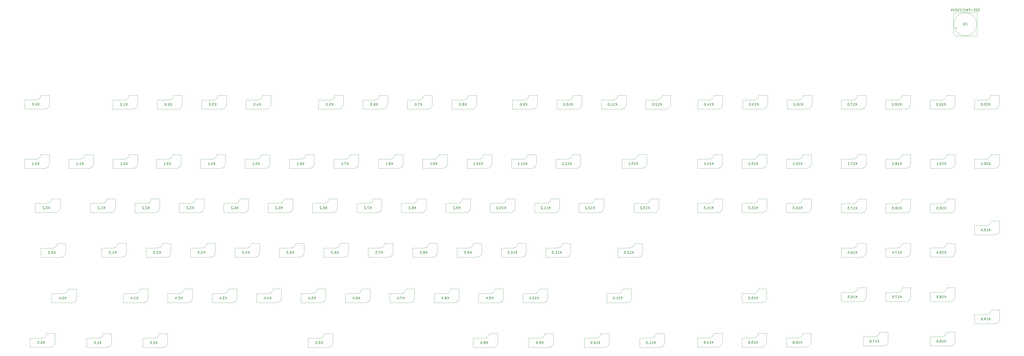
<source format=gbr>
%TF.GenerationSoftware,KiCad,Pcbnew,(5.1.9)-1*%
%TF.CreationDate,2021-05-01T00:42:50+10:00*%
%TF.ProjectId,RedPyKeeb_mainboard,52656450-794b-4656-9562-5f6d61696e62,rev?*%
%TF.SameCoordinates,Original*%
%TF.FileFunction,Other,Fab,Bot*%
%FSLAX46Y46*%
G04 Gerber Fmt 4.6, Leading zero omitted, Abs format (unit mm)*
G04 Created by KiCad (PCBNEW (5.1.9)-1) date 2021-05-01 00:42:50*
%MOMM*%
%LPD*%
G01*
G04 APERTURE LIST*
%ADD10C,0.120000*%
%ADD11C,0.100000*%
%ADD12C,0.150000*%
G04 APERTURE END LIST*
D10*
%TO.C,K12\u002C3*%
X288048200Y-126802300D02*
X279248200Y-126802300D01*
X279248200Y-126802300D02*
X279248200Y-122802300D01*
X284348200Y-122802300D02*
X279248200Y-122802300D01*
X290048200Y-120802300D02*
X286348200Y-120802300D01*
X290048200Y-120802300D02*
X290048200Y-124802300D01*
X286348200Y-120802300D02*
G75*
G02*
X284348200Y-122802300I-2000000J0D01*
G01*
X290048200Y-124802300D02*
G75*
G02*
X288048200Y-126802300I-2000000J0D01*
G01*
%TO.C,K16\u002C1*%
X361352600Y-88118100D02*
X352552600Y-88118100D01*
X352552600Y-88118100D02*
X352552600Y-84118100D01*
X357652600Y-84118100D02*
X352552600Y-84118100D01*
X363352600Y-82118100D02*
X359652600Y-82118100D01*
X363352600Y-82118100D02*
X363352600Y-86118100D01*
X359652600Y-82118100D02*
G75*
G02*
X357652600Y-84118100I-2000000J0D01*
G01*
X363352600Y-86118100D02*
G75*
G02*
X361352600Y-88118100I-2000000J0D01*
G01*
%TO.C,K14\u002C1*%
X322744600Y-88118100D02*
X313944600Y-88118100D01*
X313944600Y-88118100D02*
X313944600Y-84118100D01*
X319044600Y-84118100D02*
X313944600Y-84118100D01*
X324744600Y-82118100D02*
X321044600Y-82118100D01*
X324744600Y-82118100D02*
X324744600Y-86118100D01*
X321044600Y-82118100D02*
G75*
G02*
X319044600Y-84118100I-2000000J0D01*
G01*
X324744600Y-86118100D02*
G75*
G02*
X322744600Y-88118100I-2000000J0D01*
G01*
%TO.C,K3\u002C2*%
X97421200Y-107358600D02*
X88621200Y-107358600D01*
X88621200Y-107358600D02*
X88621200Y-103358600D01*
X93721200Y-103358600D02*
X88621200Y-103358600D01*
X99421200Y-101358600D02*
X95721200Y-101358600D01*
X99421200Y-101358600D02*
X99421200Y-105358600D01*
X95721200Y-101358600D02*
G75*
G02*
X93721200Y-103358600I-2000000J0D01*
G01*
X99421200Y-105358600D02*
G75*
G02*
X97421200Y-107358600I-2000000J0D01*
G01*
%TO.C,K8\u002C0*%
X215896960Y-62337100D02*
X207096960Y-62337100D01*
X207096960Y-62337100D02*
X207096960Y-58337100D01*
X212196960Y-58337100D02*
X207096960Y-58337100D01*
X217896960Y-56337100D02*
X214196960Y-56337100D01*
X217896960Y-56337100D02*
X217896960Y-60337100D01*
X214196960Y-56337100D02*
G75*
G02*
X212196960Y-58337100I-2000000J0D01*
G01*
X217896960Y-60337100D02*
G75*
G02*
X215896960Y-62337100I-2000000J0D01*
G01*
%TO.C,K0\u002C2*%
X34873700Y-107333200D02*
X26073700Y-107333200D01*
X26073700Y-107333200D02*
X26073700Y-103333200D01*
X31173700Y-103333200D02*
X26073700Y-103333200D01*
X36873700Y-101333200D02*
X33173700Y-101333200D01*
X36873700Y-101333200D02*
X36873700Y-105333200D01*
X33173700Y-101333200D02*
G75*
G02*
X31173700Y-103333200I-2000000J0D01*
G01*
X36873700Y-105333200D02*
G75*
G02*
X34873700Y-107333200I-2000000J0D01*
G01*
%TO.C,K18\u002C4*%
X423836600Y-126726100D02*
X415036600Y-126726100D01*
X415036600Y-126726100D02*
X415036600Y-122726100D01*
X420136600Y-122726100D02*
X415036600Y-122726100D01*
X425836600Y-120726100D02*
X422136600Y-120726100D01*
X425836600Y-120726100D02*
X425836600Y-124726100D01*
X422136600Y-120726100D02*
G75*
G02*
X420136600Y-122726100I-2000000J0D01*
G01*
X425836600Y-124726100D02*
G75*
G02*
X423836600Y-126726100I-2000000J0D01*
G01*
%TO.C,K10\u002C3*%
X237438700Y-126789600D02*
X228638700Y-126789600D01*
X228638700Y-126789600D02*
X228638700Y-122789600D01*
X233738700Y-122789600D02*
X228638700Y-122789600D01*
X239438700Y-120789600D02*
X235738700Y-120789600D01*
X239438700Y-120789600D02*
X239438700Y-124789600D01*
X235738700Y-120789600D02*
G75*
G02*
X233738700Y-122789600I-2000000J0D01*
G01*
X239438700Y-124789600D02*
G75*
G02*
X237438700Y-126789600I-2000000J0D01*
G01*
%TO.C,K13\u002C1*%
X289889700Y-88067300D02*
X281089700Y-88067300D01*
X281089700Y-88067300D02*
X281089700Y-84067300D01*
X286189700Y-84067300D02*
X281089700Y-84067300D01*
X291889700Y-82067300D02*
X288189700Y-82067300D01*
X291889700Y-82067300D02*
X291889700Y-86067300D01*
X288189700Y-82067300D02*
G75*
G02*
X286189700Y-84067300I-2000000J0D01*
G01*
X291889700Y-86067300D02*
G75*
G02*
X289889700Y-88067300I-2000000J0D01*
G01*
%TO.C,K19\u002C4*%
X443140600Y-117010600D02*
X434340600Y-117010600D01*
X434340600Y-117010600D02*
X434340600Y-113010600D01*
X439440600Y-113010600D02*
X434340600Y-113010600D01*
X445140600Y-111010600D02*
X441440600Y-111010600D01*
X445140600Y-111010600D02*
X445140600Y-115010600D01*
X441440600Y-111010600D02*
G75*
G02*
X439440600Y-113010600I-2000000J0D01*
G01*
X445140600Y-115010600D02*
G75*
G02*
X443140600Y-117010600I-2000000J0D01*
G01*
%TO.C,K11\u002C4*%
X283222200Y-146550800D02*
X274422200Y-146550800D01*
X274422200Y-146550800D02*
X274422200Y-142550800D01*
X279522200Y-142550800D02*
X274422200Y-142550800D01*
X285222200Y-140550800D02*
X281522200Y-140550800D01*
X285222200Y-140550800D02*
X285222200Y-144550800D01*
X281522200Y-140550800D02*
G75*
G02*
X279522200Y-142550800I-2000000J0D01*
G01*
X285222200Y-144550800D02*
G75*
G02*
X283222200Y-146550800I-2000000J0D01*
G01*
D11*
%TO.C,C6*%
X435288700Y-25374600D02*
G75*
G03*
X435288700Y-25374600I-5000000J0D01*
G01*
X435438700Y-30524600D02*
X435438700Y-20224600D01*
X426138700Y-30524600D02*
X435438700Y-30524600D01*
X426138700Y-20224600D02*
X435438700Y-20224600D01*
X425138700Y-29524600D02*
X425138700Y-21224600D01*
X425138700Y-29524600D02*
X426138700Y-30524600D01*
X425138700Y-21224600D02*
X426138700Y-20224600D01*
X425730375Y-27074600D02*
X426730375Y-27074600D01*
X426230375Y-27574600D02*
X426230375Y-26574600D01*
D10*
%TO.C,K0\u002C0*%
X30238200Y-62286300D02*
X21438200Y-62286300D01*
X21438200Y-62286300D02*
X21438200Y-58286300D01*
X26538200Y-58286300D02*
X21438200Y-58286300D01*
X32238200Y-56286300D02*
X28538200Y-56286300D01*
X32238200Y-56286300D02*
X32238200Y-60286300D01*
X28538200Y-56286300D02*
G75*
G02*
X26538200Y-58286300I-2000000J0D01*
G01*
X32238200Y-60286300D02*
G75*
G02*
X30238200Y-62286300I-2000000J0D01*
G01*
%TO.C,K0\u002C1*%
X30174700Y-88130800D02*
X21374700Y-88130800D01*
X21374700Y-88130800D02*
X21374700Y-84130800D01*
X26474700Y-84130800D02*
X21374700Y-84130800D01*
X32174700Y-82130800D02*
X28474700Y-82130800D01*
X32174700Y-82130800D02*
X32174700Y-86130800D01*
X28474700Y-82130800D02*
G75*
G02*
X26474700Y-84130800I-2000000J0D01*
G01*
X32174700Y-86130800D02*
G75*
G02*
X30174700Y-88130800I-2000000J0D01*
G01*
%TO.C,K0\u002C5*%
X32587700Y-165981800D02*
X23787700Y-165981800D01*
X23787700Y-165981800D02*
X23787700Y-161981800D01*
X28887700Y-161981800D02*
X23787700Y-161981800D01*
X34587700Y-159981800D02*
X30887700Y-159981800D01*
X34587700Y-159981800D02*
X34587700Y-163981800D01*
X30887700Y-159981800D02*
G75*
G02*
X28887700Y-161981800I-2000000J0D01*
G01*
X34587700Y-163981800D02*
G75*
G02*
X32587700Y-165981800I-2000000J0D01*
G01*
%TO.C,K0\u002C4*%
X41985700Y-146614300D02*
X33185700Y-146614300D01*
X33185700Y-146614300D02*
X33185700Y-142614300D01*
X38285700Y-142614300D02*
X33185700Y-142614300D01*
X43985700Y-140614300D02*
X40285700Y-140614300D01*
X43985700Y-140614300D02*
X43985700Y-144614300D01*
X40285700Y-140614300D02*
G75*
G02*
X38285700Y-142614300I-2000000J0D01*
G01*
X43985700Y-144614300D02*
G75*
G02*
X41985700Y-146614300I-2000000J0D01*
G01*
%TO.C,K0\u002C3*%
X37261300Y-126840400D02*
X28461300Y-126840400D01*
X28461300Y-126840400D02*
X28461300Y-122840400D01*
X33561300Y-122840400D02*
X28461300Y-122840400D01*
X39261300Y-120840400D02*
X35561300Y-120840400D01*
X39261300Y-120840400D02*
X39261300Y-124840400D01*
X35561300Y-120840400D02*
G75*
G02*
X33561300Y-122840400I-2000000J0D01*
G01*
X39261300Y-124840400D02*
G75*
G02*
X37261300Y-126840400I-2000000J0D01*
G01*
%TO.C,K1\u002C4*%
X73100700Y-146601600D02*
X64300700Y-146601600D01*
X64300700Y-146601600D02*
X64300700Y-142601600D01*
X69400700Y-142601600D02*
X64300700Y-142601600D01*
X75100700Y-140601600D02*
X71400700Y-140601600D01*
X75100700Y-140601600D02*
X75100700Y-144601600D01*
X71400700Y-140601600D02*
G75*
G02*
X69400700Y-142601600I-2000000J0D01*
G01*
X75100700Y-144601600D02*
G75*
G02*
X73100700Y-146601600I-2000000J0D01*
G01*
%TO.C,K1\u002C5*%
X57162200Y-166032600D02*
X48362200Y-166032600D01*
X48362200Y-166032600D02*
X48362200Y-162032600D01*
X53462200Y-162032600D02*
X48362200Y-162032600D01*
X59162200Y-160032600D02*
X55462200Y-160032600D01*
X59162200Y-160032600D02*
X59162200Y-164032600D01*
X55462200Y-160032600D02*
G75*
G02*
X53462200Y-162032600I-2000000J0D01*
G01*
X59162200Y-164032600D02*
G75*
G02*
X57162200Y-166032600I-2000000J0D01*
G01*
%TO.C,K1\u002C3*%
X63702700Y-126789600D02*
X54902700Y-126789600D01*
X54902700Y-126789600D02*
X54902700Y-122789600D01*
X60002700Y-122789600D02*
X54902700Y-122789600D01*
X65702700Y-120789600D02*
X62002700Y-120789600D01*
X65702700Y-120789600D02*
X65702700Y-124789600D01*
X62002700Y-120789600D02*
G75*
G02*
X60002700Y-122789600I-2000000J0D01*
G01*
X65702700Y-124789600D02*
G75*
G02*
X63702700Y-126789600I-2000000J0D01*
G01*
%TO.C,K1\u002C2*%
X58813200Y-107358600D02*
X50013200Y-107358600D01*
X50013200Y-107358600D02*
X50013200Y-103358600D01*
X55113200Y-103358600D02*
X50013200Y-103358600D01*
X60813200Y-101358600D02*
X57113200Y-101358600D01*
X60813200Y-101358600D02*
X60813200Y-105358600D01*
X57113200Y-101358600D02*
G75*
G02*
X55113200Y-103358600I-2000000J0D01*
G01*
X60813200Y-105358600D02*
G75*
G02*
X58813200Y-107358600I-2000000J0D01*
G01*
%TO.C,K1\u002C1*%
X49389800Y-88130800D02*
X40589800Y-88130800D01*
X40589800Y-88130800D02*
X40589800Y-84130800D01*
X45689800Y-84130800D02*
X40589800Y-84130800D01*
X51389800Y-82130800D02*
X47689800Y-82130800D01*
X51389800Y-82130800D02*
X51389800Y-86130800D01*
X47689800Y-82130800D02*
G75*
G02*
X45689800Y-84130800I-2000000J0D01*
G01*
X51389800Y-86130800D02*
G75*
G02*
X49389800Y-88130800I-2000000J0D01*
G01*
%TO.C,K1\u002C0*%
X68576960Y-62337100D02*
X59776960Y-62337100D01*
X59776960Y-62337100D02*
X59776960Y-58337100D01*
X64876960Y-58337100D02*
X59776960Y-58337100D01*
X70576960Y-56337100D02*
X66876960Y-56337100D01*
X70576960Y-56337100D02*
X70576960Y-60337100D01*
X66876960Y-56337100D02*
G75*
G02*
X64876960Y-58337100I-2000000J0D01*
G01*
X70576960Y-60337100D02*
G75*
G02*
X68576960Y-62337100I-2000000J0D01*
G01*
%TO.C,K2\u002C5*%
X81546200Y-166032600D02*
X72746200Y-166032600D01*
X72746200Y-166032600D02*
X72746200Y-162032600D01*
X77846200Y-162032600D02*
X72746200Y-162032600D01*
X83546200Y-160032600D02*
X79846200Y-160032600D01*
X83546200Y-160032600D02*
X83546200Y-164032600D01*
X79846200Y-160032600D02*
G75*
G02*
X77846200Y-162032600I-2000000J0D01*
G01*
X83546200Y-164032600D02*
G75*
G02*
X81546200Y-166032600I-2000000J0D01*
G01*
%TO.C,K2\u002C3*%
X83006700Y-126789600D02*
X74206700Y-126789600D01*
X74206700Y-126789600D02*
X74206700Y-122789600D01*
X79306700Y-122789600D02*
X74206700Y-122789600D01*
X85006700Y-120789600D02*
X81306700Y-120789600D01*
X85006700Y-120789600D02*
X85006700Y-124789600D01*
X81306700Y-120789600D02*
G75*
G02*
X79306700Y-122789600I-2000000J0D01*
G01*
X85006700Y-124789600D02*
G75*
G02*
X83006700Y-126789600I-2000000J0D01*
G01*
%TO.C,K2\u002C1*%
X68592200Y-88118100D02*
X59792200Y-88118100D01*
X59792200Y-88118100D02*
X59792200Y-84118100D01*
X64892200Y-84118100D02*
X59792200Y-84118100D01*
X70592200Y-82118100D02*
X66892200Y-82118100D01*
X70592200Y-82118100D02*
X70592200Y-86118100D01*
X66892200Y-82118100D02*
G75*
G02*
X64892200Y-84118100I-2000000J0D01*
G01*
X70592200Y-86118100D02*
G75*
G02*
X68592200Y-88118100I-2000000J0D01*
G01*
%TO.C,K2\u002C4*%
X92404700Y-146601600D02*
X83604700Y-146601600D01*
X83604700Y-146601600D02*
X83604700Y-142601600D01*
X88704700Y-142601600D02*
X83604700Y-142601600D01*
X94404700Y-140601600D02*
X90704700Y-140601600D01*
X94404700Y-140601600D02*
X94404700Y-144601600D01*
X90704700Y-140601600D02*
G75*
G02*
X88704700Y-142601600I-2000000J0D01*
G01*
X94404700Y-144601600D02*
G75*
G02*
X92404700Y-146601600I-2000000J0D01*
G01*
%TO.C,K2\u002C2*%
X78117200Y-107358600D02*
X69317200Y-107358600D01*
X69317200Y-107358600D02*
X69317200Y-103358600D01*
X74417200Y-103358600D02*
X69317200Y-103358600D01*
X80117200Y-101358600D02*
X76417200Y-101358600D01*
X80117200Y-101358600D02*
X80117200Y-105358600D01*
X76417200Y-101358600D02*
G75*
G02*
X74417200Y-103358600I-2000000J0D01*
G01*
X80117200Y-105358600D02*
G75*
G02*
X78117200Y-107358600I-2000000J0D01*
G01*
%TO.C,K2\u002C0*%
X87880960Y-62337100D02*
X79080960Y-62337100D01*
X79080960Y-62337100D02*
X79080960Y-58337100D01*
X84180960Y-58337100D02*
X79080960Y-58337100D01*
X89880960Y-56337100D02*
X86180960Y-56337100D01*
X89880960Y-56337100D02*
X89880960Y-60337100D01*
X86180960Y-56337100D02*
G75*
G02*
X84180960Y-58337100I-2000000J0D01*
G01*
X89880960Y-60337100D02*
G75*
G02*
X87880960Y-62337100I-2000000J0D01*
G01*
%TO.C,K3\u002C5*%
X153428200Y-166032600D02*
X144628200Y-166032600D01*
X144628200Y-166032600D02*
X144628200Y-162032600D01*
X149728200Y-162032600D02*
X144628200Y-162032600D01*
X155428200Y-160032600D02*
X151728200Y-160032600D01*
X155428200Y-160032600D02*
X155428200Y-164032600D01*
X151728200Y-160032600D02*
G75*
G02*
X149728200Y-162032600I-2000000J0D01*
G01*
X155428200Y-164032600D02*
G75*
G02*
X153428200Y-166032600I-2000000J0D01*
G01*
%TO.C,K3\u002C4*%
X111708700Y-146601600D02*
X102908700Y-146601600D01*
X102908700Y-146601600D02*
X102908700Y-142601600D01*
X108008700Y-142601600D02*
X102908700Y-142601600D01*
X113708700Y-140601600D02*
X110008700Y-140601600D01*
X113708700Y-140601600D02*
X113708700Y-144601600D01*
X110008700Y-140601600D02*
G75*
G02*
X108008700Y-142601600I-2000000J0D01*
G01*
X113708700Y-144601600D02*
G75*
G02*
X111708700Y-146601600I-2000000J0D01*
G01*
%TO.C,K3\u002C1*%
X87388200Y-88118100D02*
X78588200Y-88118100D01*
X78588200Y-88118100D02*
X78588200Y-84118100D01*
X83688200Y-84118100D02*
X78588200Y-84118100D01*
X89388200Y-82118100D02*
X85688200Y-82118100D01*
X89388200Y-82118100D02*
X89388200Y-86118100D01*
X85688200Y-82118100D02*
G75*
G02*
X83688200Y-84118100I-2000000J0D01*
G01*
X89388200Y-86118100D02*
G75*
G02*
X87388200Y-88118100I-2000000J0D01*
G01*
%TO.C,K3\u002C0*%
X107184960Y-62337100D02*
X98384960Y-62337100D01*
X98384960Y-62337100D02*
X98384960Y-58337100D01*
X103484960Y-58337100D02*
X98384960Y-58337100D01*
X109184960Y-56337100D02*
X105484960Y-56337100D01*
X109184960Y-56337100D02*
X109184960Y-60337100D01*
X105484960Y-56337100D02*
G75*
G02*
X103484960Y-58337100I-2000000J0D01*
G01*
X109184960Y-60337100D02*
G75*
G02*
X107184960Y-62337100I-2000000J0D01*
G01*
%TO.C,K3\u002C3*%
X102310700Y-126789600D02*
X93510700Y-126789600D01*
X93510700Y-126789600D02*
X93510700Y-122789600D01*
X98610700Y-122789600D02*
X93510700Y-122789600D01*
X104310700Y-120789600D02*
X100610700Y-120789600D01*
X104310700Y-120789600D02*
X104310700Y-124789600D01*
X100610700Y-120789600D02*
G75*
G02*
X98610700Y-122789600I-2000000J0D01*
G01*
X104310700Y-124789600D02*
G75*
G02*
X102310700Y-126789600I-2000000J0D01*
G01*
%TO.C,K4\u002C1*%
X106692200Y-88118100D02*
X97892200Y-88118100D01*
X97892200Y-88118100D02*
X97892200Y-84118100D01*
X102992200Y-84118100D02*
X97892200Y-84118100D01*
X108692200Y-82118100D02*
X104992200Y-82118100D01*
X108692200Y-82118100D02*
X108692200Y-86118100D01*
X104992200Y-82118100D02*
G75*
G02*
X102992200Y-84118100I-2000000J0D01*
G01*
X108692200Y-86118100D02*
G75*
G02*
X106692200Y-88118100I-2000000J0D01*
G01*
%TO.C,K4\u002C2*%
X116725200Y-107358600D02*
X107925200Y-107358600D01*
X107925200Y-107358600D02*
X107925200Y-103358600D01*
X113025200Y-103358600D02*
X107925200Y-103358600D01*
X118725200Y-101358600D02*
X115025200Y-101358600D01*
X118725200Y-101358600D02*
X118725200Y-105358600D01*
X115025200Y-101358600D02*
G75*
G02*
X113025200Y-103358600I-2000000J0D01*
G01*
X118725200Y-105358600D02*
G75*
G02*
X116725200Y-107358600I-2000000J0D01*
G01*
%TO.C,K4\u002C3*%
X121614700Y-126789600D02*
X112814700Y-126789600D01*
X112814700Y-126789600D02*
X112814700Y-122789600D01*
X117914700Y-122789600D02*
X112814700Y-122789600D01*
X123614700Y-120789600D02*
X119914700Y-120789600D01*
X123614700Y-120789600D02*
X123614700Y-124789600D01*
X119914700Y-120789600D02*
G75*
G02*
X117914700Y-122789600I-2000000J0D01*
G01*
X123614700Y-124789600D02*
G75*
G02*
X121614700Y-126789600I-2000000J0D01*
G01*
%TO.C,K4\u002C4*%
X131012700Y-146601600D02*
X122212700Y-146601600D01*
X122212700Y-146601600D02*
X122212700Y-142601600D01*
X127312700Y-142601600D02*
X122212700Y-142601600D01*
X133012700Y-140601600D02*
X129312700Y-140601600D01*
X133012700Y-140601600D02*
X133012700Y-144601600D01*
X129312700Y-140601600D02*
G75*
G02*
X127312700Y-142601600I-2000000J0D01*
G01*
X133012700Y-144601600D02*
G75*
G02*
X131012700Y-146601600I-2000000J0D01*
G01*
%TO.C,K4\u002C0*%
X126488960Y-62337100D02*
X117688960Y-62337100D01*
X117688960Y-62337100D02*
X117688960Y-58337100D01*
X122788960Y-58337100D02*
X117688960Y-58337100D01*
X128488960Y-56337100D02*
X124788960Y-56337100D01*
X128488960Y-56337100D02*
X128488960Y-60337100D01*
X124788960Y-56337100D02*
G75*
G02*
X122788960Y-58337100I-2000000J0D01*
G01*
X128488960Y-60337100D02*
G75*
G02*
X126488960Y-62337100I-2000000J0D01*
G01*
%TO.C,K5\u002C0*%
X157984960Y-62337100D02*
X149184960Y-62337100D01*
X149184960Y-62337100D02*
X149184960Y-58337100D01*
X154284960Y-58337100D02*
X149184960Y-58337100D01*
X159984960Y-56337100D02*
X156284960Y-56337100D01*
X159984960Y-56337100D02*
X159984960Y-60337100D01*
X156284960Y-56337100D02*
G75*
G02*
X154284960Y-58337100I-2000000J0D01*
G01*
X159984960Y-60337100D02*
G75*
G02*
X157984960Y-62337100I-2000000J0D01*
G01*
%TO.C,K5\u002C2*%
X136029200Y-107358600D02*
X127229200Y-107358600D01*
X127229200Y-107358600D02*
X127229200Y-103358600D01*
X132329200Y-103358600D02*
X127229200Y-103358600D01*
X138029200Y-101358600D02*
X134329200Y-101358600D01*
X138029200Y-101358600D02*
X138029200Y-105358600D01*
X134329200Y-101358600D02*
G75*
G02*
X132329200Y-103358600I-2000000J0D01*
G01*
X138029200Y-105358600D02*
G75*
G02*
X136029200Y-107358600I-2000000J0D01*
G01*
%TO.C,K5\u002C1*%
X125996200Y-88118100D02*
X117196200Y-88118100D01*
X117196200Y-88118100D02*
X117196200Y-84118100D01*
X122296200Y-84118100D02*
X117196200Y-84118100D01*
X127996200Y-82118100D02*
X124296200Y-82118100D01*
X127996200Y-82118100D02*
X127996200Y-86118100D01*
X124296200Y-82118100D02*
G75*
G02*
X122296200Y-84118100I-2000000J0D01*
G01*
X127996200Y-86118100D02*
G75*
G02*
X125996200Y-88118100I-2000000J0D01*
G01*
%TO.C,K5\u002C3*%
X140918700Y-126789600D02*
X132118700Y-126789600D01*
X132118700Y-126789600D02*
X132118700Y-122789600D01*
X137218700Y-122789600D02*
X132118700Y-122789600D01*
X142918700Y-120789600D02*
X139218700Y-120789600D01*
X142918700Y-120789600D02*
X142918700Y-124789600D01*
X139218700Y-120789600D02*
G75*
G02*
X137218700Y-122789600I-2000000J0D01*
G01*
X142918700Y-124789600D02*
G75*
G02*
X140918700Y-126789600I-2000000J0D01*
G01*
%TO.C,K5\u002C4*%
X150316700Y-146601600D02*
X141516700Y-146601600D01*
X141516700Y-146601600D02*
X141516700Y-142601600D01*
X146616700Y-142601600D02*
X141516700Y-142601600D01*
X152316700Y-140601600D02*
X148616700Y-140601600D01*
X152316700Y-140601600D02*
X152316700Y-144601600D01*
X148616700Y-140601600D02*
G75*
G02*
X146616700Y-142601600I-2000000J0D01*
G01*
X152316700Y-144601600D02*
G75*
G02*
X150316700Y-146601600I-2000000J0D01*
G01*
%TO.C,K6\u002C3*%
X160222700Y-126789600D02*
X151422700Y-126789600D01*
X151422700Y-126789600D02*
X151422700Y-122789600D01*
X156522700Y-122789600D02*
X151422700Y-122789600D01*
X162222700Y-120789600D02*
X158522700Y-120789600D01*
X162222700Y-120789600D02*
X162222700Y-124789600D01*
X158522700Y-120789600D02*
G75*
G02*
X156522700Y-122789600I-2000000J0D01*
G01*
X162222700Y-124789600D02*
G75*
G02*
X160222700Y-126789600I-2000000J0D01*
G01*
%TO.C,K6\u002C4*%
X169620700Y-146601600D02*
X160820700Y-146601600D01*
X160820700Y-146601600D02*
X160820700Y-142601600D01*
X165920700Y-142601600D02*
X160820700Y-142601600D01*
X171620700Y-140601600D02*
X167920700Y-140601600D01*
X171620700Y-140601600D02*
X171620700Y-144601600D01*
X167920700Y-140601600D02*
G75*
G02*
X165920700Y-142601600I-2000000J0D01*
G01*
X171620700Y-144601600D02*
G75*
G02*
X169620700Y-146601600I-2000000J0D01*
G01*
%TO.C,K6\u002C1*%
X145300200Y-88118100D02*
X136500200Y-88118100D01*
X136500200Y-88118100D02*
X136500200Y-84118100D01*
X141600200Y-84118100D02*
X136500200Y-84118100D01*
X147300200Y-82118100D02*
X143600200Y-82118100D01*
X147300200Y-82118100D02*
X147300200Y-86118100D01*
X143600200Y-82118100D02*
G75*
G02*
X141600200Y-84118100I-2000000J0D01*
G01*
X147300200Y-86118100D02*
G75*
G02*
X145300200Y-88118100I-2000000J0D01*
G01*
%TO.C,K6\u002C2*%
X155333200Y-107358600D02*
X146533200Y-107358600D01*
X146533200Y-107358600D02*
X146533200Y-103358600D01*
X151633200Y-103358600D02*
X146533200Y-103358600D01*
X157333200Y-101358600D02*
X153633200Y-101358600D01*
X157333200Y-101358600D02*
X157333200Y-105358600D01*
X153633200Y-101358600D02*
G75*
G02*
X151633200Y-103358600I-2000000J0D01*
G01*
X157333200Y-105358600D02*
G75*
G02*
X155333200Y-107358600I-2000000J0D01*
G01*
%TO.C,K6\u002C0*%
X177288960Y-62337100D02*
X168488960Y-62337100D01*
X168488960Y-62337100D02*
X168488960Y-58337100D01*
X173588960Y-58337100D02*
X168488960Y-58337100D01*
X179288960Y-56337100D02*
X175588960Y-56337100D01*
X179288960Y-56337100D02*
X179288960Y-60337100D01*
X175588960Y-56337100D02*
G75*
G02*
X173588960Y-58337100I-2000000J0D01*
G01*
X179288960Y-60337100D02*
G75*
G02*
X177288960Y-62337100I-2000000J0D01*
G01*
%TO.C,K7\u002C2*%
X174637200Y-107358600D02*
X165837200Y-107358600D01*
X165837200Y-107358600D02*
X165837200Y-103358600D01*
X170937200Y-103358600D02*
X165837200Y-103358600D01*
X176637200Y-101358600D02*
X172937200Y-101358600D01*
X176637200Y-101358600D02*
X176637200Y-105358600D01*
X172937200Y-101358600D02*
G75*
G02*
X170937200Y-103358600I-2000000J0D01*
G01*
X176637200Y-105358600D02*
G75*
G02*
X174637200Y-107358600I-2000000J0D01*
G01*
%TO.C,K7\u002C1*%
X164604200Y-88118100D02*
X155804200Y-88118100D01*
X155804200Y-88118100D02*
X155804200Y-84118100D01*
X160904200Y-84118100D02*
X155804200Y-84118100D01*
X166604200Y-82118100D02*
X162904200Y-82118100D01*
X166604200Y-82118100D02*
X166604200Y-86118100D01*
X162904200Y-82118100D02*
G75*
G02*
X160904200Y-84118100I-2000000J0D01*
G01*
X166604200Y-86118100D02*
G75*
G02*
X164604200Y-88118100I-2000000J0D01*
G01*
%TO.C,K7\u002C3*%
X179526700Y-126789600D02*
X170726700Y-126789600D01*
X170726700Y-126789600D02*
X170726700Y-122789600D01*
X175826700Y-122789600D02*
X170726700Y-122789600D01*
X181526700Y-120789600D02*
X177826700Y-120789600D01*
X181526700Y-120789600D02*
X181526700Y-124789600D01*
X177826700Y-120789600D02*
G75*
G02*
X175826700Y-122789600I-2000000J0D01*
G01*
X181526700Y-124789600D02*
G75*
G02*
X179526700Y-126789600I-2000000J0D01*
G01*
%TO.C,K7\u002C4*%
X188924700Y-146601600D02*
X180124700Y-146601600D01*
X180124700Y-146601600D02*
X180124700Y-142601600D01*
X185224700Y-142601600D02*
X180124700Y-142601600D01*
X190924700Y-140601600D02*
X187224700Y-140601600D01*
X190924700Y-140601600D02*
X190924700Y-144601600D01*
X187224700Y-140601600D02*
G75*
G02*
X185224700Y-142601600I-2000000J0D01*
G01*
X190924700Y-144601600D02*
G75*
G02*
X188924700Y-146601600I-2000000J0D01*
G01*
%TO.C,K7\u002C0*%
X196592960Y-62337100D02*
X187792960Y-62337100D01*
X187792960Y-62337100D02*
X187792960Y-58337100D01*
X192892960Y-58337100D02*
X187792960Y-58337100D01*
X198592960Y-56337100D02*
X194892960Y-56337100D01*
X198592960Y-56337100D02*
X198592960Y-60337100D01*
X194892960Y-56337100D02*
G75*
G02*
X192892960Y-58337100I-2000000J0D01*
G01*
X198592960Y-60337100D02*
G75*
G02*
X196592960Y-62337100I-2000000J0D01*
G01*
%TO.C,K8\u002C1*%
X183908200Y-88118100D02*
X175108200Y-88118100D01*
X175108200Y-88118100D02*
X175108200Y-84118100D01*
X180208200Y-84118100D02*
X175108200Y-84118100D01*
X185908200Y-82118100D02*
X182208200Y-82118100D01*
X185908200Y-82118100D02*
X185908200Y-86118100D01*
X182208200Y-82118100D02*
G75*
G02*
X180208200Y-84118100I-2000000J0D01*
G01*
X185908200Y-86118100D02*
G75*
G02*
X183908200Y-88118100I-2000000J0D01*
G01*
%TO.C,K8\u002C3*%
X198830700Y-126789600D02*
X190030700Y-126789600D01*
X190030700Y-126789600D02*
X190030700Y-122789600D01*
X195130700Y-122789600D02*
X190030700Y-122789600D01*
X200830700Y-120789600D02*
X197130700Y-120789600D01*
X200830700Y-120789600D02*
X200830700Y-124789600D01*
X197130700Y-120789600D02*
G75*
G02*
X195130700Y-122789600I-2000000J0D01*
G01*
X200830700Y-124789600D02*
G75*
G02*
X198830700Y-126789600I-2000000J0D01*
G01*
%TO.C,K8\u002C4*%
X208228700Y-146601600D02*
X199428700Y-146601600D01*
X199428700Y-146601600D02*
X199428700Y-142601600D01*
X204528700Y-142601600D02*
X199428700Y-142601600D01*
X210228700Y-140601600D02*
X206528700Y-140601600D01*
X210228700Y-140601600D02*
X210228700Y-144601600D01*
X206528700Y-140601600D02*
G75*
G02*
X204528700Y-142601600I-2000000J0D01*
G01*
X210228700Y-144601600D02*
G75*
G02*
X208228700Y-146601600I-2000000J0D01*
G01*
%TO.C,K8\u002C5*%
X225157800Y-166032600D02*
X216357800Y-166032600D01*
X216357800Y-166032600D02*
X216357800Y-162032600D01*
X221457800Y-162032600D02*
X216357800Y-162032600D01*
X227157800Y-160032600D02*
X223457800Y-160032600D01*
X227157800Y-160032600D02*
X227157800Y-164032600D01*
X223457800Y-160032600D02*
G75*
G02*
X221457800Y-162032600I-2000000J0D01*
G01*
X227157800Y-164032600D02*
G75*
G02*
X225157800Y-166032600I-2000000J0D01*
G01*
%TO.C,K8\u002C2*%
X193941200Y-107358600D02*
X185141200Y-107358600D01*
X185141200Y-107358600D02*
X185141200Y-103358600D01*
X190241200Y-103358600D02*
X185141200Y-103358600D01*
X195941200Y-101358600D02*
X192241200Y-101358600D01*
X195941200Y-101358600D02*
X195941200Y-105358600D01*
X192241200Y-101358600D02*
G75*
G02*
X190241200Y-103358600I-2000000J0D01*
G01*
X195941200Y-105358600D02*
G75*
G02*
X193941200Y-107358600I-2000000J0D01*
G01*
%TO.C,K9\u002C0*%
X242312960Y-62337100D02*
X233512960Y-62337100D01*
X233512960Y-62337100D02*
X233512960Y-58337100D01*
X238612960Y-58337100D02*
X233512960Y-58337100D01*
X244312960Y-56337100D02*
X240612960Y-56337100D01*
X244312960Y-56337100D02*
X244312960Y-60337100D01*
X240612960Y-56337100D02*
G75*
G02*
X238612960Y-58337100I-2000000J0D01*
G01*
X244312960Y-60337100D02*
G75*
G02*
X242312960Y-62337100I-2000000J0D01*
G01*
%TO.C,K9\u002C5*%
X249313200Y-166032600D02*
X240513200Y-166032600D01*
X240513200Y-166032600D02*
X240513200Y-162032600D01*
X245613200Y-162032600D02*
X240513200Y-162032600D01*
X251313200Y-160032600D02*
X247613200Y-160032600D01*
X251313200Y-160032600D02*
X251313200Y-164032600D01*
X247613200Y-160032600D02*
G75*
G02*
X245613200Y-162032600I-2000000J0D01*
G01*
X251313200Y-164032600D02*
G75*
G02*
X249313200Y-166032600I-2000000J0D01*
G01*
%TO.C,K9\u002C1*%
X203212200Y-88118100D02*
X194412200Y-88118100D01*
X194412200Y-88118100D02*
X194412200Y-84118100D01*
X199512200Y-84118100D02*
X194412200Y-84118100D01*
X205212200Y-82118100D02*
X201512200Y-82118100D01*
X205212200Y-82118100D02*
X205212200Y-86118100D01*
X201512200Y-82118100D02*
G75*
G02*
X199512200Y-84118100I-2000000J0D01*
G01*
X205212200Y-86118100D02*
G75*
G02*
X203212200Y-88118100I-2000000J0D01*
G01*
%TO.C,K9\u002C2*%
X213245200Y-107358600D02*
X204445200Y-107358600D01*
X204445200Y-107358600D02*
X204445200Y-103358600D01*
X209545200Y-103358600D02*
X204445200Y-103358600D01*
X215245200Y-101358600D02*
X211545200Y-101358600D01*
X215245200Y-101358600D02*
X215245200Y-105358600D01*
X211545200Y-101358600D02*
G75*
G02*
X209545200Y-103358600I-2000000J0D01*
G01*
X215245200Y-105358600D02*
G75*
G02*
X213245200Y-107358600I-2000000J0D01*
G01*
%TO.C,K9\u002C4*%
X227532700Y-146601600D02*
X218732700Y-146601600D01*
X218732700Y-146601600D02*
X218732700Y-142601600D01*
X223832700Y-142601600D02*
X218732700Y-142601600D01*
X229532700Y-140601600D02*
X225832700Y-140601600D01*
X229532700Y-140601600D02*
X229532700Y-144601600D01*
X225832700Y-140601600D02*
G75*
G02*
X223832700Y-142601600I-2000000J0D01*
G01*
X229532700Y-144601600D02*
G75*
G02*
X227532700Y-146601600I-2000000J0D01*
G01*
%TO.C,K9\u002C3*%
X218134700Y-126789600D02*
X209334700Y-126789600D01*
X209334700Y-126789600D02*
X209334700Y-122789600D01*
X214434700Y-122789600D02*
X209334700Y-122789600D01*
X220134700Y-120789600D02*
X216434700Y-120789600D01*
X220134700Y-120789600D02*
X220134700Y-124789600D01*
X216434700Y-120789600D02*
G75*
G02*
X214434700Y-122789600I-2000000J0D01*
G01*
X220134700Y-124789600D02*
G75*
G02*
X218134700Y-126789600I-2000000J0D01*
G01*
%TO.C,K10\u002C2*%
X232549200Y-107358600D02*
X223749200Y-107358600D01*
X223749200Y-107358600D02*
X223749200Y-103358600D01*
X228849200Y-103358600D02*
X223749200Y-103358600D01*
X234549200Y-101358600D02*
X230849200Y-101358600D01*
X234549200Y-101358600D02*
X234549200Y-105358600D01*
X230849200Y-101358600D02*
G75*
G02*
X228849200Y-103358600I-2000000J0D01*
G01*
X234549200Y-105358600D02*
G75*
G02*
X232549200Y-107358600I-2000000J0D01*
G01*
%TO.C,K10\u002C0*%
X261616960Y-62337100D02*
X252816960Y-62337100D01*
X252816960Y-62337100D02*
X252816960Y-58337100D01*
X257916960Y-58337100D02*
X252816960Y-58337100D01*
X263616960Y-56337100D02*
X259916960Y-56337100D01*
X263616960Y-56337100D02*
X263616960Y-60337100D01*
X259916960Y-56337100D02*
G75*
G02*
X257916960Y-58337100I-2000000J0D01*
G01*
X263616960Y-60337100D02*
G75*
G02*
X261616960Y-62337100I-2000000J0D01*
G01*
%TO.C,K10\u002C5*%
X273506700Y-166032600D02*
X264706700Y-166032600D01*
X264706700Y-166032600D02*
X264706700Y-162032600D01*
X269806700Y-162032600D02*
X264706700Y-162032600D01*
X275506700Y-160032600D02*
X271806700Y-160032600D01*
X275506700Y-160032600D02*
X275506700Y-164032600D01*
X271806700Y-160032600D02*
G75*
G02*
X269806700Y-162032600I-2000000J0D01*
G01*
X275506700Y-164032600D02*
G75*
G02*
X273506700Y-166032600I-2000000J0D01*
G01*
%TO.C,K10\u002C1*%
X222516200Y-88118100D02*
X213716200Y-88118100D01*
X213716200Y-88118100D02*
X213716200Y-84118100D01*
X218816200Y-84118100D02*
X213716200Y-84118100D01*
X224516200Y-82118100D02*
X220816200Y-82118100D01*
X224516200Y-82118100D02*
X224516200Y-86118100D01*
X220816200Y-82118100D02*
G75*
G02*
X218816200Y-84118100I-2000000J0D01*
G01*
X224516200Y-86118100D02*
G75*
G02*
X222516200Y-88118100I-2000000J0D01*
G01*
%TO.C,K10\u002C4*%
X246836700Y-146601600D02*
X238036700Y-146601600D01*
X238036700Y-146601600D02*
X238036700Y-142601600D01*
X243136700Y-142601600D02*
X238036700Y-142601600D01*
X248836700Y-140601600D02*
X245136700Y-140601600D01*
X248836700Y-140601600D02*
X248836700Y-144601600D01*
X245136700Y-140601600D02*
G75*
G02*
X243136700Y-142601600I-2000000J0D01*
G01*
X248836700Y-144601600D02*
G75*
G02*
X246836700Y-146601600I-2000000J0D01*
G01*
%TO.C,K11\u002C3*%
X256742700Y-126789600D02*
X247942700Y-126789600D01*
X247942700Y-126789600D02*
X247942700Y-122789600D01*
X253042700Y-122789600D02*
X247942700Y-122789600D01*
X258742700Y-120789600D02*
X255042700Y-120789600D01*
X258742700Y-120789600D02*
X258742700Y-124789600D01*
X255042700Y-120789600D02*
G75*
G02*
X253042700Y-122789600I-2000000J0D01*
G01*
X258742700Y-124789600D02*
G75*
G02*
X256742700Y-126789600I-2000000J0D01*
G01*
%TO.C,K11\u002C2*%
X251853200Y-107358600D02*
X243053200Y-107358600D01*
X243053200Y-107358600D02*
X243053200Y-103358600D01*
X248153200Y-103358600D02*
X243053200Y-103358600D01*
X253853200Y-101358600D02*
X250153200Y-101358600D01*
X253853200Y-101358600D02*
X253853200Y-105358600D01*
X250153200Y-101358600D02*
G75*
G02*
X248153200Y-103358600I-2000000J0D01*
G01*
X253853200Y-105358600D02*
G75*
G02*
X251853200Y-107358600I-2000000J0D01*
G01*
%TO.C,K11\u002C5*%
X297573200Y-166032600D02*
X288773200Y-166032600D01*
X288773200Y-166032600D02*
X288773200Y-162032600D01*
X293873200Y-162032600D02*
X288773200Y-162032600D01*
X299573200Y-160032600D02*
X295873200Y-160032600D01*
X299573200Y-160032600D02*
X299573200Y-164032600D01*
X295873200Y-160032600D02*
G75*
G02*
X293873200Y-162032600I-2000000J0D01*
G01*
X299573200Y-164032600D02*
G75*
G02*
X297573200Y-166032600I-2000000J0D01*
G01*
%TO.C,K11\u002C1*%
X241820200Y-88118100D02*
X233020200Y-88118100D01*
X233020200Y-88118100D02*
X233020200Y-84118100D01*
X238120200Y-84118100D02*
X233020200Y-84118100D01*
X243820200Y-82118100D02*
X240120200Y-82118100D01*
X243820200Y-82118100D02*
X243820200Y-86118100D01*
X240120200Y-82118100D02*
G75*
G02*
X238120200Y-84118100I-2000000J0D01*
G01*
X243820200Y-86118100D02*
G75*
G02*
X241820200Y-88118100I-2000000J0D01*
G01*
%TO.C,K11\u002C0*%
X280920960Y-62337100D02*
X272120960Y-62337100D01*
X272120960Y-62337100D02*
X272120960Y-58337100D01*
X277220960Y-58337100D02*
X272120960Y-58337100D01*
X282920960Y-56337100D02*
X279220960Y-56337100D01*
X282920960Y-56337100D02*
X282920960Y-60337100D01*
X279220960Y-56337100D02*
G75*
G02*
X277220960Y-58337100I-2000000J0D01*
G01*
X282920960Y-60337100D02*
G75*
G02*
X280920960Y-62337100I-2000000J0D01*
G01*
%TO.C,K12\u002C2*%
X271157200Y-107358600D02*
X262357200Y-107358600D01*
X262357200Y-107358600D02*
X262357200Y-103358600D01*
X267457200Y-103358600D02*
X262357200Y-103358600D01*
X273157200Y-101358600D02*
X269457200Y-101358600D01*
X273157200Y-101358600D02*
X273157200Y-105358600D01*
X269457200Y-101358600D02*
G75*
G02*
X267457200Y-103358600I-2000000J0D01*
G01*
X273157200Y-105358600D02*
G75*
G02*
X271157200Y-107358600I-2000000J0D01*
G01*
%TO.C,K12\u002C0*%
X300224960Y-62337100D02*
X291424960Y-62337100D01*
X291424960Y-62337100D02*
X291424960Y-58337100D01*
X296524960Y-58337100D02*
X291424960Y-58337100D01*
X302224960Y-56337100D02*
X298524960Y-56337100D01*
X302224960Y-56337100D02*
X302224960Y-60337100D01*
X298524960Y-56337100D02*
G75*
G02*
X296524960Y-58337100I-2000000J0D01*
G01*
X302224960Y-60337100D02*
G75*
G02*
X300224960Y-62337100I-2000000J0D01*
G01*
%TO.C,K12\u002C1*%
X261124200Y-88118100D02*
X252324200Y-88118100D01*
X252324200Y-88118100D02*
X252324200Y-84118100D01*
X257424200Y-84118100D02*
X252324200Y-84118100D01*
X263124200Y-82118100D02*
X259424200Y-82118100D01*
X263124200Y-82118100D02*
X263124200Y-86118100D01*
X259424200Y-82118100D02*
G75*
G02*
X257424200Y-84118100I-2000000J0D01*
G01*
X263124200Y-86118100D02*
G75*
G02*
X261124200Y-88118100I-2000000J0D01*
G01*
%TO.C,K13\u002C2*%
X295096700Y-107371300D02*
X286296700Y-107371300D01*
X286296700Y-107371300D02*
X286296700Y-103371300D01*
X291396700Y-103371300D02*
X286296700Y-103371300D01*
X297096700Y-101371300D02*
X293396700Y-101371300D01*
X297096700Y-101371300D02*
X297096700Y-105371300D01*
X293396700Y-101371300D02*
G75*
G02*
X291396700Y-103371300I-2000000J0D01*
G01*
X297096700Y-105371300D02*
G75*
G02*
X295096700Y-107371300I-2000000J0D01*
G01*
%TO.C,K14\u002C6*%
X322681100Y-165905600D02*
X313881100Y-165905600D01*
X313881100Y-165905600D02*
X313881100Y-161905600D01*
X318981100Y-161905600D02*
X313881100Y-161905600D01*
X324681100Y-159905600D02*
X320981100Y-159905600D01*
X324681100Y-159905600D02*
X324681100Y-163905600D01*
X320981100Y-159905600D02*
G75*
G02*
X318981100Y-161905600I-2000000J0D01*
G01*
X324681100Y-163905600D02*
G75*
G02*
X322681100Y-165905600I-2000000J0D01*
G01*
%TO.C,K14\u002C3*%
X322744600Y-107358600D02*
X313944600Y-107358600D01*
X313944600Y-107358600D02*
X313944600Y-103358600D01*
X319044600Y-103358600D02*
X313944600Y-103358600D01*
X324744600Y-101358600D02*
X321044600Y-101358600D01*
X324744600Y-101358600D02*
X324744600Y-105358600D01*
X321044600Y-101358600D02*
G75*
G02*
X319044600Y-103358600I-2000000J0D01*
G01*
X324744600Y-105358600D02*
G75*
G02*
X322744600Y-107358600I-2000000J0D01*
G01*
%TO.C,K14\u002C0*%
X322795400Y-62337100D02*
X313995400Y-62337100D01*
X313995400Y-62337100D02*
X313995400Y-58337100D01*
X319095400Y-58337100D02*
X313995400Y-58337100D01*
X324795400Y-56337100D02*
X321095400Y-56337100D01*
X324795400Y-56337100D02*
X324795400Y-60337100D01*
X321095400Y-56337100D02*
G75*
G02*
X319095400Y-58337100I-2000000J0D01*
G01*
X324795400Y-60337100D02*
G75*
G02*
X322795400Y-62337100I-2000000J0D01*
G01*
%TO.C,K15\u002C6*%
X341985100Y-165905600D02*
X333185100Y-165905600D01*
X333185100Y-165905600D02*
X333185100Y-161905600D01*
X338285100Y-161905600D02*
X333185100Y-161905600D01*
X343985100Y-159905600D02*
X340285100Y-159905600D01*
X343985100Y-159905600D02*
X343985100Y-163905600D01*
X340285100Y-159905600D02*
G75*
G02*
X338285100Y-161905600I-2000000J0D01*
G01*
X343985100Y-163905600D02*
G75*
G02*
X341985100Y-165905600I-2000000J0D01*
G01*
%TO.C,K15\u002C3*%
X342048600Y-107358600D02*
X333248600Y-107358600D01*
X333248600Y-107358600D02*
X333248600Y-103358600D01*
X338348600Y-103358600D02*
X333248600Y-103358600D01*
X344048600Y-101358600D02*
X340348600Y-101358600D01*
X344048600Y-101358600D02*
X344048600Y-105358600D01*
X340348600Y-101358600D02*
G75*
G02*
X338348600Y-103358600I-2000000J0D01*
G01*
X344048600Y-105358600D02*
G75*
G02*
X342048600Y-107358600I-2000000J0D01*
G01*
%TO.C,K15\u002C5*%
X341985100Y-146601600D02*
X333185100Y-146601600D01*
X333185100Y-146601600D02*
X333185100Y-142601600D01*
X338285100Y-142601600D02*
X333185100Y-142601600D01*
X343985100Y-140601600D02*
X340285100Y-140601600D01*
X343985100Y-140601600D02*
X343985100Y-144601600D01*
X340285100Y-140601600D02*
G75*
G02*
X338285100Y-142601600I-2000000J0D01*
G01*
X343985100Y-144601600D02*
G75*
G02*
X341985100Y-146601600I-2000000J0D01*
G01*
%TO.C,K15\u002C1*%
X342048600Y-88118100D02*
X333248600Y-88118100D01*
X333248600Y-88118100D02*
X333248600Y-84118100D01*
X338348600Y-84118100D02*
X333248600Y-84118100D01*
X344048600Y-82118100D02*
X340348600Y-82118100D01*
X344048600Y-82118100D02*
X344048600Y-86118100D01*
X340348600Y-82118100D02*
G75*
G02*
X338348600Y-84118100I-2000000J0D01*
G01*
X344048600Y-86118100D02*
G75*
G02*
X342048600Y-88118100I-2000000J0D01*
G01*
%TO.C,K15\u002C0*%
X342353400Y-62337100D02*
X333553400Y-62337100D01*
X333553400Y-62337100D02*
X333553400Y-58337100D01*
X338653400Y-58337100D02*
X333553400Y-58337100D01*
X344353400Y-56337100D02*
X340653400Y-56337100D01*
X344353400Y-56337100D02*
X344353400Y-60337100D01*
X340653400Y-56337100D02*
G75*
G02*
X338653400Y-58337100I-2000000J0D01*
G01*
X344353400Y-60337100D02*
G75*
G02*
X342353400Y-62337100I-2000000J0D01*
G01*
%TO.C,K16\u002C4*%
X385228600Y-126789600D02*
X376428600Y-126789600D01*
X376428600Y-126789600D02*
X376428600Y-122789600D01*
X381528600Y-122789600D02*
X376428600Y-122789600D01*
X387228600Y-120789600D02*
X383528600Y-120789600D01*
X387228600Y-120789600D02*
X387228600Y-124789600D01*
X383528600Y-120789600D02*
G75*
G02*
X381528600Y-122789600I-2000000J0D01*
G01*
X387228600Y-124789600D02*
G75*
G02*
X385228600Y-126789600I-2000000J0D01*
G01*
%TO.C,K16\u002C5*%
X385228600Y-146093600D02*
X376428600Y-146093600D01*
X376428600Y-146093600D02*
X376428600Y-142093600D01*
X381528600Y-142093600D02*
X376428600Y-142093600D01*
X387228600Y-140093600D02*
X383528600Y-140093600D01*
X387228600Y-140093600D02*
X387228600Y-144093600D01*
X383528600Y-140093600D02*
G75*
G02*
X381528600Y-142093600I-2000000J0D01*
G01*
X387228600Y-144093600D02*
G75*
G02*
X385228600Y-146093600I-2000000J0D01*
G01*
%TO.C,K16\u002C3*%
X361352600Y-107358600D02*
X352552600Y-107358600D01*
X352552600Y-107358600D02*
X352552600Y-103358600D01*
X357652600Y-103358600D02*
X352552600Y-103358600D01*
X363352600Y-101358600D02*
X359652600Y-101358600D01*
X363352600Y-101358600D02*
X363352600Y-105358600D01*
X359652600Y-101358600D02*
G75*
G02*
X357652600Y-103358600I-2000000J0D01*
G01*
X363352600Y-105358600D02*
G75*
G02*
X361352600Y-107358600I-2000000J0D01*
G01*
%TO.C,K16\u002C0*%
X361657400Y-62337100D02*
X352857400Y-62337100D01*
X352857400Y-62337100D02*
X352857400Y-58337100D01*
X357957400Y-58337100D02*
X352857400Y-58337100D01*
X363657400Y-56337100D02*
X359957400Y-56337100D01*
X363657400Y-56337100D02*
X363657400Y-60337100D01*
X359957400Y-56337100D02*
G75*
G02*
X357957400Y-58337100I-2000000J0D01*
G01*
X363657400Y-60337100D02*
G75*
G02*
X361657400Y-62337100I-2000000J0D01*
G01*
%TO.C,K16\u002C6*%
X361289100Y-165905600D02*
X352489100Y-165905600D01*
X352489100Y-165905600D02*
X352489100Y-161905600D01*
X357589100Y-161905600D02*
X352489100Y-161905600D01*
X363289100Y-159905600D02*
X359589100Y-159905600D01*
X363289100Y-159905600D02*
X363289100Y-163905600D01*
X359589100Y-159905600D02*
G75*
G02*
X357589100Y-161905600I-2000000J0D01*
G01*
X363289100Y-163905600D02*
G75*
G02*
X361289100Y-165905600I-2000000J0D01*
G01*
%TO.C,K17\u002C6*%
X394753600Y-165397600D02*
X385953600Y-165397600D01*
X385953600Y-165397600D02*
X385953600Y-161397600D01*
X391053600Y-161397600D02*
X385953600Y-161397600D01*
X396753600Y-159397600D02*
X393053600Y-159397600D01*
X396753600Y-159397600D02*
X396753600Y-163397600D01*
X393053600Y-159397600D02*
G75*
G02*
X391053600Y-161397600I-2000000J0D01*
G01*
X396753600Y-163397600D02*
G75*
G02*
X394753600Y-165397600I-2000000J0D01*
G01*
%TO.C,K17\u002C5*%
X404532600Y-146093600D02*
X395732600Y-146093600D01*
X395732600Y-146093600D02*
X395732600Y-142093600D01*
X400832600Y-142093600D02*
X395732600Y-142093600D01*
X406532600Y-140093600D02*
X402832600Y-140093600D01*
X406532600Y-140093600D02*
X406532600Y-144093600D01*
X402832600Y-140093600D02*
G75*
G02*
X400832600Y-142093600I-2000000J0D01*
G01*
X406532600Y-144093600D02*
G75*
G02*
X404532600Y-146093600I-2000000J0D01*
G01*
%TO.C,K17\u002C4*%
X404532600Y-126789600D02*
X395732600Y-126789600D01*
X395732600Y-126789600D02*
X395732600Y-122789600D01*
X400832600Y-122789600D02*
X395732600Y-122789600D01*
X406532600Y-120789600D02*
X402832600Y-120789600D01*
X406532600Y-120789600D02*
X406532600Y-124789600D01*
X402832600Y-120789600D02*
G75*
G02*
X400832600Y-122789600I-2000000J0D01*
G01*
X406532600Y-124789600D02*
G75*
G02*
X404532600Y-126789600I-2000000J0D01*
G01*
%TO.C,K17\u002C3*%
X385228600Y-107485600D02*
X376428600Y-107485600D01*
X376428600Y-107485600D02*
X376428600Y-103485600D01*
X381528600Y-103485600D02*
X376428600Y-103485600D01*
X387228600Y-101485600D02*
X383528600Y-101485600D01*
X387228600Y-101485600D02*
X387228600Y-105485600D01*
X383528600Y-101485600D02*
G75*
G02*
X381528600Y-103485600I-2000000J0D01*
G01*
X387228600Y-105485600D02*
G75*
G02*
X385228600Y-107485600I-2000000J0D01*
G01*
%TO.C,K17\u002C1*%
X385228600Y-88118100D02*
X376428600Y-88118100D01*
X376428600Y-88118100D02*
X376428600Y-84118100D01*
X381528600Y-84118100D02*
X376428600Y-84118100D01*
X387228600Y-82118100D02*
X383528600Y-82118100D01*
X387228600Y-82118100D02*
X387228600Y-86118100D01*
X383528600Y-82118100D02*
G75*
G02*
X381528600Y-84118100I-2000000J0D01*
G01*
X387228600Y-86118100D02*
G75*
G02*
X385228600Y-88118100I-2000000J0D01*
G01*
%TO.C,K17\u002C0*%
X385165100Y-62337100D02*
X376365100Y-62337100D01*
X376365100Y-62337100D02*
X376365100Y-58337100D01*
X381465100Y-58337100D02*
X376365100Y-58337100D01*
X387165100Y-56337100D02*
X383465100Y-56337100D01*
X387165100Y-56337100D02*
X387165100Y-60337100D01*
X383465100Y-56337100D02*
G75*
G02*
X381465100Y-58337100I-2000000J0D01*
G01*
X387165100Y-60337100D02*
G75*
G02*
X385165100Y-62337100I-2000000J0D01*
G01*
%TO.C,K18\u002C6*%
X423836600Y-165397600D02*
X415036600Y-165397600D01*
X415036600Y-165397600D02*
X415036600Y-161397600D01*
X420136600Y-161397600D02*
X415036600Y-161397600D01*
X425836600Y-159397600D02*
X422136600Y-159397600D01*
X425836600Y-159397600D02*
X425836600Y-163397600D01*
X422136600Y-159397600D02*
G75*
G02*
X420136600Y-161397600I-2000000J0D01*
G01*
X425836600Y-163397600D02*
G75*
G02*
X423836600Y-165397600I-2000000J0D01*
G01*
%TO.C,K18\u002C3*%
X404532600Y-107485600D02*
X395732600Y-107485600D01*
X395732600Y-107485600D02*
X395732600Y-103485600D01*
X400832600Y-103485600D02*
X395732600Y-103485600D01*
X406532600Y-101485600D02*
X402832600Y-101485600D01*
X406532600Y-101485600D02*
X406532600Y-105485600D01*
X402832600Y-101485600D02*
G75*
G02*
X400832600Y-103485600I-2000000J0D01*
G01*
X406532600Y-105485600D02*
G75*
G02*
X404532600Y-107485600I-2000000J0D01*
G01*
%TO.C,K18\u002C1*%
X404532600Y-88118100D02*
X395732600Y-88118100D01*
X395732600Y-88118100D02*
X395732600Y-84118100D01*
X400832600Y-84118100D02*
X395732600Y-84118100D01*
X406532600Y-82118100D02*
X402832600Y-82118100D01*
X406532600Y-82118100D02*
X406532600Y-86118100D01*
X402832600Y-82118100D02*
G75*
G02*
X400832600Y-84118100I-2000000J0D01*
G01*
X406532600Y-86118100D02*
G75*
G02*
X404532600Y-88118100I-2000000J0D01*
G01*
%TO.C,K18\u002C5*%
X423836600Y-146093600D02*
X415036600Y-146093600D01*
X415036600Y-146093600D02*
X415036600Y-142093600D01*
X420136600Y-142093600D02*
X415036600Y-142093600D01*
X425836600Y-140093600D02*
X422136600Y-140093600D01*
X425836600Y-140093600D02*
X425836600Y-144093600D01*
X422136600Y-140093600D02*
G75*
G02*
X420136600Y-142093600I-2000000J0D01*
G01*
X425836600Y-144093600D02*
G75*
G02*
X423836600Y-146093600I-2000000J0D01*
G01*
%TO.C,K18\u002C0*%
X404469100Y-62337100D02*
X395669100Y-62337100D01*
X395669100Y-62337100D02*
X395669100Y-58337100D01*
X400769100Y-58337100D02*
X395669100Y-58337100D01*
X406469100Y-56337100D02*
X402769100Y-56337100D01*
X406469100Y-56337100D02*
X406469100Y-60337100D01*
X402769100Y-56337100D02*
G75*
G02*
X400769100Y-58337100I-2000000J0D01*
G01*
X406469100Y-60337100D02*
G75*
G02*
X404469100Y-62337100I-2000000J0D01*
G01*
%TO.C,K19\u002C6*%
X443140600Y-155745600D02*
X434340600Y-155745600D01*
X434340600Y-155745600D02*
X434340600Y-151745600D01*
X439440600Y-151745600D02*
X434340600Y-151745600D01*
X445140600Y-149745600D02*
X441440600Y-149745600D01*
X445140600Y-149745600D02*
X445140600Y-153745600D01*
X441440600Y-149745600D02*
G75*
G02*
X439440600Y-151745600I-2000000J0D01*
G01*
X445140600Y-153745600D02*
G75*
G02*
X443140600Y-155745600I-2000000J0D01*
G01*
%TO.C,K19\u002C0*%
X423773100Y-62337100D02*
X414973100Y-62337100D01*
X414973100Y-62337100D02*
X414973100Y-58337100D01*
X420073100Y-58337100D02*
X414973100Y-58337100D01*
X425773100Y-56337100D02*
X422073100Y-56337100D01*
X425773100Y-56337100D02*
X425773100Y-60337100D01*
X422073100Y-56337100D02*
G75*
G02*
X420073100Y-58337100I-2000000J0D01*
G01*
X425773100Y-60337100D02*
G75*
G02*
X423773100Y-62337100I-2000000J0D01*
G01*
%TO.C,K19\u002C3*%
X423836600Y-107485600D02*
X415036600Y-107485600D01*
X415036600Y-107485600D02*
X415036600Y-103485600D01*
X420136600Y-103485600D02*
X415036600Y-103485600D01*
X425836600Y-101485600D02*
X422136600Y-101485600D01*
X425836600Y-101485600D02*
X425836600Y-105485600D01*
X422136600Y-101485600D02*
G75*
G02*
X420136600Y-103485600I-2000000J0D01*
G01*
X425836600Y-105485600D02*
G75*
G02*
X423836600Y-107485600I-2000000J0D01*
G01*
%TO.C,K19\u002C1*%
X423836600Y-88118100D02*
X415036600Y-88118100D01*
X415036600Y-88118100D02*
X415036600Y-84118100D01*
X420136600Y-84118100D02*
X415036600Y-84118100D01*
X425836600Y-82118100D02*
X422136600Y-82118100D01*
X425836600Y-82118100D02*
X425836600Y-86118100D01*
X422136600Y-82118100D02*
G75*
G02*
X420136600Y-84118100I-2000000J0D01*
G01*
X425836600Y-86118100D02*
G75*
G02*
X423836600Y-88118100I-2000000J0D01*
G01*
%TO.C,K20\u002C0*%
X443077100Y-62337100D02*
X434277100Y-62337100D01*
X434277100Y-62337100D02*
X434277100Y-58337100D01*
X439377100Y-58337100D02*
X434277100Y-58337100D01*
X445077100Y-56337100D02*
X441377100Y-56337100D01*
X445077100Y-56337100D02*
X445077100Y-60337100D01*
X441377100Y-56337100D02*
G75*
G02*
X439377100Y-58337100I-2000000J0D01*
G01*
X445077100Y-60337100D02*
G75*
G02*
X443077100Y-62337100I-2000000J0D01*
G01*
%TO.C,K20\u002C1*%
X443140600Y-88118100D02*
X434340600Y-88118100D01*
X434340600Y-88118100D02*
X434340600Y-84118100D01*
X439440600Y-84118100D02*
X434340600Y-84118100D01*
X445140600Y-82118100D02*
X441440600Y-82118100D01*
X445140600Y-82118100D02*
X445140600Y-86118100D01*
X441440600Y-82118100D02*
G75*
G02*
X439440600Y-84118100I-2000000J0D01*
G01*
X445140600Y-86118100D02*
G75*
G02*
X443140600Y-88118100I-2000000J0D01*
G01*
%TD*%
%TO.C,K12\u002C3*%
D12*
X285976771Y-125204680D02*
X285976771Y-124204680D01*
X285405342Y-125204680D02*
X285833914Y-124633252D01*
X285405342Y-124204680D02*
X285976771Y-124776109D01*
X284452961Y-125204680D02*
X285024390Y-125204680D01*
X284738676Y-125204680D02*
X284738676Y-124204680D01*
X284833914Y-124347538D01*
X284929152Y-124442776D01*
X285024390Y-124490395D01*
X284072009Y-124299919D02*
X284024390Y-124252300D01*
X283929152Y-124204680D01*
X283691057Y-124204680D01*
X283595819Y-124252300D01*
X283548200Y-124299919D01*
X283500580Y-124395157D01*
X283500580Y-124490395D01*
X283548200Y-124633252D01*
X284119628Y-125204680D01*
X283500580Y-125204680D01*
X283024390Y-125157061D02*
X283024390Y-125204680D01*
X283072009Y-125299919D01*
X283119628Y-125347538D01*
X282691057Y-124204680D02*
X282072009Y-124204680D01*
X282405342Y-124585633D01*
X282262485Y-124585633D01*
X282167247Y-124633252D01*
X282119628Y-124680871D01*
X282072009Y-124776109D01*
X282072009Y-125014204D01*
X282119628Y-125109442D01*
X282167247Y-125157061D01*
X282262485Y-125204680D01*
X282548200Y-125204680D01*
X282643438Y-125157061D01*
X282691057Y-125109442D01*
%TO.C,K16\u002C1*%
X359281171Y-86520480D02*
X359281171Y-85520480D01*
X358709742Y-86520480D02*
X359138314Y-85949052D01*
X358709742Y-85520480D02*
X359281171Y-86091909D01*
X357757361Y-86520480D02*
X358328790Y-86520480D01*
X358043076Y-86520480D02*
X358043076Y-85520480D01*
X358138314Y-85663338D01*
X358233552Y-85758576D01*
X358328790Y-85806195D01*
X356900219Y-85520480D02*
X357090695Y-85520480D01*
X357185933Y-85568100D01*
X357233552Y-85615719D01*
X357328790Y-85758576D01*
X357376409Y-85949052D01*
X357376409Y-86330004D01*
X357328790Y-86425242D01*
X357281171Y-86472861D01*
X357185933Y-86520480D01*
X356995457Y-86520480D01*
X356900219Y-86472861D01*
X356852600Y-86425242D01*
X356804980Y-86330004D01*
X356804980Y-86091909D01*
X356852600Y-85996671D01*
X356900219Y-85949052D01*
X356995457Y-85901433D01*
X357185933Y-85901433D01*
X357281171Y-85949052D01*
X357328790Y-85996671D01*
X357376409Y-86091909D01*
X356328790Y-86472861D02*
X356328790Y-86520480D01*
X356376409Y-86615719D01*
X356424028Y-86663338D01*
X355376409Y-86520480D02*
X355947838Y-86520480D01*
X355662123Y-86520480D02*
X355662123Y-85520480D01*
X355757361Y-85663338D01*
X355852600Y-85758576D01*
X355947838Y-85806195D01*
%TO.C,K14\u002C1*%
X320673171Y-86520480D02*
X320673171Y-85520480D01*
X320101742Y-86520480D02*
X320530314Y-85949052D01*
X320101742Y-85520480D02*
X320673171Y-86091909D01*
X319149361Y-86520480D02*
X319720790Y-86520480D01*
X319435076Y-86520480D02*
X319435076Y-85520480D01*
X319530314Y-85663338D01*
X319625552Y-85758576D01*
X319720790Y-85806195D01*
X318292219Y-85853814D02*
X318292219Y-86520480D01*
X318530314Y-85472861D02*
X318768409Y-86187147D01*
X318149361Y-86187147D01*
X317720790Y-86472861D02*
X317720790Y-86520480D01*
X317768409Y-86615719D01*
X317816028Y-86663338D01*
X316768409Y-86520480D02*
X317339838Y-86520480D01*
X317054123Y-86520480D02*
X317054123Y-85520480D01*
X317149361Y-85663338D01*
X317244600Y-85758576D01*
X317339838Y-85806195D01*
%TO.C,K3\u002C2*%
X94873580Y-105760980D02*
X94873580Y-104760980D01*
X94302152Y-105760980D02*
X94730723Y-105189552D01*
X94302152Y-104760980D02*
X94873580Y-105332409D01*
X93968819Y-104760980D02*
X93349771Y-104760980D01*
X93683104Y-105141933D01*
X93540247Y-105141933D01*
X93445009Y-105189552D01*
X93397390Y-105237171D01*
X93349771Y-105332409D01*
X93349771Y-105570504D01*
X93397390Y-105665742D01*
X93445009Y-105713361D01*
X93540247Y-105760980D01*
X93825961Y-105760980D01*
X93921200Y-105713361D01*
X93968819Y-105665742D01*
X92873580Y-105713361D02*
X92873580Y-105760980D01*
X92921200Y-105856219D01*
X92968819Y-105903838D01*
X92492628Y-104856219D02*
X92445009Y-104808600D01*
X92349771Y-104760980D01*
X92111676Y-104760980D01*
X92016438Y-104808600D01*
X91968819Y-104856219D01*
X91921200Y-104951457D01*
X91921200Y-105046695D01*
X91968819Y-105189552D01*
X92540247Y-105760980D01*
X91921200Y-105760980D01*
%TO.C,K8\u002C0*%
X213349340Y-60739480D02*
X213349340Y-59739480D01*
X212777912Y-60739480D02*
X213206483Y-60168052D01*
X212777912Y-59739480D02*
X213349340Y-60310909D01*
X212206483Y-60168052D02*
X212301721Y-60120433D01*
X212349340Y-60072814D01*
X212396960Y-59977576D01*
X212396960Y-59929957D01*
X212349340Y-59834719D01*
X212301721Y-59787100D01*
X212206483Y-59739480D01*
X212016007Y-59739480D01*
X211920769Y-59787100D01*
X211873150Y-59834719D01*
X211825531Y-59929957D01*
X211825531Y-59977576D01*
X211873150Y-60072814D01*
X211920769Y-60120433D01*
X212016007Y-60168052D01*
X212206483Y-60168052D01*
X212301721Y-60215671D01*
X212349340Y-60263290D01*
X212396960Y-60358528D01*
X212396960Y-60549004D01*
X212349340Y-60644242D01*
X212301721Y-60691861D01*
X212206483Y-60739480D01*
X212016007Y-60739480D01*
X211920769Y-60691861D01*
X211873150Y-60644242D01*
X211825531Y-60549004D01*
X211825531Y-60358528D01*
X211873150Y-60263290D01*
X211920769Y-60215671D01*
X212016007Y-60168052D01*
X211349340Y-60691861D02*
X211349340Y-60739480D01*
X211396960Y-60834719D01*
X211444579Y-60882338D01*
X210730293Y-59739480D02*
X210635055Y-59739480D01*
X210539817Y-59787100D01*
X210492198Y-59834719D01*
X210444579Y-59929957D01*
X210396960Y-60120433D01*
X210396960Y-60358528D01*
X210444579Y-60549004D01*
X210492198Y-60644242D01*
X210539817Y-60691861D01*
X210635055Y-60739480D01*
X210730293Y-60739480D01*
X210825531Y-60691861D01*
X210873150Y-60644242D01*
X210920769Y-60549004D01*
X210968388Y-60358528D01*
X210968388Y-60120433D01*
X210920769Y-59929957D01*
X210873150Y-59834719D01*
X210825531Y-59787100D01*
X210730293Y-59739480D01*
%TO.C,K0\u002C2*%
X32326080Y-105735580D02*
X32326080Y-104735580D01*
X31754652Y-105735580D02*
X32183223Y-105164152D01*
X31754652Y-104735580D02*
X32326080Y-105307009D01*
X31135604Y-104735580D02*
X31040366Y-104735580D01*
X30945128Y-104783200D01*
X30897509Y-104830819D01*
X30849890Y-104926057D01*
X30802271Y-105116533D01*
X30802271Y-105354628D01*
X30849890Y-105545104D01*
X30897509Y-105640342D01*
X30945128Y-105687961D01*
X31040366Y-105735580D01*
X31135604Y-105735580D01*
X31230842Y-105687961D01*
X31278461Y-105640342D01*
X31326080Y-105545104D01*
X31373700Y-105354628D01*
X31373700Y-105116533D01*
X31326080Y-104926057D01*
X31278461Y-104830819D01*
X31230842Y-104783200D01*
X31135604Y-104735580D01*
X30326080Y-105687961D02*
X30326080Y-105735580D01*
X30373700Y-105830819D01*
X30421319Y-105878438D01*
X29945128Y-104830819D02*
X29897509Y-104783200D01*
X29802271Y-104735580D01*
X29564176Y-104735580D01*
X29468938Y-104783200D01*
X29421319Y-104830819D01*
X29373700Y-104926057D01*
X29373700Y-105021295D01*
X29421319Y-105164152D01*
X29992747Y-105735580D01*
X29373700Y-105735580D01*
%TO.C,K18\u002C4*%
X421765171Y-125128480D02*
X421765171Y-124128480D01*
X421193742Y-125128480D02*
X421622314Y-124557052D01*
X421193742Y-124128480D02*
X421765171Y-124699909D01*
X420241361Y-125128480D02*
X420812790Y-125128480D01*
X420527076Y-125128480D02*
X420527076Y-124128480D01*
X420622314Y-124271338D01*
X420717552Y-124366576D01*
X420812790Y-124414195D01*
X419669933Y-124557052D02*
X419765171Y-124509433D01*
X419812790Y-124461814D01*
X419860409Y-124366576D01*
X419860409Y-124318957D01*
X419812790Y-124223719D01*
X419765171Y-124176100D01*
X419669933Y-124128480D01*
X419479457Y-124128480D01*
X419384219Y-124176100D01*
X419336600Y-124223719D01*
X419288980Y-124318957D01*
X419288980Y-124366576D01*
X419336600Y-124461814D01*
X419384219Y-124509433D01*
X419479457Y-124557052D01*
X419669933Y-124557052D01*
X419765171Y-124604671D01*
X419812790Y-124652290D01*
X419860409Y-124747528D01*
X419860409Y-124938004D01*
X419812790Y-125033242D01*
X419765171Y-125080861D01*
X419669933Y-125128480D01*
X419479457Y-125128480D01*
X419384219Y-125080861D01*
X419336600Y-125033242D01*
X419288980Y-124938004D01*
X419288980Y-124747528D01*
X419336600Y-124652290D01*
X419384219Y-124604671D01*
X419479457Y-124557052D01*
X418812790Y-125080861D02*
X418812790Y-125128480D01*
X418860409Y-125223719D01*
X418908028Y-125271338D01*
X417955647Y-124461814D02*
X417955647Y-125128480D01*
X418193742Y-124080861D02*
X418431838Y-124795147D01*
X417812790Y-124795147D01*
%TO.C,K10\u002C3*%
X235367271Y-125191980D02*
X235367271Y-124191980D01*
X234795842Y-125191980D02*
X235224414Y-124620552D01*
X234795842Y-124191980D02*
X235367271Y-124763409D01*
X233843461Y-125191980D02*
X234414890Y-125191980D01*
X234129176Y-125191980D02*
X234129176Y-124191980D01*
X234224414Y-124334838D01*
X234319652Y-124430076D01*
X234414890Y-124477695D01*
X233224414Y-124191980D02*
X233129176Y-124191980D01*
X233033938Y-124239600D01*
X232986319Y-124287219D01*
X232938700Y-124382457D01*
X232891080Y-124572933D01*
X232891080Y-124811028D01*
X232938700Y-125001504D01*
X232986319Y-125096742D01*
X233033938Y-125144361D01*
X233129176Y-125191980D01*
X233224414Y-125191980D01*
X233319652Y-125144361D01*
X233367271Y-125096742D01*
X233414890Y-125001504D01*
X233462509Y-124811028D01*
X233462509Y-124572933D01*
X233414890Y-124382457D01*
X233367271Y-124287219D01*
X233319652Y-124239600D01*
X233224414Y-124191980D01*
X232414890Y-125144361D02*
X232414890Y-125191980D01*
X232462509Y-125287219D01*
X232510128Y-125334838D01*
X232081557Y-124191980D02*
X231462509Y-124191980D01*
X231795842Y-124572933D01*
X231652985Y-124572933D01*
X231557747Y-124620552D01*
X231510128Y-124668171D01*
X231462509Y-124763409D01*
X231462509Y-125001504D01*
X231510128Y-125096742D01*
X231557747Y-125144361D01*
X231652985Y-125191980D01*
X231938700Y-125191980D01*
X232033938Y-125144361D01*
X232081557Y-125096742D01*
%TO.C,K13\u002C1*%
X287818271Y-86469680D02*
X287818271Y-85469680D01*
X287246842Y-86469680D02*
X287675414Y-85898252D01*
X287246842Y-85469680D02*
X287818271Y-86041109D01*
X286294461Y-86469680D02*
X286865890Y-86469680D01*
X286580176Y-86469680D02*
X286580176Y-85469680D01*
X286675414Y-85612538D01*
X286770652Y-85707776D01*
X286865890Y-85755395D01*
X285961128Y-85469680D02*
X285342080Y-85469680D01*
X285675414Y-85850633D01*
X285532557Y-85850633D01*
X285437319Y-85898252D01*
X285389700Y-85945871D01*
X285342080Y-86041109D01*
X285342080Y-86279204D01*
X285389700Y-86374442D01*
X285437319Y-86422061D01*
X285532557Y-86469680D01*
X285818271Y-86469680D01*
X285913509Y-86422061D01*
X285961128Y-86374442D01*
X284865890Y-86422061D02*
X284865890Y-86469680D01*
X284913509Y-86564919D01*
X284961128Y-86612538D01*
X283913509Y-86469680D02*
X284484938Y-86469680D01*
X284199223Y-86469680D02*
X284199223Y-85469680D01*
X284294461Y-85612538D01*
X284389700Y-85707776D01*
X284484938Y-85755395D01*
%TO.C,K19\u002C4*%
X441069171Y-115412980D02*
X441069171Y-114412980D01*
X440497742Y-115412980D02*
X440926314Y-114841552D01*
X440497742Y-114412980D02*
X441069171Y-114984409D01*
X439545361Y-115412980D02*
X440116790Y-115412980D01*
X439831076Y-115412980D02*
X439831076Y-114412980D01*
X439926314Y-114555838D01*
X440021552Y-114651076D01*
X440116790Y-114698695D01*
X439069171Y-115412980D02*
X438878695Y-115412980D01*
X438783457Y-115365361D01*
X438735838Y-115317742D01*
X438640600Y-115174885D01*
X438592980Y-114984409D01*
X438592980Y-114603457D01*
X438640600Y-114508219D01*
X438688219Y-114460600D01*
X438783457Y-114412980D01*
X438973933Y-114412980D01*
X439069171Y-114460600D01*
X439116790Y-114508219D01*
X439164409Y-114603457D01*
X439164409Y-114841552D01*
X439116790Y-114936790D01*
X439069171Y-114984409D01*
X438973933Y-115032028D01*
X438783457Y-115032028D01*
X438688219Y-114984409D01*
X438640600Y-114936790D01*
X438592980Y-114841552D01*
X438116790Y-115365361D02*
X438116790Y-115412980D01*
X438164409Y-115508219D01*
X438212028Y-115555838D01*
X437259647Y-114746314D02*
X437259647Y-115412980D01*
X437497742Y-114365361D02*
X437735838Y-115079647D01*
X437116790Y-115079647D01*
%TO.C,K11\u002C4*%
X281150771Y-144953180D02*
X281150771Y-143953180D01*
X280579342Y-144953180D02*
X281007914Y-144381752D01*
X280579342Y-143953180D02*
X281150771Y-144524609D01*
X279626961Y-144953180D02*
X280198390Y-144953180D01*
X279912676Y-144953180D02*
X279912676Y-143953180D01*
X280007914Y-144096038D01*
X280103152Y-144191276D01*
X280198390Y-144238895D01*
X278674580Y-144953180D02*
X279246009Y-144953180D01*
X278960295Y-144953180D02*
X278960295Y-143953180D01*
X279055533Y-144096038D01*
X279150771Y-144191276D01*
X279246009Y-144238895D01*
X278198390Y-144905561D02*
X278198390Y-144953180D01*
X278246009Y-145048419D01*
X278293628Y-145096038D01*
X277341247Y-144286514D02*
X277341247Y-144953180D01*
X277579342Y-143905561D02*
X277817438Y-144619847D01*
X277198390Y-144619847D01*
%TO.C,C6*%
X436336319Y-19103171D02*
X436002985Y-19103171D01*
X435860128Y-19626980D02*
X436336319Y-19626980D01*
X436336319Y-18626980D01*
X435860128Y-18626980D01*
X435431557Y-19103171D02*
X435098223Y-19103171D01*
X434955366Y-19626980D02*
X435431557Y-19626980D01*
X435431557Y-18626980D01*
X434955366Y-18626980D01*
X434526795Y-19103171D02*
X434193461Y-19103171D01*
X434050604Y-19626980D02*
X434526795Y-19626980D01*
X434526795Y-18626980D01*
X434050604Y-18626980D01*
X433622033Y-19246028D02*
X432860128Y-19246028D01*
X432050604Y-19103171D02*
X432383938Y-19103171D01*
X432383938Y-19626980D02*
X432383938Y-18626980D01*
X431907747Y-18626980D01*
X431526795Y-19626980D02*
X431526795Y-18626980D01*
X430955366Y-19626980D01*
X430955366Y-18626980D01*
X429955366Y-19626980D02*
X430526795Y-19626980D01*
X430241080Y-19626980D02*
X430241080Y-18626980D01*
X430336319Y-18769838D01*
X430431557Y-18865076D01*
X430526795Y-18912695D01*
X428955366Y-19531742D02*
X429002985Y-19579361D01*
X429145842Y-19626980D01*
X429241080Y-19626980D01*
X429383938Y-19579361D01*
X429479176Y-19484123D01*
X429526795Y-19388885D01*
X429574414Y-19198409D01*
X429574414Y-19055552D01*
X429526795Y-18865076D01*
X429479176Y-18769838D01*
X429383938Y-18674600D01*
X429241080Y-18626980D01*
X429145842Y-18626980D01*
X429002985Y-18674600D01*
X428955366Y-18722219D01*
X428002985Y-19626980D02*
X428574414Y-19626980D01*
X428288700Y-19626980D02*
X428288700Y-18626980D01*
X428383938Y-18769838D01*
X428479176Y-18865076D01*
X428574414Y-18912695D01*
X427383938Y-18626980D02*
X427288700Y-18626980D01*
X427193461Y-18674600D01*
X427145842Y-18722219D01*
X427098223Y-18817457D01*
X427050604Y-19007933D01*
X427050604Y-19246028D01*
X427098223Y-19436504D01*
X427145842Y-19531742D01*
X427193461Y-19579361D01*
X427288700Y-19626980D01*
X427383938Y-19626980D01*
X427479176Y-19579361D01*
X427526795Y-19531742D01*
X427574414Y-19436504D01*
X427622033Y-19246028D01*
X427622033Y-19007933D01*
X427574414Y-18817457D01*
X427526795Y-18722219D01*
X427479176Y-18674600D01*
X427383938Y-18626980D01*
X426669652Y-18722219D02*
X426622033Y-18674600D01*
X426526795Y-18626980D01*
X426288700Y-18626980D01*
X426193461Y-18674600D01*
X426145842Y-18722219D01*
X426098223Y-18817457D01*
X426098223Y-18912695D01*
X426145842Y-19055552D01*
X426717271Y-19626980D01*
X426098223Y-19626980D01*
X425669652Y-18626980D02*
X425669652Y-19436504D01*
X425622033Y-19531742D01*
X425574414Y-19579361D01*
X425479176Y-19626980D01*
X425288700Y-19626980D01*
X425193461Y-19579361D01*
X425145842Y-19531742D01*
X425098223Y-19436504D01*
X425098223Y-18626980D01*
X424764890Y-18626980D02*
X424431557Y-19626980D01*
X424098223Y-18626980D01*
X430455366Y-25731742D02*
X430502985Y-25779361D01*
X430645842Y-25826980D01*
X430741080Y-25826980D01*
X430883938Y-25779361D01*
X430979176Y-25684123D01*
X431026795Y-25588885D01*
X431074414Y-25398409D01*
X431074414Y-25255552D01*
X431026795Y-25065076D01*
X430979176Y-24969838D01*
X430883938Y-24874600D01*
X430741080Y-24826980D01*
X430645842Y-24826980D01*
X430502985Y-24874600D01*
X430455366Y-24922219D01*
X429598223Y-24826980D02*
X429788700Y-24826980D01*
X429883938Y-24874600D01*
X429931557Y-24922219D01*
X430026795Y-25065076D01*
X430074414Y-25255552D01*
X430074414Y-25636504D01*
X430026795Y-25731742D01*
X429979176Y-25779361D01*
X429883938Y-25826980D01*
X429693461Y-25826980D01*
X429598223Y-25779361D01*
X429550604Y-25731742D01*
X429502985Y-25636504D01*
X429502985Y-25398409D01*
X429550604Y-25303171D01*
X429598223Y-25255552D01*
X429693461Y-25207933D01*
X429883938Y-25207933D01*
X429979176Y-25255552D01*
X430026795Y-25303171D01*
X430074414Y-25398409D01*
%TO.C,K0\u002C0*%
X27690580Y-60688680D02*
X27690580Y-59688680D01*
X27119152Y-60688680D02*
X27547723Y-60117252D01*
X27119152Y-59688680D02*
X27690580Y-60260109D01*
X26500104Y-59688680D02*
X26404866Y-59688680D01*
X26309628Y-59736300D01*
X26262009Y-59783919D01*
X26214390Y-59879157D01*
X26166771Y-60069633D01*
X26166771Y-60307728D01*
X26214390Y-60498204D01*
X26262009Y-60593442D01*
X26309628Y-60641061D01*
X26404866Y-60688680D01*
X26500104Y-60688680D01*
X26595342Y-60641061D01*
X26642961Y-60593442D01*
X26690580Y-60498204D01*
X26738200Y-60307728D01*
X26738200Y-60069633D01*
X26690580Y-59879157D01*
X26642961Y-59783919D01*
X26595342Y-59736300D01*
X26500104Y-59688680D01*
X25690580Y-60641061D02*
X25690580Y-60688680D01*
X25738200Y-60783919D01*
X25785819Y-60831538D01*
X25071533Y-59688680D02*
X24976295Y-59688680D01*
X24881057Y-59736300D01*
X24833438Y-59783919D01*
X24785819Y-59879157D01*
X24738200Y-60069633D01*
X24738200Y-60307728D01*
X24785819Y-60498204D01*
X24833438Y-60593442D01*
X24881057Y-60641061D01*
X24976295Y-60688680D01*
X25071533Y-60688680D01*
X25166771Y-60641061D01*
X25214390Y-60593442D01*
X25262009Y-60498204D01*
X25309628Y-60307728D01*
X25309628Y-60069633D01*
X25262009Y-59879157D01*
X25214390Y-59783919D01*
X25166771Y-59736300D01*
X25071533Y-59688680D01*
%TO.C,K0\u002C1*%
X27627080Y-86533180D02*
X27627080Y-85533180D01*
X27055652Y-86533180D02*
X27484223Y-85961752D01*
X27055652Y-85533180D02*
X27627080Y-86104609D01*
X26436604Y-85533180D02*
X26341366Y-85533180D01*
X26246128Y-85580800D01*
X26198509Y-85628419D01*
X26150890Y-85723657D01*
X26103271Y-85914133D01*
X26103271Y-86152228D01*
X26150890Y-86342704D01*
X26198509Y-86437942D01*
X26246128Y-86485561D01*
X26341366Y-86533180D01*
X26436604Y-86533180D01*
X26531842Y-86485561D01*
X26579461Y-86437942D01*
X26627080Y-86342704D01*
X26674700Y-86152228D01*
X26674700Y-85914133D01*
X26627080Y-85723657D01*
X26579461Y-85628419D01*
X26531842Y-85580800D01*
X26436604Y-85533180D01*
X25627080Y-86485561D02*
X25627080Y-86533180D01*
X25674700Y-86628419D01*
X25722319Y-86676038D01*
X24674700Y-86533180D02*
X25246128Y-86533180D01*
X24960414Y-86533180D02*
X24960414Y-85533180D01*
X25055652Y-85676038D01*
X25150890Y-85771276D01*
X25246128Y-85818895D01*
%TO.C,K0\u002C5*%
X30040080Y-164384180D02*
X30040080Y-163384180D01*
X29468652Y-164384180D02*
X29897223Y-163812752D01*
X29468652Y-163384180D02*
X30040080Y-163955609D01*
X28849604Y-163384180D02*
X28754366Y-163384180D01*
X28659128Y-163431800D01*
X28611509Y-163479419D01*
X28563890Y-163574657D01*
X28516271Y-163765133D01*
X28516271Y-164003228D01*
X28563890Y-164193704D01*
X28611509Y-164288942D01*
X28659128Y-164336561D01*
X28754366Y-164384180D01*
X28849604Y-164384180D01*
X28944842Y-164336561D01*
X28992461Y-164288942D01*
X29040080Y-164193704D01*
X29087700Y-164003228D01*
X29087700Y-163765133D01*
X29040080Y-163574657D01*
X28992461Y-163479419D01*
X28944842Y-163431800D01*
X28849604Y-163384180D01*
X28040080Y-164336561D02*
X28040080Y-164384180D01*
X28087700Y-164479419D01*
X28135319Y-164527038D01*
X27135319Y-163384180D02*
X27611509Y-163384180D01*
X27659128Y-163860371D01*
X27611509Y-163812752D01*
X27516271Y-163765133D01*
X27278176Y-163765133D01*
X27182938Y-163812752D01*
X27135319Y-163860371D01*
X27087700Y-163955609D01*
X27087700Y-164193704D01*
X27135319Y-164288942D01*
X27182938Y-164336561D01*
X27278176Y-164384180D01*
X27516271Y-164384180D01*
X27611509Y-164336561D01*
X27659128Y-164288942D01*
%TO.C,K0\u002C4*%
X39438080Y-145016680D02*
X39438080Y-144016680D01*
X38866652Y-145016680D02*
X39295223Y-144445252D01*
X38866652Y-144016680D02*
X39438080Y-144588109D01*
X38247604Y-144016680D02*
X38152366Y-144016680D01*
X38057128Y-144064300D01*
X38009509Y-144111919D01*
X37961890Y-144207157D01*
X37914271Y-144397633D01*
X37914271Y-144635728D01*
X37961890Y-144826204D01*
X38009509Y-144921442D01*
X38057128Y-144969061D01*
X38152366Y-145016680D01*
X38247604Y-145016680D01*
X38342842Y-144969061D01*
X38390461Y-144921442D01*
X38438080Y-144826204D01*
X38485700Y-144635728D01*
X38485700Y-144397633D01*
X38438080Y-144207157D01*
X38390461Y-144111919D01*
X38342842Y-144064300D01*
X38247604Y-144016680D01*
X37438080Y-144969061D02*
X37438080Y-145016680D01*
X37485699Y-145111919D01*
X37533319Y-145159538D01*
X36580938Y-144350014D02*
X36580938Y-145016680D01*
X36819033Y-143969061D02*
X37057128Y-144683347D01*
X36438080Y-144683347D01*
%TO.C,K0\u002C3*%
X34713680Y-125242780D02*
X34713680Y-124242780D01*
X34142252Y-125242780D02*
X34570823Y-124671352D01*
X34142252Y-124242780D02*
X34713680Y-124814209D01*
X33523204Y-124242780D02*
X33427966Y-124242780D01*
X33332728Y-124290400D01*
X33285109Y-124338019D01*
X33237490Y-124433257D01*
X33189871Y-124623733D01*
X33189871Y-124861828D01*
X33237490Y-125052304D01*
X33285109Y-125147542D01*
X33332728Y-125195161D01*
X33427966Y-125242780D01*
X33523204Y-125242780D01*
X33618442Y-125195161D01*
X33666061Y-125147542D01*
X33713680Y-125052304D01*
X33761300Y-124861828D01*
X33761300Y-124623733D01*
X33713680Y-124433257D01*
X33666061Y-124338019D01*
X33618442Y-124290400D01*
X33523204Y-124242780D01*
X32713680Y-125195161D02*
X32713680Y-125242780D01*
X32761300Y-125338019D01*
X32808919Y-125385638D01*
X32380347Y-124242780D02*
X31761300Y-124242780D01*
X32094633Y-124623733D01*
X31951776Y-124623733D01*
X31856538Y-124671352D01*
X31808919Y-124718971D01*
X31761300Y-124814209D01*
X31761300Y-125052304D01*
X31808919Y-125147542D01*
X31856538Y-125195161D01*
X31951776Y-125242780D01*
X32237490Y-125242780D01*
X32332728Y-125195161D01*
X32380347Y-125147542D01*
%TO.C,K1\u002C4*%
X70553080Y-145003980D02*
X70553080Y-144003980D01*
X69981652Y-145003980D02*
X70410223Y-144432552D01*
X69981652Y-144003980D02*
X70553080Y-144575409D01*
X69029271Y-145003980D02*
X69600700Y-145003980D01*
X69314985Y-145003980D02*
X69314985Y-144003980D01*
X69410223Y-144146838D01*
X69505461Y-144242076D01*
X69600700Y-144289695D01*
X68553080Y-144956361D02*
X68553080Y-145003980D01*
X68600700Y-145099219D01*
X68648319Y-145146838D01*
X67695938Y-144337314D02*
X67695938Y-145003980D01*
X67934033Y-143956361D02*
X68172128Y-144670647D01*
X67553080Y-144670647D01*
%TO.C,K1\u002C5*%
X54614580Y-164434980D02*
X54614580Y-163434980D01*
X54043152Y-164434980D02*
X54471723Y-163863552D01*
X54043152Y-163434980D02*
X54614580Y-164006409D01*
X53090771Y-164434980D02*
X53662200Y-164434980D01*
X53376485Y-164434980D02*
X53376485Y-163434980D01*
X53471723Y-163577838D01*
X53566961Y-163673076D01*
X53662200Y-163720695D01*
X52614580Y-164387361D02*
X52614580Y-164434980D01*
X52662199Y-164530219D01*
X52709819Y-164577838D01*
X51709819Y-163434980D02*
X52186009Y-163434980D01*
X52233628Y-163911171D01*
X52186009Y-163863552D01*
X52090771Y-163815933D01*
X51852676Y-163815933D01*
X51757438Y-163863552D01*
X51709819Y-163911171D01*
X51662199Y-164006409D01*
X51662199Y-164244504D01*
X51709819Y-164339742D01*
X51757438Y-164387361D01*
X51852676Y-164434980D01*
X52090771Y-164434980D01*
X52186009Y-164387361D01*
X52233628Y-164339742D01*
%TO.C,K1\u002C3*%
X61155080Y-125191980D02*
X61155080Y-124191980D01*
X60583652Y-125191980D02*
X61012223Y-124620552D01*
X60583652Y-124191980D02*
X61155080Y-124763409D01*
X59631271Y-125191980D02*
X60202700Y-125191980D01*
X59916985Y-125191980D02*
X59916985Y-124191980D01*
X60012223Y-124334838D01*
X60107461Y-124430076D01*
X60202700Y-124477695D01*
X59155080Y-125144361D02*
X59155080Y-125191980D01*
X59202699Y-125287219D01*
X59250319Y-125334838D01*
X58821747Y-124191980D02*
X58202699Y-124191980D01*
X58536033Y-124572933D01*
X58393176Y-124572933D01*
X58297938Y-124620552D01*
X58250319Y-124668171D01*
X58202699Y-124763409D01*
X58202699Y-125001504D01*
X58250319Y-125096742D01*
X58297938Y-125144361D01*
X58393176Y-125191980D01*
X58678890Y-125191980D01*
X58774128Y-125144361D01*
X58821747Y-125096742D01*
%TO.C,K1\u002C2*%
X56265580Y-105760980D02*
X56265580Y-104760980D01*
X55694152Y-105760980D02*
X56122723Y-105189552D01*
X55694152Y-104760980D02*
X56265580Y-105332409D01*
X54741771Y-105760980D02*
X55313200Y-105760980D01*
X55027485Y-105760980D02*
X55027485Y-104760980D01*
X55122723Y-104903838D01*
X55217961Y-104999076D01*
X55313200Y-105046695D01*
X54265580Y-105713361D02*
X54265580Y-105760980D01*
X54313199Y-105856219D01*
X54360819Y-105903838D01*
X53884628Y-104856219D02*
X53837009Y-104808600D01*
X53741771Y-104760980D01*
X53503676Y-104760980D01*
X53408438Y-104808600D01*
X53360819Y-104856219D01*
X53313199Y-104951457D01*
X53313199Y-105046695D01*
X53360819Y-105189552D01*
X53932247Y-105760980D01*
X53313199Y-105760980D01*
%TO.C,K1\u002C1*%
X46842180Y-86533180D02*
X46842180Y-85533180D01*
X46270752Y-86533180D02*
X46699323Y-85961752D01*
X46270752Y-85533180D02*
X46842180Y-86104609D01*
X45318371Y-86533180D02*
X45889800Y-86533180D01*
X45604085Y-86533180D02*
X45604085Y-85533180D01*
X45699323Y-85676038D01*
X45794561Y-85771276D01*
X45889800Y-85818895D01*
X44842180Y-86485561D02*
X44842180Y-86533180D01*
X44889799Y-86628419D01*
X44937419Y-86676038D01*
X43889799Y-86533180D02*
X44461228Y-86533180D01*
X44175514Y-86533180D02*
X44175514Y-85533180D01*
X44270752Y-85676038D01*
X44365990Y-85771276D01*
X44461228Y-85818895D01*
%TO.C,K1\u002C0*%
X66029340Y-60739480D02*
X66029340Y-59739480D01*
X65457912Y-60739480D02*
X65886483Y-60168052D01*
X65457912Y-59739480D02*
X66029340Y-60310909D01*
X64505531Y-60739480D02*
X65076960Y-60739480D01*
X64791245Y-60739480D02*
X64791245Y-59739480D01*
X64886483Y-59882338D01*
X64981721Y-59977576D01*
X65076960Y-60025195D01*
X64029340Y-60691861D02*
X64029340Y-60739480D01*
X64076959Y-60834719D01*
X64124579Y-60882338D01*
X63410293Y-59739480D02*
X63315055Y-59739480D01*
X63219817Y-59787100D01*
X63172198Y-59834719D01*
X63124579Y-59929957D01*
X63076959Y-60120433D01*
X63076959Y-60358528D01*
X63124579Y-60549004D01*
X63172198Y-60644242D01*
X63219817Y-60691861D01*
X63315055Y-60739480D01*
X63410293Y-60739480D01*
X63505531Y-60691861D01*
X63553150Y-60644242D01*
X63600769Y-60549004D01*
X63648388Y-60358528D01*
X63648388Y-60120433D01*
X63600769Y-59929957D01*
X63553150Y-59834719D01*
X63505531Y-59787100D01*
X63410293Y-59739480D01*
%TO.C,K2\u002C5*%
X78998580Y-164434980D02*
X78998580Y-163434980D01*
X78427152Y-164434980D02*
X78855723Y-163863552D01*
X78427152Y-163434980D02*
X78998580Y-164006409D01*
X78046200Y-163530219D02*
X77998580Y-163482600D01*
X77903342Y-163434980D01*
X77665247Y-163434980D01*
X77570009Y-163482600D01*
X77522390Y-163530219D01*
X77474771Y-163625457D01*
X77474771Y-163720695D01*
X77522390Y-163863552D01*
X78093819Y-164434980D01*
X77474771Y-164434980D01*
X76998580Y-164387361D02*
X76998580Y-164434980D01*
X77046200Y-164530219D01*
X77093819Y-164577838D01*
X76093819Y-163434980D02*
X76570009Y-163434980D01*
X76617628Y-163911171D01*
X76570009Y-163863552D01*
X76474771Y-163815933D01*
X76236676Y-163815933D01*
X76141438Y-163863552D01*
X76093819Y-163911171D01*
X76046200Y-164006409D01*
X76046200Y-164244504D01*
X76093819Y-164339742D01*
X76141438Y-164387361D01*
X76236676Y-164434980D01*
X76474771Y-164434980D01*
X76570009Y-164387361D01*
X76617628Y-164339742D01*
%TO.C,K2\u002C3*%
X80459080Y-125191980D02*
X80459080Y-124191980D01*
X79887652Y-125191980D02*
X80316223Y-124620552D01*
X79887652Y-124191980D02*
X80459080Y-124763409D01*
X79506700Y-124287219D02*
X79459080Y-124239600D01*
X79363842Y-124191980D01*
X79125747Y-124191980D01*
X79030509Y-124239600D01*
X78982890Y-124287219D01*
X78935271Y-124382457D01*
X78935271Y-124477695D01*
X78982890Y-124620552D01*
X79554319Y-125191980D01*
X78935271Y-125191980D01*
X78459080Y-125144361D02*
X78459080Y-125191980D01*
X78506700Y-125287219D01*
X78554319Y-125334838D01*
X78125747Y-124191980D02*
X77506700Y-124191980D01*
X77840033Y-124572933D01*
X77697176Y-124572933D01*
X77601938Y-124620552D01*
X77554319Y-124668171D01*
X77506700Y-124763409D01*
X77506700Y-125001504D01*
X77554319Y-125096742D01*
X77601938Y-125144361D01*
X77697176Y-125191980D01*
X77982890Y-125191980D01*
X78078128Y-125144361D01*
X78125747Y-125096742D01*
%TO.C,K2\u002C1*%
X66044580Y-86520480D02*
X66044580Y-85520480D01*
X65473152Y-86520480D02*
X65901723Y-85949052D01*
X65473152Y-85520480D02*
X66044580Y-86091909D01*
X65092200Y-85615719D02*
X65044580Y-85568100D01*
X64949342Y-85520480D01*
X64711247Y-85520480D01*
X64616009Y-85568100D01*
X64568390Y-85615719D01*
X64520771Y-85710957D01*
X64520771Y-85806195D01*
X64568390Y-85949052D01*
X65139819Y-86520480D01*
X64520771Y-86520480D01*
X64044580Y-86472861D02*
X64044580Y-86520480D01*
X64092199Y-86615719D01*
X64139819Y-86663338D01*
X63092199Y-86520480D02*
X63663628Y-86520480D01*
X63377914Y-86520480D02*
X63377914Y-85520480D01*
X63473152Y-85663338D01*
X63568390Y-85758576D01*
X63663628Y-85806195D01*
%TO.C,K2\u002C4*%
X89857080Y-145003980D02*
X89857080Y-144003980D01*
X89285652Y-145003980D02*
X89714223Y-144432552D01*
X89285652Y-144003980D02*
X89857080Y-144575409D01*
X88904700Y-144099219D02*
X88857080Y-144051600D01*
X88761842Y-144003980D01*
X88523747Y-144003980D01*
X88428509Y-144051600D01*
X88380890Y-144099219D01*
X88333271Y-144194457D01*
X88333271Y-144289695D01*
X88380890Y-144432552D01*
X88952319Y-145003980D01*
X88333271Y-145003980D01*
X87857080Y-144956361D02*
X87857080Y-145003980D01*
X87904700Y-145099219D01*
X87952319Y-145146838D01*
X86999938Y-144337314D02*
X86999938Y-145003980D01*
X87238033Y-143956361D02*
X87476128Y-144670647D01*
X86857080Y-144670647D01*
%TO.C,K2\u002C2*%
X75569580Y-105760980D02*
X75569580Y-104760980D01*
X74998152Y-105760980D02*
X75426723Y-105189552D01*
X74998152Y-104760980D02*
X75569580Y-105332409D01*
X74617200Y-104856219D02*
X74569580Y-104808600D01*
X74474342Y-104760980D01*
X74236247Y-104760980D01*
X74141009Y-104808600D01*
X74093390Y-104856219D01*
X74045771Y-104951457D01*
X74045771Y-105046695D01*
X74093390Y-105189552D01*
X74664819Y-105760980D01*
X74045771Y-105760980D01*
X73569580Y-105713361D02*
X73569580Y-105760980D01*
X73617200Y-105856219D01*
X73664819Y-105903838D01*
X73188628Y-104856219D02*
X73141009Y-104808600D01*
X73045771Y-104760980D01*
X72807676Y-104760980D01*
X72712438Y-104808600D01*
X72664819Y-104856219D01*
X72617200Y-104951457D01*
X72617200Y-105046695D01*
X72664819Y-105189552D01*
X73236247Y-105760980D01*
X72617200Y-105760980D01*
%TO.C,K2\u002C0*%
X85333340Y-60739480D02*
X85333340Y-59739480D01*
X84761912Y-60739480D02*
X85190483Y-60168052D01*
X84761912Y-59739480D02*
X85333340Y-60310909D01*
X84380960Y-59834719D02*
X84333340Y-59787100D01*
X84238102Y-59739480D01*
X84000007Y-59739480D01*
X83904769Y-59787100D01*
X83857150Y-59834719D01*
X83809531Y-59929957D01*
X83809531Y-60025195D01*
X83857150Y-60168052D01*
X84428579Y-60739480D01*
X83809531Y-60739480D01*
X83333340Y-60691861D02*
X83333340Y-60739480D01*
X83380960Y-60834719D01*
X83428579Y-60882338D01*
X82714293Y-59739480D02*
X82619055Y-59739480D01*
X82523817Y-59787100D01*
X82476198Y-59834719D01*
X82428579Y-59929957D01*
X82380960Y-60120433D01*
X82380960Y-60358528D01*
X82428579Y-60549004D01*
X82476198Y-60644242D01*
X82523817Y-60691861D01*
X82619055Y-60739480D01*
X82714293Y-60739480D01*
X82809531Y-60691861D01*
X82857150Y-60644242D01*
X82904769Y-60549004D01*
X82952388Y-60358528D01*
X82952388Y-60120433D01*
X82904769Y-59929957D01*
X82857150Y-59834719D01*
X82809531Y-59787100D01*
X82714293Y-59739480D01*
%TO.C,K3\u002C5*%
X150880580Y-164434980D02*
X150880580Y-163434980D01*
X150309152Y-164434980D02*
X150737723Y-163863552D01*
X150309152Y-163434980D02*
X150880580Y-164006409D01*
X149975819Y-163434980D02*
X149356771Y-163434980D01*
X149690104Y-163815933D01*
X149547247Y-163815933D01*
X149452009Y-163863552D01*
X149404390Y-163911171D01*
X149356771Y-164006409D01*
X149356771Y-164244504D01*
X149404390Y-164339742D01*
X149452009Y-164387361D01*
X149547247Y-164434980D01*
X149832961Y-164434980D01*
X149928200Y-164387361D01*
X149975819Y-164339742D01*
X148880580Y-164387361D02*
X148880580Y-164434980D01*
X148928200Y-164530219D01*
X148975819Y-164577838D01*
X147975819Y-163434980D02*
X148452009Y-163434980D01*
X148499628Y-163911171D01*
X148452009Y-163863552D01*
X148356771Y-163815933D01*
X148118676Y-163815933D01*
X148023438Y-163863552D01*
X147975819Y-163911171D01*
X147928200Y-164006409D01*
X147928200Y-164244504D01*
X147975819Y-164339742D01*
X148023438Y-164387361D01*
X148118676Y-164434980D01*
X148356771Y-164434980D01*
X148452009Y-164387361D01*
X148499628Y-164339742D01*
%TO.C,K3\u002C4*%
X109161080Y-145003980D02*
X109161080Y-144003980D01*
X108589652Y-145003980D02*
X109018223Y-144432552D01*
X108589652Y-144003980D02*
X109161080Y-144575409D01*
X108256319Y-144003980D02*
X107637271Y-144003980D01*
X107970604Y-144384933D01*
X107827747Y-144384933D01*
X107732509Y-144432552D01*
X107684890Y-144480171D01*
X107637271Y-144575409D01*
X107637271Y-144813504D01*
X107684890Y-144908742D01*
X107732509Y-144956361D01*
X107827747Y-145003980D01*
X108113461Y-145003980D01*
X108208700Y-144956361D01*
X108256319Y-144908742D01*
X107161080Y-144956361D02*
X107161080Y-145003980D01*
X107208700Y-145099219D01*
X107256319Y-145146838D01*
X106303938Y-144337314D02*
X106303938Y-145003980D01*
X106542033Y-143956361D02*
X106780128Y-144670647D01*
X106161080Y-144670647D01*
%TO.C,K3\u002C1*%
X84840580Y-86520480D02*
X84840580Y-85520480D01*
X84269152Y-86520480D02*
X84697723Y-85949052D01*
X84269152Y-85520480D02*
X84840580Y-86091909D01*
X83935819Y-85520480D02*
X83316771Y-85520480D01*
X83650104Y-85901433D01*
X83507247Y-85901433D01*
X83412009Y-85949052D01*
X83364390Y-85996671D01*
X83316771Y-86091909D01*
X83316771Y-86330004D01*
X83364390Y-86425242D01*
X83412009Y-86472861D01*
X83507247Y-86520480D01*
X83792961Y-86520480D01*
X83888200Y-86472861D01*
X83935819Y-86425242D01*
X82840580Y-86472861D02*
X82840580Y-86520480D01*
X82888200Y-86615719D01*
X82935819Y-86663338D01*
X81888200Y-86520480D02*
X82459628Y-86520480D01*
X82173914Y-86520480D02*
X82173914Y-85520480D01*
X82269152Y-85663338D01*
X82364390Y-85758576D01*
X82459628Y-85806195D01*
%TO.C,K3\u002C0*%
X104637340Y-60739480D02*
X104637340Y-59739480D01*
X104065912Y-60739480D02*
X104494483Y-60168052D01*
X104065912Y-59739480D02*
X104637340Y-60310909D01*
X103732579Y-59739480D02*
X103113531Y-59739480D01*
X103446864Y-60120433D01*
X103304007Y-60120433D01*
X103208769Y-60168052D01*
X103161150Y-60215671D01*
X103113531Y-60310909D01*
X103113531Y-60549004D01*
X103161150Y-60644242D01*
X103208769Y-60691861D01*
X103304007Y-60739480D01*
X103589721Y-60739480D01*
X103684960Y-60691861D01*
X103732579Y-60644242D01*
X102637340Y-60691861D02*
X102637340Y-60739480D01*
X102684960Y-60834719D01*
X102732579Y-60882338D01*
X102018293Y-59739480D02*
X101923055Y-59739480D01*
X101827817Y-59787100D01*
X101780198Y-59834719D01*
X101732579Y-59929957D01*
X101684960Y-60120433D01*
X101684960Y-60358528D01*
X101732579Y-60549004D01*
X101780198Y-60644242D01*
X101827817Y-60691861D01*
X101923055Y-60739480D01*
X102018293Y-60739480D01*
X102113531Y-60691861D01*
X102161150Y-60644242D01*
X102208769Y-60549004D01*
X102256388Y-60358528D01*
X102256388Y-60120433D01*
X102208769Y-59929957D01*
X102161150Y-59834719D01*
X102113531Y-59787100D01*
X102018293Y-59739480D01*
%TO.C,K3\u002C3*%
X99763080Y-125191980D02*
X99763080Y-124191980D01*
X99191652Y-125191980D02*
X99620223Y-124620552D01*
X99191652Y-124191980D02*
X99763080Y-124763409D01*
X98858319Y-124191980D02*
X98239271Y-124191980D01*
X98572604Y-124572933D01*
X98429747Y-124572933D01*
X98334509Y-124620552D01*
X98286890Y-124668171D01*
X98239271Y-124763409D01*
X98239271Y-125001504D01*
X98286890Y-125096742D01*
X98334509Y-125144361D01*
X98429747Y-125191980D01*
X98715461Y-125191980D01*
X98810700Y-125144361D01*
X98858319Y-125096742D01*
X97763080Y-125144361D02*
X97763080Y-125191980D01*
X97810700Y-125287219D01*
X97858319Y-125334838D01*
X97429747Y-124191980D02*
X96810700Y-124191980D01*
X97144033Y-124572933D01*
X97001176Y-124572933D01*
X96905938Y-124620552D01*
X96858319Y-124668171D01*
X96810700Y-124763409D01*
X96810700Y-125001504D01*
X96858319Y-125096742D01*
X96905938Y-125144361D01*
X97001176Y-125191980D01*
X97286890Y-125191980D01*
X97382128Y-125144361D01*
X97429747Y-125096742D01*
%TO.C,K4\u002C1*%
X104144580Y-86520480D02*
X104144580Y-85520480D01*
X103573152Y-86520480D02*
X104001723Y-85949052D01*
X103573152Y-85520480D02*
X104144580Y-86091909D01*
X102716009Y-85853814D02*
X102716009Y-86520480D01*
X102954104Y-85472861D02*
X103192200Y-86187147D01*
X102573152Y-86187147D01*
X102144580Y-86472861D02*
X102144580Y-86520480D01*
X102192200Y-86615719D01*
X102239819Y-86663338D01*
X101192200Y-86520480D02*
X101763628Y-86520480D01*
X101477914Y-86520480D02*
X101477914Y-85520480D01*
X101573152Y-85663338D01*
X101668390Y-85758576D01*
X101763628Y-85806195D01*
%TO.C,K4\u002C2*%
X114177580Y-105760980D02*
X114177580Y-104760980D01*
X113606152Y-105760980D02*
X114034723Y-105189552D01*
X113606152Y-104760980D02*
X114177580Y-105332409D01*
X112749009Y-105094314D02*
X112749009Y-105760980D01*
X112987104Y-104713361D02*
X113225200Y-105427647D01*
X112606152Y-105427647D01*
X112177580Y-105713361D02*
X112177580Y-105760980D01*
X112225200Y-105856219D01*
X112272819Y-105903838D01*
X111796628Y-104856219D02*
X111749009Y-104808600D01*
X111653771Y-104760980D01*
X111415676Y-104760980D01*
X111320438Y-104808600D01*
X111272819Y-104856219D01*
X111225200Y-104951457D01*
X111225200Y-105046695D01*
X111272819Y-105189552D01*
X111844247Y-105760980D01*
X111225200Y-105760980D01*
%TO.C,K4\u002C3*%
X119067080Y-125191980D02*
X119067080Y-124191980D01*
X118495652Y-125191980D02*
X118924223Y-124620552D01*
X118495652Y-124191980D02*
X119067080Y-124763409D01*
X117638509Y-124525314D02*
X117638509Y-125191980D01*
X117876604Y-124144361D02*
X118114700Y-124858647D01*
X117495652Y-124858647D01*
X117067080Y-125144361D02*
X117067080Y-125191980D01*
X117114700Y-125287219D01*
X117162319Y-125334838D01*
X116733747Y-124191980D02*
X116114700Y-124191980D01*
X116448033Y-124572933D01*
X116305176Y-124572933D01*
X116209938Y-124620552D01*
X116162319Y-124668171D01*
X116114700Y-124763409D01*
X116114700Y-125001504D01*
X116162319Y-125096742D01*
X116209938Y-125144361D01*
X116305176Y-125191980D01*
X116590890Y-125191980D01*
X116686128Y-125144361D01*
X116733747Y-125096742D01*
%TO.C,K4\u002C4*%
X128465080Y-145003980D02*
X128465080Y-144003980D01*
X127893652Y-145003980D02*
X128322223Y-144432552D01*
X127893652Y-144003980D02*
X128465080Y-144575409D01*
X127036509Y-144337314D02*
X127036509Y-145003980D01*
X127274604Y-143956361D02*
X127512700Y-144670647D01*
X126893652Y-144670647D01*
X126465080Y-144956361D02*
X126465080Y-145003980D01*
X126512700Y-145099219D01*
X126560319Y-145146838D01*
X125607938Y-144337314D02*
X125607938Y-145003980D01*
X125846033Y-143956361D02*
X126084128Y-144670647D01*
X125465080Y-144670647D01*
%TO.C,K4\u002C0*%
X123941340Y-60739480D02*
X123941340Y-59739480D01*
X123369912Y-60739480D02*
X123798483Y-60168052D01*
X123369912Y-59739480D02*
X123941340Y-60310909D01*
X122512769Y-60072814D02*
X122512769Y-60739480D01*
X122750864Y-59691861D02*
X122988960Y-60406147D01*
X122369912Y-60406147D01*
X121941340Y-60691861D02*
X121941340Y-60739480D01*
X121988960Y-60834719D01*
X122036579Y-60882338D01*
X121322293Y-59739480D02*
X121227055Y-59739480D01*
X121131817Y-59787100D01*
X121084198Y-59834719D01*
X121036579Y-59929957D01*
X120988960Y-60120433D01*
X120988960Y-60358528D01*
X121036579Y-60549004D01*
X121084198Y-60644242D01*
X121131817Y-60691861D01*
X121227055Y-60739480D01*
X121322293Y-60739480D01*
X121417531Y-60691861D01*
X121465150Y-60644242D01*
X121512769Y-60549004D01*
X121560388Y-60358528D01*
X121560388Y-60120433D01*
X121512769Y-59929957D01*
X121465150Y-59834719D01*
X121417531Y-59787100D01*
X121322293Y-59739480D01*
%TO.C,K5\u002C0*%
X155437340Y-60739480D02*
X155437340Y-59739480D01*
X154865912Y-60739480D02*
X155294483Y-60168052D01*
X154865912Y-59739480D02*
X155437340Y-60310909D01*
X153961150Y-59739480D02*
X154437340Y-59739480D01*
X154484960Y-60215671D01*
X154437340Y-60168052D01*
X154342102Y-60120433D01*
X154104007Y-60120433D01*
X154008769Y-60168052D01*
X153961150Y-60215671D01*
X153913531Y-60310909D01*
X153913531Y-60549004D01*
X153961150Y-60644242D01*
X154008769Y-60691861D01*
X154104007Y-60739480D01*
X154342102Y-60739480D01*
X154437340Y-60691861D01*
X154484960Y-60644242D01*
X153437340Y-60691861D02*
X153437340Y-60739480D01*
X153484960Y-60834719D01*
X153532579Y-60882338D01*
X152818293Y-59739480D02*
X152723055Y-59739480D01*
X152627817Y-59787100D01*
X152580198Y-59834719D01*
X152532579Y-59929957D01*
X152484960Y-60120433D01*
X152484960Y-60358528D01*
X152532579Y-60549004D01*
X152580198Y-60644242D01*
X152627817Y-60691861D01*
X152723055Y-60739480D01*
X152818293Y-60739480D01*
X152913531Y-60691861D01*
X152961150Y-60644242D01*
X153008769Y-60549004D01*
X153056388Y-60358528D01*
X153056388Y-60120433D01*
X153008769Y-59929957D01*
X152961150Y-59834719D01*
X152913531Y-59787100D01*
X152818293Y-59739480D01*
%TO.C,K5\u002C2*%
X133481580Y-105760980D02*
X133481580Y-104760980D01*
X132910152Y-105760980D02*
X133338723Y-105189552D01*
X132910152Y-104760980D02*
X133481580Y-105332409D01*
X132005390Y-104760980D02*
X132481580Y-104760980D01*
X132529200Y-105237171D01*
X132481580Y-105189552D01*
X132386342Y-105141933D01*
X132148247Y-105141933D01*
X132053009Y-105189552D01*
X132005390Y-105237171D01*
X131957771Y-105332409D01*
X131957771Y-105570504D01*
X132005390Y-105665742D01*
X132053009Y-105713361D01*
X132148247Y-105760980D01*
X132386342Y-105760980D01*
X132481580Y-105713361D01*
X132529200Y-105665742D01*
X131481580Y-105713361D02*
X131481580Y-105760980D01*
X131529200Y-105856219D01*
X131576819Y-105903838D01*
X131100628Y-104856219D02*
X131053009Y-104808600D01*
X130957771Y-104760980D01*
X130719676Y-104760980D01*
X130624438Y-104808600D01*
X130576819Y-104856219D01*
X130529200Y-104951457D01*
X130529200Y-105046695D01*
X130576819Y-105189552D01*
X131148247Y-105760980D01*
X130529200Y-105760980D01*
%TO.C,K5\u002C1*%
X123448580Y-86520480D02*
X123448580Y-85520480D01*
X122877152Y-86520480D02*
X123305723Y-85949052D01*
X122877152Y-85520480D02*
X123448580Y-86091909D01*
X121972390Y-85520480D02*
X122448580Y-85520480D01*
X122496200Y-85996671D01*
X122448580Y-85949052D01*
X122353342Y-85901433D01*
X122115247Y-85901433D01*
X122020009Y-85949052D01*
X121972390Y-85996671D01*
X121924771Y-86091909D01*
X121924771Y-86330004D01*
X121972390Y-86425242D01*
X122020009Y-86472861D01*
X122115247Y-86520480D01*
X122353342Y-86520480D01*
X122448580Y-86472861D01*
X122496200Y-86425242D01*
X121448580Y-86472861D02*
X121448580Y-86520480D01*
X121496200Y-86615719D01*
X121543819Y-86663338D01*
X120496200Y-86520480D02*
X121067628Y-86520480D01*
X120781914Y-86520480D02*
X120781914Y-85520480D01*
X120877152Y-85663338D01*
X120972390Y-85758576D01*
X121067628Y-85806195D01*
%TO.C,K5\u002C3*%
X138371080Y-125191980D02*
X138371080Y-124191980D01*
X137799652Y-125191980D02*
X138228223Y-124620552D01*
X137799652Y-124191980D02*
X138371080Y-124763409D01*
X136894890Y-124191980D02*
X137371080Y-124191980D01*
X137418700Y-124668171D01*
X137371080Y-124620552D01*
X137275842Y-124572933D01*
X137037747Y-124572933D01*
X136942509Y-124620552D01*
X136894890Y-124668171D01*
X136847271Y-124763409D01*
X136847271Y-125001504D01*
X136894890Y-125096742D01*
X136942509Y-125144361D01*
X137037747Y-125191980D01*
X137275842Y-125191980D01*
X137371080Y-125144361D01*
X137418700Y-125096742D01*
X136371080Y-125144361D02*
X136371080Y-125191980D01*
X136418700Y-125287219D01*
X136466319Y-125334838D01*
X136037747Y-124191980D02*
X135418700Y-124191980D01*
X135752033Y-124572933D01*
X135609176Y-124572933D01*
X135513938Y-124620552D01*
X135466319Y-124668171D01*
X135418700Y-124763409D01*
X135418700Y-125001504D01*
X135466319Y-125096742D01*
X135513938Y-125144361D01*
X135609176Y-125191980D01*
X135894890Y-125191980D01*
X135990128Y-125144361D01*
X136037747Y-125096742D01*
%TO.C,K5\u002C4*%
X147769080Y-145003980D02*
X147769080Y-144003980D01*
X147197652Y-145003980D02*
X147626223Y-144432552D01*
X147197652Y-144003980D02*
X147769080Y-144575409D01*
X146292890Y-144003980D02*
X146769080Y-144003980D01*
X146816700Y-144480171D01*
X146769080Y-144432552D01*
X146673842Y-144384933D01*
X146435747Y-144384933D01*
X146340509Y-144432552D01*
X146292890Y-144480171D01*
X146245271Y-144575409D01*
X146245271Y-144813504D01*
X146292890Y-144908742D01*
X146340509Y-144956361D01*
X146435747Y-145003980D01*
X146673842Y-145003980D01*
X146769080Y-144956361D01*
X146816700Y-144908742D01*
X145769080Y-144956361D02*
X145769080Y-145003980D01*
X145816700Y-145099219D01*
X145864319Y-145146838D01*
X144911938Y-144337314D02*
X144911938Y-145003980D01*
X145150033Y-143956361D02*
X145388128Y-144670647D01*
X144769080Y-144670647D01*
%TO.C,K6\u002C3*%
X157675080Y-125191980D02*
X157675080Y-124191980D01*
X157103652Y-125191980D02*
X157532223Y-124620552D01*
X157103652Y-124191980D02*
X157675080Y-124763409D01*
X156246509Y-124191980D02*
X156436985Y-124191980D01*
X156532223Y-124239600D01*
X156579842Y-124287219D01*
X156675080Y-124430076D01*
X156722700Y-124620552D01*
X156722700Y-125001504D01*
X156675080Y-125096742D01*
X156627461Y-125144361D01*
X156532223Y-125191980D01*
X156341747Y-125191980D01*
X156246509Y-125144361D01*
X156198890Y-125096742D01*
X156151271Y-125001504D01*
X156151271Y-124763409D01*
X156198890Y-124668171D01*
X156246509Y-124620552D01*
X156341747Y-124572933D01*
X156532223Y-124572933D01*
X156627461Y-124620552D01*
X156675080Y-124668171D01*
X156722700Y-124763409D01*
X155675080Y-125144361D02*
X155675080Y-125191980D01*
X155722700Y-125287219D01*
X155770319Y-125334838D01*
X155341747Y-124191980D02*
X154722700Y-124191980D01*
X155056033Y-124572933D01*
X154913176Y-124572933D01*
X154817938Y-124620552D01*
X154770319Y-124668171D01*
X154722700Y-124763409D01*
X154722700Y-125001504D01*
X154770319Y-125096742D01*
X154817938Y-125144361D01*
X154913176Y-125191980D01*
X155198890Y-125191980D01*
X155294128Y-125144361D01*
X155341747Y-125096742D01*
%TO.C,K6\u002C4*%
X167073080Y-145003980D02*
X167073080Y-144003980D01*
X166501652Y-145003980D02*
X166930223Y-144432552D01*
X166501652Y-144003980D02*
X167073080Y-144575409D01*
X165644509Y-144003980D02*
X165834985Y-144003980D01*
X165930223Y-144051600D01*
X165977842Y-144099219D01*
X166073080Y-144242076D01*
X166120700Y-144432552D01*
X166120700Y-144813504D01*
X166073080Y-144908742D01*
X166025461Y-144956361D01*
X165930223Y-145003980D01*
X165739747Y-145003980D01*
X165644509Y-144956361D01*
X165596890Y-144908742D01*
X165549271Y-144813504D01*
X165549271Y-144575409D01*
X165596890Y-144480171D01*
X165644509Y-144432552D01*
X165739747Y-144384933D01*
X165930223Y-144384933D01*
X166025461Y-144432552D01*
X166073080Y-144480171D01*
X166120700Y-144575409D01*
X165073080Y-144956361D02*
X165073080Y-145003980D01*
X165120700Y-145099219D01*
X165168319Y-145146838D01*
X164215938Y-144337314D02*
X164215938Y-145003980D01*
X164454033Y-143956361D02*
X164692128Y-144670647D01*
X164073080Y-144670647D01*
%TO.C,K6\u002C1*%
X142752580Y-86520480D02*
X142752580Y-85520480D01*
X142181152Y-86520480D02*
X142609723Y-85949052D01*
X142181152Y-85520480D02*
X142752580Y-86091909D01*
X141324009Y-85520480D02*
X141514485Y-85520480D01*
X141609723Y-85568100D01*
X141657342Y-85615719D01*
X141752580Y-85758576D01*
X141800200Y-85949052D01*
X141800200Y-86330004D01*
X141752580Y-86425242D01*
X141704961Y-86472861D01*
X141609723Y-86520480D01*
X141419247Y-86520480D01*
X141324009Y-86472861D01*
X141276390Y-86425242D01*
X141228771Y-86330004D01*
X141228771Y-86091909D01*
X141276390Y-85996671D01*
X141324009Y-85949052D01*
X141419247Y-85901433D01*
X141609723Y-85901433D01*
X141704961Y-85949052D01*
X141752580Y-85996671D01*
X141800200Y-86091909D01*
X140752580Y-86472861D02*
X140752580Y-86520480D01*
X140800200Y-86615719D01*
X140847819Y-86663338D01*
X139800200Y-86520480D02*
X140371628Y-86520480D01*
X140085914Y-86520480D02*
X140085914Y-85520480D01*
X140181152Y-85663338D01*
X140276390Y-85758576D01*
X140371628Y-85806195D01*
%TO.C,K6\u002C2*%
X152785580Y-105760980D02*
X152785580Y-104760980D01*
X152214152Y-105760980D02*
X152642723Y-105189552D01*
X152214152Y-104760980D02*
X152785580Y-105332409D01*
X151357009Y-104760980D02*
X151547485Y-104760980D01*
X151642723Y-104808600D01*
X151690342Y-104856219D01*
X151785580Y-104999076D01*
X151833200Y-105189552D01*
X151833200Y-105570504D01*
X151785580Y-105665742D01*
X151737961Y-105713361D01*
X151642723Y-105760980D01*
X151452247Y-105760980D01*
X151357009Y-105713361D01*
X151309390Y-105665742D01*
X151261771Y-105570504D01*
X151261771Y-105332409D01*
X151309390Y-105237171D01*
X151357009Y-105189552D01*
X151452247Y-105141933D01*
X151642723Y-105141933D01*
X151737961Y-105189552D01*
X151785580Y-105237171D01*
X151833200Y-105332409D01*
X150785580Y-105713361D02*
X150785580Y-105760980D01*
X150833200Y-105856219D01*
X150880819Y-105903838D01*
X150404628Y-104856219D02*
X150357009Y-104808600D01*
X150261771Y-104760980D01*
X150023676Y-104760980D01*
X149928438Y-104808600D01*
X149880819Y-104856219D01*
X149833200Y-104951457D01*
X149833200Y-105046695D01*
X149880819Y-105189552D01*
X150452247Y-105760980D01*
X149833200Y-105760980D01*
%TO.C,K6\u002C0*%
X174741340Y-60739480D02*
X174741340Y-59739480D01*
X174169912Y-60739480D02*
X174598483Y-60168052D01*
X174169912Y-59739480D02*
X174741340Y-60310909D01*
X173312769Y-59739480D02*
X173503245Y-59739480D01*
X173598483Y-59787100D01*
X173646102Y-59834719D01*
X173741340Y-59977576D01*
X173788960Y-60168052D01*
X173788960Y-60549004D01*
X173741340Y-60644242D01*
X173693721Y-60691861D01*
X173598483Y-60739480D01*
X173408007Y-60739480D01*
X173312769Y-60691861D01*
X173265150Y-60644242D01*
X173217531Y-60549004D01*
X173217531Y-60310909D01*
X173265150Y-60215671D01*
X173312769Y-60168052D01*
X173408007Y-60120433D01*
X173598483Y-60120433D01*
X173693721Y-60168052D01*
X173741340Y-60215671D01*
X173788960Y-60310909D01*
X172741340Y-60691861D02*
X172741340Y-60739480D01*
X172788960Y-60834719D01*
X172836579Y-60882338D01*
X172122293Y-59739480D02*
X172027055Y-59739480D01*
X171931817Y-59787100D01*
X171884198Y-59834719D01*
X171836579Y-59929957D01*
X171788960Y-60120433D01*
X171788960Y-60358528D01*
X171836579Y-60549004D01*
X171884198Y-60644242D01*
X171931817Y-60691861D01*
X172027055Y-60739480D01*
X172122293Y-60739480D01*
X172217531Y-60691861D01*
X172265150Y-60644242D01*
X172312769Y-60549004D01*
X172360388Y-60358528D01*
X172360388Y-60120433D01*
X172312769Y-59929957D01*
X172265150Y-59834719D01*
X172217531Y-59787100D01*
X172122293Y-59739480D01*
%TO.C,K7\u002C2*%
X172089580Y-105760980D02*
X172089580Y-104760980D01*
X171518152Y-105760980D02*
X171946723Y-105189552D01*
X171518152Y-104760980D02*
X172089580Y-105332409D01*
X171184819Y-104760980D02*
X170518152Y-104760980D01*
X170946723Y-105760980D01*
X170089580Y-105713361D02*
X170089580Y-105760980D01*
X170137200Y-105856219D01*
X170184819Y-105903838D01*
X169708628Y-104856219D02*
X169661009Y-104808600D01*
X169565771Y-104760980D01*
X169327676Y-104760980D01*
X169232438Y-104808600D01*
X169184819Y-104856219D01*
X169137200Y-104951457D01*
X169137200Y-105046695D01*
X169184819Y-105189552D01*
X169756247Y-105760980D01*
X169137200Y-105760980D01*
%TO.C,K7\u002C1*%
X162056580Y-86520480D02*
X162056580Y-85520480D01*
X161485152Y-86520480D02*
X161913723Y-85949052D01*
X161485152Y-85520480D02*
X162056580Y-86091909D01*
X161151819Y-85520480D02*
X160485152Y-85520480D01*
X160913723Y-86520480D01*
X160056580Y-86472861D02*
X160056580Y-86520480D01*
X160104200Y-86615719D01*
X160151819Y-86663338D01*
X159104200Y-86520480D02*
X159675628Y-86520480D01*
X159389914Y-86520480D02*
X159389914Y-85520480D01*
X159485152Y-85663338D01*
X159580390Y-85758576D01*
X159675628Y-85806195D01*
%TO.C,K7\u002C3*%
X176979080Y-125191980D02*
X176979080Y-124191980D01*
X176407652Y-125191980D02*
X176836223Y-124620552D01*
X176407652Y-124191980D02*
X176979080Y-124763409D01*
X176074319Y-124191980D02*
X175407652Y-124191980D01*
X175836223Y-125191980D01*
X174979080Y-125144361D02*
X174979080Y-125191980D01*
X175026700Y-125287219D01*
X175074319Y-125334838D01*
X174645747Y-124191980D02*
X174026700Y-124191980D01*
X174360033Y-124572933D01*
X174217176Y-124572933D01*
X174121938Y-124620552D01*
X174074319Y-124668171D01*
X174026700Y-124763409D01*
X174026700Y-125001504D01*
X174074319Y-125096742D01*
X174121938Y-125144361D01*
X174217176Y-125191980D01*
X174502890Y-125191980D01*
X174598128Y-125144361D01*
X174645747Y-125096742D01*
%TO.C,K7\u002C4*%
X186377080Y-145003980D02*
X186377080Y-144003980D01*
X185805652Y-145003980D02*
X186234223Y-144432552D01*
X185805652Y-144003980D02*
X186377080Y-144575409D01*
X185472319Y-144003980D02*
X184805652Y-144003980D01*
X185234223Y-145003980D01*
X184377080Y-144956361D02*
X184377080Y-145003980D01*
X184424700Y-145099219D01*
X184472319Y-145146838D01*
X183519938Y-144337314D02*
X183519938Y-145003980D01*
X183758033Y-143956361D02*
X183996128Y-144670647D01*
X183377080Y-144670647D01*
%TO.C,K7\u002C0*%
X194045340Y-60739480D02*
X194045340Y-59739480D01*
X193473912Y-60739480D02*
X193902483Y-60168052D01*
X193473912Y-59739480D02*
X194045340Y-60310909D01*
X193140579Y-59739480D02*
X192473912Y-59739480D01*
X192902483Y-60739480D01*
X192045340Y-60691861D02*
X192045340Y-60739480D01*
X192092960Y-60834719D01*
X192140579Y-60882338D01*
X191426293Y-59739480D02*
X191331055Y-59739480D01*
X191235817Y-59787100D01*
X191188198Y-59834719D01*
X191140579Y-59929957D01*
X191092960Y-60120433D01*
X191092960Y-60358528D01*
X191140579Y-60549004D01*
X191188198Y-60644242D01*
X191235817Y-60691861D01*
X191331055Y-60739480D01*
X191426293Y-60739480D01*
X191521531Y-60691861D01*
X191569150Y-60644242D01*
X191616769Y-60549004D01*
X191664388Y-60358528D01*
X191664388Y-60120433D01*
X191616769Y-59929957D01*
X191569150Y-59834719D01*
X191521531Y-59787100D01*
X191426293Y-59739480D01*
%TO.C,K8\u002C1*%
X181360580Y-86520480D02*
X181360580Y-85520480D01*
X180789152Y-86520480D02*
X181217723Y-85949052D01*
X180789152Y-85520480D02*
X181360580Y-86091909D01*
X180217723Y-85949052D02*
X180312961Y-85901433D01*
X180360580Y-85853814D01*
X180408200Y-85758576D01*
X180408200Y-85710957D01*
X180360580Y-85615719D01*
X180312961Y-85568100D01*
X180217723Y-85520480D01*
X180027247Y-85520480D01*
X179932009Y-85568100D01*
X179884390Y-85615719D01*
X179836771Y-85710957D01*
X179836771Y-85758576D01*
X179884390Y-85853814D01*
X179932009Y-85901433D01*
X180027247Y-85949052D01*
X180217723Y-85949052D01*
X180312961Y-85996671D01*
X180360580Y-86044290D01*
X180408200Y-86139528D01*
X180408200Y-86330004D01*
X180360580Y-86425242D01*
X180312961Y-86472861D01*
X180217723Y-86520480D01*
X180027247Y-86520480D01*
X179932009Y-86472861D01*
X179884390Y-86425242D01*
X179836771Y-86330004D01*
X179836771Y-86139528D01*
X179884390Y-86044290D01*
X179932009Y-85996671D01*
X180027247Y-85949052D01*
X179360580Y-86472861D02*
X179360580Y-86520480D01*
X179408200Y-86615719D01*
X179455819Y-86663338D01*
X178408200Y-86520480D02*
X178979628Y-86520480D01*
X178693914Y-86520480D02*
X178693914Y-85520480D01*
X178789152Y-85663338D01*
X178884390Y-85758576D01*
X178979628Y-85806195D01*
%TO.C,K8\u002C3*%
X196283080Y-125191980D02*
X196283080Y-124191980D01*
X195711652Y-125191980D02*
X196140223Y-124620552D01*
X195711652Y-124191980D02*
X196283080Y-124763409D01*
X195140223Y-124620552D02*
X195235461Y-124572933D01*
X195283080Y-124525314D01*
X195330700Y-124430076D01*
X195330700Y-124382457D01*
X195283080Y-124287219D01*
X195235461Y-124239600D01*
X195140223Y-124191980D01*
X194949747Y-124191980D01*
X194854509Y-124239600D01*
X194806890Y-124287219D01*
X194759271Y-124382457D01*
X194759271Y-124430076D01*
X194806890Y-124525314D01*
X194854509Y-124572933D01*
X194949747Y-124620552D01*
X195140223Y-124620552D01*
X195235461Y-124668171D01*
X195283080Y-124715790D01*
X195330700Y-124811028D01*
X195330700Y-125001504D01*
X195283080Y-125096742D01*
X195235461Y-125144361D01*
X195140223Y-125191980D01*
X194949747Y-125191980D01*
X194854509Y-125144361D01*
X194806890Y-125096742D01*
X194759271Y-125001504D01*
X194759271Y-124811028D01*
X194806890Y-124715790D01*
X194854509Y-124668171D01*
X194949747Y-124620552D01*
X194283080Y-125144361D02*
X194283080Y-125191980D01*
X194330700Y-125287219D01*
X194378319Y-125334838D01*
X193949747Y-124191980D02*
X193330700Y-124191980D01*
X193664033Y-124572933D01*
X193521176Y-124572933D01*
X193425938Y-124620552D01*
X193378319Y-124668171D01*
X193330700Y-124763409D01*
X193330700Y-125001504D01*
X193378319Y-125096742D01*
X193425938Y-125144361D01*
X193521176Y-125191980D01*
X193806890Y-125191980D01*
X193902128Y-125144361D01*
X193949747Y-125096742D01*
%TO.C,K8\u002C4*%
X205681080Y-145003980D02*
X205681080Y-144003980D01*
X205109652Y-145003980D02*
X205538223Y-144432552D01*
X205109652Y-144003980D02*
X205681080Y-144575409D01*
X204538223Y-144432552D02*
X204633461Y-144384933D01*
X204681080Y-144337314D01*
X204728700Y-144242076D01*
X204728700Y-144194457D01*
X204681080Y-144099219D01*
X204633461Y-144051600D01*
X204538223Y-144003980D01*
X204347747Y-144003980D01*
X204252509Y-144051600D01*
X204204890Y-144099219D01*
X204157271Y-144194457D01*
X204157271Y-144242076D01*
X204204890Y-144337314D01*
X204252509Y-144384933D01*
X204347747Y-144432552D01*
X204538223Y-144432552D01*
X204633461Y-144480171D01*
X204681080Y-144527790D01*
X204728700Y-144623028D01*
X204728700Y-144813504D01*
X204681080Y-144908742D01*
X204633461Y-144956361D01*
X204538223Y-145003980D01*
X204347747Y-145003980D01*
X204252509Y-144956361D01*
X204204890Y-144908742D01*
X204157271Y-144813504D01*
X204157271Y-144623028D01*
X204204890Y-144527790D01*
X204252509Y-144480171D01*
X204347747Y-144432552D01*
X203681080Y-144956361D02*
X203681080Y-145003980D01*
X203728700Y-145099219D01*
X203776319Y-145146838D01*
X202823938Y-144337314D02*
X202823938Y-145003980D01*
X203062033Y-143956361D02*
X203300128Y-144670647D01*
X202681080Y-144670647D01*
%TO.C,K8\u002C5*%
X222610180Y-164434980D02*
X222610180Y-163434980D01*
X222038752Y-164434980D02*
X222467323Y-163863552D01*
X222038752Y-163434980D02*
X222610180Y-164006409D01*
X221467323Y-163863552D02*
X221562561Y-163815933D01*
X221610180Y-163768314D01*
X221657800Y-163673076D01*
X221657800Y-163625457D01*
X221610180Y-163530219D01*
X221562561Y-163482600D01*
X221467323Y-163434980D01*
X221276847Y-163434980D01*
X221181609Y-163482600D01*
X221133990Y-163530219D01*
X221086371Y-163625457D01*
X221086371Y-163673076D01*
X221133990Y-163768314D01*
X221181609Y-163815933D01*
X221276847Y-163863552D01*
X221467323Y-163863552D01*
X221562561Y-163911171D01*
X221610180Y-163958790D01*
X221657800Y-164054028D01*
X221657800Y-164244504D01*
X221610180Y-164339742D01*
X221562561Y-164387361D01*
X221467323Y-164434980D01*
X221276847Y-164434980D01*
X221181609Y-164387361D01*
X221133990Y-164339742D01*
X221086371Y-164244504D01*
X221086371Y-164054028D01*
X221133990Y-163958790D01*
X221181609Y-163911171D01*
X221276847Y-163863552D01*
X220610180Y-164387361D02*
X220610180Y-164434980D01*
X220657800Y-164530219D01*
X220705419Y-164577838D01*
X219705419Y-163434980D02*
X220181609Y-163434980D01*
X220229228Y-163911171D01*
X220181609Y-163863552D01*
X220086371Y-163815933D01*
X219848276Y-163815933D01*
X219753038Y-163863552D01*
X219705419Y-163911171D01*
X219657800Y-164006409D01*
X219657800Y-164244504D01*
X219705419Y-164339742D01*
X219753038Y-164387361D01*
X219848276Y-164434980D01*
X220086371Y-164434980D01*
X220181609Y-164387361D01*
X220229228Y-164339742D01*
%TO.C,K8\u002C2*%
X191393580Y-105760980D02*
X191393580Y-104760980D01*
X190822152Y-105760980D02*
X191250723Y-105189552D01*
X190822152Y-104760980D02*
X191393580Y-105332409D01*
X190250723Y-105189552D02*
X190345961Y-105141933D01*
X190393580Y-105094314D01*
X190441200Y-104999076D01*
X190441200Y-104951457D01*
X190393580Y-104856219D01*
X190345961Y-104808600D01*
X190250723Y-104760980D01*
X190060247Y-104760980D01*
X189965009Y-104808600D01*
X189917390Y-104856219D01*
X189869771Y-104951457D01*
X189869771Y-104999076D01*
X189917390Y-105094314D01*
X189965009Y-105141933D01*
X190060247Y-105189552D01*
X190250723Y-105189552D01*
X190345961Y-105237171D01*
X190393580Y-105284790D01*
X190441200Y-105380028D01*
X190441200Y-105570504D01*
X190393580Y-105665742D01*
X190345961Y-105713361D01*
X190250723Y-105760980D01*
X190060247Y-105760980D01*
X189965009Y-105713361D01*
X189917390Y-105665742D01*
X189869771Y-105570504D01*
X189869771Y-105380028D01*
X189917390Y-105284790D01*
X189965009Y-105237171D01*
X190060247Y-105189552D01*
X189393580Y-105713361D02*
X189393580Y-105760980D01*
X189441200Y-105856219D01*
X189488819Y-105903838D01*
X189012628Y-104856219D02*
X188965009Y-104808600D01*
X188869771Y-104760980D01*
X188631676Y-104760980D01*
X188536438Y-104808600D01*
X188488819Y-104856219D01*
X188441200Y-104951457D01*
X188441200Y-105046695D01*
X188488819Y-105189552D01*
X189060247Y-105760980D01*
X188441200Y-105760980D01*
%TO.C,K9\u002C0*%
X239765340Y-60739480D02*
X239765340Y-59739480D01*
X239193912Y-60739480D02*
X239622483Y-60168052D01*
X239193912Y-59739480D02*
X239765340Y-60310909D01*
X238717721Y-60739480D02*
X238527245Y-60739480D01*
X238432007Y-60691861D01*
X238384388Y-60644242D01*
X238289150Y-60501385D01*
X238241531Y-60310909D01*
X238241531Y-59929957D01*
X238289150Y-59834719D01*
X238336769Y-59787100D01*
X238432007Y-59739480D01*
X238622483Y-59739480D01*
X238717721Y-59787100D01*
X238765340Y-59834719D01*
X238812960Y-59929957D01*
X238812960Y-60168052D01*
X238765340Y-60263290D01*
X238717721Y-60310909D01*
X238622483Y-60358528D01*
X238432007Y-60358528D01*
X238336769Y-60310909D01*
X238289150Y-60263290D01*
X238241531Y-60168052D01*
X237765340Y-60691861D02*
X237765340Y-60739480D01*
X237812960Y-60834719D01*
X237860579Y-60882338D01*
X237146293Y-59739480D02*
X237051055Y-59739480D01*
X236955817Y-59787100D01*
X236908198Y-59834719D01*
X236860579Y-59929957D01*
X236812960Y-60120433D01*
X236812960Y-60358528D01*
X236860579Y-60549004D01*
X236908198Y-60644242D01*
X236955817Y-60691861D01*
X237051055Y-60739480D01*
X237146293Y-60739480D01*
X237241531Y-60691861D01*
X237289150Y-60644242D01*
X237336769Y-60549004D01*
X237384388Y-60358528D01*
X237384388Y-60120433D01*
X237336769Y-59929957D01*
X237289150Y-59834719D01*
X237241531Y-59787100D01*
X237146293Y-59739480D01*
%TO.C,K9\u002C5*%
X246765580Y-164434980D02*
X246765580Y-163434980D01*
X246194152Y-164434980D02*
X246622723Y-163863552D01*
X246194152Y-163434980D02*
X246765580Y-164006409D01*
X245717961Y-164434980D02*
X245527485Y-164434980D01*
X245432247Y-164387361D01*
X245384628Y-164339742D01*
X245289390Y-164196885D01*
X245241771Y-164006409D01*
X245241771Y-163625457D01*
X245289390Y-163530219D01*
X245337009Y-163482600D01*
X245432247Y-163434980D01*
X245622723Y-163434980D01*
X245717961Y-163482600D01*
X245765580Y-163530219D01*
X245813200Y-163625457D01*
X245813200Y-163863552D01*
X245765580Y-163958790D01*
X245717961Y-164006409D01*
X245622723Y-164054028D01*
X245432247Y-164054028D01*
X245337009Y-164006409D01*
X245289390Y-163958790D01*
X245241771Y-163863552D01*
X244765580Y-164387361D02*
X244765580Y-164434980D01*
X244813200Y-164530219D01*
X244860819Y-164577838D01*
X243860819Y-163434980D02*
X244337009Y-163434980D01*
X244384628Y-163911171D01*
X244337009Y-163863552D01*
X244241771Y-163815933D01*
X244003676Y-163815933D01*
X243908438Y-163863552D01*
X243860819Y-163911171D01*
X243813200Y-164006409D01*
X243813200Y-164244504D01*
X243860819Y-164339742D01*
X243908438Y-164387361D01*
X244003676Y-164434980D01*
X244241771Y-164434980D01*
X244337009Y-164387361D01*
X244384628Y-164339742D01*
%TO.C,K9\u002C1*%
X200664580Y-86520480D02*
X200664580Y-85520480D01*
X200093152Y-86520480D02*
X200521723Y-85949052D01*
X200093152Y-85520480D02*
X200664580Y-86091909D01*
X199616961Y-86520480D02*
X199426485Y-86520480D01*
X199331247Y-86472861D01*
X199283628Y-86425242D01*
X199188390Y-86282385D01*
X199140771Y-86091909D01*
X199140771Y-85710957D01*
X199188390Y-85615719D01*
X199236009Y-85568100D01*
X199331247Y-85520480D01*
X199521723Y-85520480D01*
X199616961Y-85568100D01*
X199664580Y-85615719D01*
X199712200Y-85710957D01*
X199712200Y-85949052D01*
X199664580Y-86044290D01*
X199616961Y-86091909D01*
X199521723Y-86139528D01*
X199331247Y-86139528D01*
X199236009Y-86091909D01*
X199188390Y-86044290D01*
X199140771Y-85949052D01*
X198664580Y-86472861D02*
X198664580Y-86520480D01*
X198712200Y-86615719D01*
X198759819Y-86663338D01*
X197712200Y-86520480D02*
X198283628Y-86520480D01*
X197997914Y-86520480D02*
X197997914Y-85520480D01*
X198093152Y-85663338D01*
X198188390Y-85758576D01*
X198283628Y-85806195D01*
%TO.C,K9\u002C2*%
X210697580Y-105760980D02*
X210697580Y-104760980D01*
X210126152Y-105760980D02*
X210554723Y-105189552D01*
X210126152Y-104760980D02*
X210697580Y-105332409D01*
X209649961Y-105760980D02*
X209459485Y-105760980D01*
X209364247Y-105713361D01*
X209316628Y-105665742D01*
X209221390Y-105522885D01*
X209173771Y-105332409D01*
X209173771Y-104951457D01*
X209221390Y-104856219D01*
X209269009Y-104808600D01*
X209364247Y-104760980D01*
X209554723Y-104760980D01*
X209649961Y-104808600D01*
X209697580Y-104856219D01*
X209745200Y-104951457D01*
X209745200Y-105189552D01*
X209697580Y-105284790D01*
X209649961Y-105332409D01*
X209554723Y-105380028D01*
X209364247Y-105380028D01*
X209269009Y-105332409D01*
X209221390Y-105284790D01*
X209173771Y-105189552D01*
X208697580Y-105713361D02*
X208697580Y-105760980D01*
X208745200Y-105856219D01*
X208792819Y-105903838D01*
X208316628Y-104856219D02*
X208269009Y-104808600D01*
X208173771Y-104760980D01*
X207935676Y-104760980D01*
X207840438Y-104808600D01*
X207792819Y-104856219D01*
X207745200Y-104951457D01*
X207745200Y-105046695D01*
X207792819Y-105189552D01*
X208364247Y-105760980D01*
X207745200Y-105760980D01*
%TO.C,K9\u002C4*%
X224985080Y-145003980D02*
X224985080Y-144003980D01*
X224413652Y-145003980D02*
X224842223Y-144432552D01*
X224413652Y-144003980D02*
X224985080Y-144575409D01*
X223937461Y-145003980D02*
X223746985Y-145003980D01*
X223651747Y-144956361D01*
X223604128Y-144908742D01*
X223508890Y-144765885D01*
X223461271Y-144575409D01*
X223461271Y-144194457D01*
X223508890Y-144099219D01*
X223556509Y-144051600D01*
X223651747Y-144003980D01*
X223842223Y-144003980D01*
X223937461Y-144051600D01*
X223985080Y-144099219D01*
X224032700Y-144194457D01*
X224032700Y-144432552D01*
X223985080Y-144527790D01*
X223937461Y-144575409D01*
X223842223Y-144623028D01*
X223651747Y-144623028D01*
X223556509Y-144575409D01*
X223508890Y-144527790D01*
X223461271Y-144432552D01*
X222985080Y-144956361D02*
X222985080Y-145003980D01*
X223032700Y-145099219D01*
X223080319Y-145146838D01*
X222127938Y-144337314D02*
X222127938Y-145003980D01*
X222366033Y-143956361D02*
X222604128Y-144670647D01*
X221985080Y-144670647D01*
%TO.C,K9\u002C3*%
X215587080Y-125191980D02*
X215587080Y-124191980D01*
X215015652Y-125191980D02*
X215444223Y-124620552D01*
X215015652Y-124191980D02*
X215587080Y-124763409D01*
X214539461Y-125191980D02*
X214348985Y-125191980D01*
X214253747Y-125144361D01*
X214206128Y-125096742D01*
X214110890Y-124953885D01*
X214063271Y-124763409D01*
X214063271Y-124382457D01*
X214110890Y-124287219D01*
X214158509Y-124239600D01*
X214253747Y-124191980D01*
X214444223Y-124191980D01*
X214539461Y-124239600D01*
X214587080Y-124287219D01*
X214634700Y-124382457D01*
X214634700Y-124620552D01*
X214587080Y-124715790D01*
X214539461Y-124763409D01*
X214444223Y-124811028D01*
X214253747Y-124811028D01*
X214158509Y-124763409D01*
X214110890Y-124715790D01*
X214063271Y-124620552D01*
X213587080Y-125144361D02*
X213587080Y-125191980D01*
X213634700Y-125287219D01*
X213682319Y-125334838D01*
X213253747Y-124191980D02*
X212634700Y-124191980D01*
X212968033Y-124572933D01*
X212825176Y-124572933D01*
X212729938Y-124620552D01*
X212682319Y-124668171D01*
X212634700Y-124763409D01*
X212634700Y-125001504D01*
X212682319Y-125096742D01*
X212729938Y-125144361D01*
X212825176Y-125191980D01*
X213110890Y-125191980D01*
X213206128Y-125144361D01*
X213253747Y-125096742D01*
%TO.C,K10\u002C2*%
X230477771Y-105760980D02*
X230477771Y-104760980D01*
X229906342Y-105760980D02*
X230334914Y-105189552D01*
X229906342Y-104760980D02*
X230477771Y-105332409D01*
X228953961Y-105760980D02*
X229525390Y-105760980D01*
X229239676Y-105760980D02*
X229239676Y-104760980D01*
X229334914Y-104903838D01*
X229430152Y-104999076D01*
X229525390Y-105046695D01*
X228334914Y-104760980D02*
X228239676Y-104760980D01*
X228144438Y-104808600D01*
X228096819Y-104856219D01*
X228049200Y-104951457D01*
X228001580Y-105141933D01*
X228001580Y-105380028D01*
X228049200Y-105570504D01*
X228096819Y-105665742D01*
X228144438Y-105713361D01*
X228239676Y-105760980D01*
X228334914Y-105760980D01*
X228430152Y-105713361D01*
X228477771Y-105665742D01*
X228525390Y-105570504D01*
X228573009Y-105380028D01*
X228573009Y-105141933D01*
X228525390Y-104951457D01*
X228477771Y-104856219D01*
X228430152Y-104808600D01*
X228334914Y-104760980D01*
X227525390Y-105713361D02*
X227525390Y-105760980D01*
X227573009Y-105856219D01*
X227620628Y-105903838D01*
X227144438Y-104856219D02*
X227096819Y-104808600D01*
X227001580Y-104760980D01*
X226763485Y-104760980D01*
X226668247Y-104808600D01*
X226620628Y-104856219D01*
X226573009Y-104951457D01*
X226573009Y-105046695D01*
X226620628Y-105189552D01*
X227192057Y-105760980D01*
X226573009Y-105760980D01*
%TO.C,K10\u002C0*%
X259545531Y-60739480D02*
X259545531Y-59739480D01*
X258974102Y-60739480D02*
X259402674Y-60168052D01*
X258974102Y-59739480D02*
X259545531Y-60310909D01*
X258021721Y-60739480D02*
X258593150Y-60739480D01*
X258307436Y-60739480D02*
X258307436Y-59739480D01*
X258402674Y-59882338D01*
X258497912Y-59977576D01*
X258593150Y-60025195D01*
X257402674Y-59739480D02*
X257307436Y-59739480D01*
X257212198Y-59787100D01*
X257164579Y-59834719D01*
X257116960Y-59929957D01*
X257069340Y-60120433D01*
X257069340Y-60358528D01*
X257116960Y-60549004D01*
X257164579Y-60644242D01*
X257212198Y-60691861D01*
X257307436Y-60739480D01*
X257402674Y-60739480D01*
X257497912Y-60691861D01*
X257545531Y-60644242D01*
X257593150Y-60549004D01*
X257640769Y-60358528D01*
X257640769Y-60120433D01*
X257593150Y-59929957D01*
X257545531Y-59834719D01*
X257497912Y-59787100D01*
X257402674Y-59739480D01*
X256593150Y-60691861D02*
X256593150Y-60739480D01*
X256640769Y-60834719D01*
X256688388Y-60882338D01*
X255974102Y-59739480D02*
X255878864Y-59739480D01*
X255783626Y-59787100D01*
X255736007Y-59834719D01*
X255688388Y-59929957D01*
X255640769Y-60120433D01*
X255640769Y-60358528D01*
X255688388Y-60549004D01*
X255736007Y-60644242D01*
X255783626Y-60691861D01*
X255878864Y-60739480D01*
X255974102Y-60739480D01*
X256069340Y-60691861D01*
X256116960Y-60644242D01*
X256164579Y-60549004D01*
X256212198Y-60358528D01*
X256212198Y-60120433D01*
X256164579Y-59929957D01*
X256116960Y-59834719D01*
X256069340Y-59787100D01*
X255974102Y-59739480D01*
%TO.C,K10\u002C5*%
X271435271Y-164434980D02*
X271435271Y-163434980D01*
X270863842Y-164434980D02*
X271292414Y-163863552D01*
X270863842Y-163434980D02*
X271435271Y-164006409D01*
X269911461Y-164434980D02*
X270482890Y-164434980D01*
X270197176Y-164434980D02*
X270197176Y-163434980D01*
X270292414Y-163577838D01*
X270387652Y-163673076D01*
X270482890Y-163720695D01*
X269292414Y-163434980D02*
X269197176Y-163434980D01*
X269101938Y-163482600D01*
X269054319Y-163530219D01*
X269006700Y-163625457D01*
X268959080Y-163815933D01*
X268959080Y-164054028D01*
X269006700Y-164244504D01*
X269054319Y-164339742D01*
X269101938Y-164387361D01*
X269197176Y-164434980D01*
X269292414Y-164434980D01*
X269387652Y-164387361D01*
X269435271Y-164339742D01*
X269482890Y-164244504D01*
X269530509Y-164054028D01*
X269530509Y-163815933D01*
X269482890Y-163625457D01*
X269435271Y-163530219D01*
X269387652Y-163482600D01*
X269292414Y-163434980D01*
X268482890Y-164387361D02*
X268482890Y-164434980D01*
X268530509Y-164530219D01*
X268578128Y-164577838D01*
X267578128Y-163434980D02*
X268054319Y-163434980D01*
X268101938Y-163911171D01*
X268054319Y-163863552D01*
X267959080Y-163815933D01*
X267720985Y-163815933D01*
X267625747Y-163863552D01*
X267578128Y-163911171D01*
X267530509Y-164006409D01*
X267530509Y-164244504D01*
X267578128Y-164339742D01*
X267625747Y-164387361D01*
X267720985Y-164434980D01*
X267959080Y-164434980D01*
X268054319Y-164387361D01*
X268101938Y-164339742D01*
%TO.C,K10\u002C1*%
X220444771Y-86520480D02*
X220444771Y-85520480D01*
X219873342Y-86520480D02*
X220301914Y-85949052D01*
X219873342Y-85520480D02*
X220444771Y-86091909D01*
X218920961Y-86520480D02*
X219492390Y-86520480D01*
X219206676Y-86520480D02*
X219206676Y-85520480D01*
X219301914Y-85663338D01*
X219397152Y-85758576D01*
X219492390Y-85806195D01*
X218301914Y-85520480D02*
X218206676Y-85520480D01*
X218111438Y-85568100D01*
X218063819Y-85615719D01*
X218016200Y-85710957D01*
X217968580Y-85901433D01*
X217968580Y-86139528D01*
X218016200Y-86330004D01*
X218063819Y-86425242D01*
X218111438Y-86472861D01*
X218206676Y-86520480D01*
X218301914Y-86520480D01*
X218397152Y-86472861D01*
X218444771Y-86425242D01*
X218492390Y-86330004D01*
X218540009Y-86139528D01*
X218540009Y-85901433D01*
X218492390Y-85710957D01*
X218444771Y-85615719D01*
X218397152Y-85568100D01*
X218301914Y-85520480D01*
X217492390Y-86472861D02*
X217492390Y-86520480D01*
X217540009Y-86615719D01*
X217587628Y-86663338D01*
X216540009Y-86520480D02*
X217111438Y-86520480D01*
X216825723Y-86520480D02*
X216825723Y-85520480D01*
X216920961Y-85663338D01*
X217016200Y-85758576D01*
X217111438Y-85806195D01*
%TO.C,K10\u002C4*%
X244765271Y-145003980D02*
X244765271Y-144003980D01*
X244193842Y-145003980D02*
X244622414Y-144432552D01*
X244193842Y-144003980D02*
X244765271Y-144575409D01*
X243241461Y-145003980D02*
X243812890Y-145003980D01*
X243527176Y-145003980D02*
X243527176Y-144003980D01*
X243622414Y-144146838D01*
X243717652Y-144242076D01*
X243812890Y-144289695D01*
X242622414Y-144003980D02*
X242527176Y-144003980D01*
X242431938Y-144051600D01*
X242384319Y-144099219D01*
X242336700Y-144194457D01*
X242289080Y-144384933D01*
X242289080Y-144623028D01*
X242336700Y-144813504D01*
X242384319Y-144908742D01*
X242431938Y-144956361D01*
X242527176Y-145003980D01*
X242622414Y-145003980D01*
X242717652Y-144956361D01*
X242765271Y-144908742D01*
X242812890Y-144813504D01*
X242860509Y-144623028D01*
X242860509Y-144384933D01*
X242812890Y-144194457D01*
X242765271Y-144099219D01*
X242717652Y-144051600D01*
X242622414Y-144003980D01*
X241812890Y-144956361D02*
X241812890Y-145003980D01*
X241860509Y-145099219D01*
X241908128Y-145146838D01*
X240955747Y-144337314D02*
X240955747Y-145003980D01*
X241193842Y-143956361D02*
X241431938Y-144670647D01*
X240812890Y-144670647D01*
%TO.C,K11\u002C3*%
X254671271Y-125191980D02*
X254671271Y-124191980D01*
X254099842Y-125191980D02*
X254528414Y-124620552D01*
X254099842Y-124191980D02*
X254671271Y-124763409D01*
X253147461Y-125191980D02*
X253718890Y-125191980D01*
X253433176Y-125191980D02*
X253433176Y-124191980D01*
X253528414Y-124334838D01*
X253623652Y-124430076D01*
X253718890Y-124477695D01*
X252195080Y-125191980D02*
X252766509Y-125191980D01*
X252480795Y-125191980D02*
X252480795Y-124191980D01*
X252576033Y-124334838D01*
X252671271Y-124430076D01*
X252766509Y-124477695D01*
X251718890Y-125144361D02*
X251718890Y-125191980D01*
X251766509Y-125287219D01*
X251814128Y-125334838D01*
X251385557Y-124191980D02*
X250766509Y-124191980D01*
X251099842Y-124572933D01*
X250956985Y-124572933D01*
X250861747Y-124620552D01*
X250814128Y-124668171D01*
X250766509Y-124763409D01*
X250766509Y-125001504D01*
X250814128Y-125096742D01*
X250861747Y-125144361D01*
X250956985Y-125191980D01*
X251242700Y-125191980D01*
X251337938Y-125144361D01*
X251385557Y-125096742D01*
%TO.C,K11\u002C2*%
X249781771Y-105760980D02*
X249781771Y-104760980D01*
X249210342Y-105760980D02*
X249638914Y-105189552D01*
X249210342Y-104760980D02*
X249781771Y-105332409D01*
X248257961Y-105760980D02*
X248829390Y-105760980D01*
X248543676Y-105760980D02*
X248543676Y-104760980D01*
X248638914Y-104903838D01*
X248734152Y-104999076D01*
X248829390Y-105046695D01*
X247305580Y-105760980D02*
X247877009Y-105760980D01*
X247591295Y-105760980D02*
X247591295Y-104760980D01*
X247686533Y-104903838D01*
X247781771Y-104999076D01*
X247877009Y-105046695D01*
X246829390Y-105713361D02*
X246829390Y-105760980D01*
X246877009Y-105856219D01*
X246924628Y-105903838D01*
X246448438Y-104856219D02*
X246400819Y-104808600D01*
X246305580Y-104760980D01*
X246067485Y-104760980D01*
X245972247Y-104808600D01*
X245924628Y-104856219D01*
X245877009Y-104951457D01*
X245877009Y-105046695D01*
X245924628Y-105189552D01*
X246496057Y-105760980D01*
X245877009Y-105760980D01*
%TO.C,K11\u002C5*%
X295501771Y-164434980D02*
X295501771Y-163434980D01*
X294930342Y-164434980D02*
X295358914Y-163863552D01*
X294930342Y-163434980D02*
X295501771Y-164006409D01*
X293977961Y-164434980D02*
X294549390Y-164434980D01*
X294263676Y-164434980D02*
X294263676Y-163434980D01*
X294358914Y-163577838D01*
X294454152Y-163673076D01*
X294549390Y-163720695D01*
X293025580Y-164434980D02*
X293597009Y-164434980D01*
X293311295Y-164434980D02*
X293311295Y-163434980D01*
X293406533Y-163577838D01*
X293501771Y-163673076D01*
X293597009Y-163720695D01*
X292549390Y-164387361D02*
X292549390Y-164434980D01*
X292597009Y-164530219D01*
X292644628Y-164577838D01*
X291644628Y-163434980D02*
X292120819Y-163434980D01*
X292168438Y-163911171D01*
X292120819Y-163863552D01*
X292025580Y-163815933D01*
X291787485Y-163815933D01*
X291692247Y-163863552D01*
X291644628Y-163911171D01*
X291597009Y-164006409D01*
X291597009Y-164244504D01*
X291644628Y-164339742D01*
X291692247Y-164387361D01*
X291787485Y-164434980D01*
X292025580Y-164434980D01*
X292120819Y-164387361D01*
X292168438Y-164339742D01*
%TO.C,K11\u002C1*%
X239748771Y-86520480D02*
X239748771Y-85520480D01*
X239177342Y-86520480D02*
X239605914Y-85949052D01*
X239177342Y-85520480D02*
X239748771Y-86091909D01*
X238224961Y-86520480D02*
X238796390Y-86520480D01*
X238510676Y-86520480D02*
X238510676Y-85520480D01*
X238605914Y-85663338D01*
X238701152Y-85758576D01*
X238796390Y-85806195D01*
X237272580Y-86520480D02*
X237844009Y-86520480D01*
X237558295Y-86520480D02*
X237558295Y-85520480D01*
X237653533Y-85663338D01*
X237748771Y-85758576D01*
X237844009Y-85806195D01*
X236796390Y-86472861D02*
X236796390Y-86520480D01*
X236844009Y-86615719D01*
X236891628Y-86663338D01*
X235844009Y-86520480D02*
X236415438Y-86520480D01*
X236129723Y-86520480D02*
X236129723Y-85520480D01*
X236224961Y-85663338D01*
X236320200Y-85758576D01*
X236415438Y-85806195D01*
%TO.C,K11\u002C0*%
X278849531Y-60739480D02*
X278849531Y-59739480D01*
X278278102Y-60739480D02*
X278706674Y-60168052D01*
X278278102Y-59739480D02*
X278849531Y-60310909D01*
X277325721Y-60739480D02*
X277897150Y-60739480D01*
X277611436Y-60739480D02*
X277611436Y-59739480D01*
X277706674Y-59882338D01*
X277801912Y-59977576D01*
X277897150Y-60025195D01*
X276373340Y-60739480D02*
X276944769Y-60739480D01*
X276659055Y-60739480D02*
X276659055Y-59739480D01*
X276754293Y-59882338D01*
X276849531Y-59977576D01*
X276944769Y-60025195D01*
X275897150Y-60691861D02*
X275897150Y-60739480D01*
X275944769Y-60834719D01*
X275992388Y-60882338D01*
X275278102Y-59739480D02*
X275182864Y-59739480D01*
X275087626Y-59787100D01*
X275040007Y-59834719D01*
X274992388Y-59929957D01*
X274944769Y-60120433D01*
X274944769Y-60358528D01*
X274992388Y-60549004D01*
X275040007Y-60644242D01*
X275087626Y-60691861D01*
X275182864Y-60739480D01*
X275278102Y-60739480D01*
X275373340Y-60691861D01*
X275420960Y-60644242D01*
X275468579Y-60549004D01*
X275516198Y-60358528D01*
X275516198Y-60120433D01*
X275468579Y-59929957D01*
X275420960Y-59834719D01*
X275373340Y-59787100D01*
X275278102Y-59739480D01*
%TO.C,K12\u002C2*%
X269085771Y-105760980D02*
X269085771Y-104760980D01*
X268514342Y-105760980D02*
X268942914Y-105189552D01*
X268514342Y-104760980D02*
X269085771Y-105332409D01*
X267561961Y-105760980D02*
X268133390Y-105760980D01*
X267847676Y-105760980D02*
X267847676Y-104760980D01*
X267942914Y-104903838D01*
X268038152Y-104999076D01*
X268133390Y-105046695D01*
X267181009Y-104856219D02*
X267133390Y-104808600D01*
X267038152Y-104760980D01*
X266800057Y-104760980D01*
X266704819Y-104808600D01*
X266657200Y-104856219D01*
X266609580Y-104951457D01*
X266609580Y-105046695D01*
X266657200Y-105189552D01*
X267228628Y-105760980D01*
X266609580Y-105760980D01*
X266133390Y-105713361D02*
X266133390Y-105760980D01*
X266181009Y-105856219D01*
X266228628Y-105903838D01*
X265752438Y-104856219D02*
X265704819Y-104808600D01*
X265609580Y-104760980D01*
X265371485Y-104760980D01*
X265276247Y-104808600D01*
X265228628Y-104856219D01*
X265181009Y-104951457D01*
X265181009Y-105046695D01*
X265228628Y-105189552D01*
X265800057Y-105760980D01*
X265181009Y-105760980D01*
%TO.C,K12\u002C0*%
X298153531Y-60739480D02*
X298153531Y-59739480D01*
X297582102Y-60739480D02*
X298010674Y-60168052D01*
X297582102Y-59739480D02*
X298153531Y-60310909D01*
X296629721Y-60739480D02*
X297201150Y-60739480D01*
X296915436Y-60739480D02*
X296915436Y-59739480D01*
X297010674Y-59882338D01*
X297105912Y-59977576D01*
X297201150Y-60025195D01*
X296248769Y-59834719D02*
X296201150Y-59787100D01*
X296105912Y-59739480D01*
X295867817Y-59739480D01*
X295772579Y-59787100D01*
X295724960Y-59834719D01*
X295677340Y-59929957D01*
X295677340Y-60025195D01*
X295724960Y-60168052D01*
X296296388Y-60739480D01*
X295677340Y-60739480D01*
X295201150Y-60691861D02*
X295201150Y-60739480D01*
X295248769Y-60834719D01*
X295296388Y-60882338D01*
X294582102Y-59739480D02*
X294486864Y-59739480D01*
X294391626Y-59787100D01*
X294344007Y-59834719D01*
X294296388Y-59929957D01*
X294248769Y-60120433D01*
X294248769Y-60358528D01*
X294296388Y-60549004D01*
X294344007Y-60644242D01*
X294391626Y-60691861D01*
X294486864Y-60739480D01*
X294582102Y-60739480D01*
X294677340Y-60691861D01*
X294724960Y-60644242D01*
X294772579Y-60549004D01*
X294820198Y-60358528D01*
X294820198Y-60120433D01*
X294772579Y-59929957D01*
X294724960Y-59834719D01*
X294677340Y-59787100D01*
X294582102Y-59739480D01*
%TO.C,K12\u002C1*%
X259052771Y-86520480D02*
X259052771Y-85520480D01*
X258481342Y-86520480D02*
X258909914Y-85949052D01*
X258481342Y-85520480D02*
X259052771Y-86091909D01*
X257528961Y-86520480D02*
X258100390Y-86520480D01*
X257814676Y-86520480D02*
X257814676Y-85520480D01*
X257909914Y-85663338D01*
X258005152Y-85758576D01*
X258100390Y-85806195D01*
X257148009Y-85615719D02*
X257100390Y-85568100D01*
X257005152Y-85520480D01*
X256767057Y-85520480D01*
X256671819Y-85568100D01*
X256624200Y-85615719D01*
X256576580Y-85710957D01*
X256576580Y-85806195D01*
X256624200Y-85949052D01*
X257195628Y-86520480D01*
X256576580Y-86520480D01*
X256100390Y-86472861D02*
X256100390Y-86520480D01*
X256148009Y-86615719D01*
X256195628Y-86663338D01*
X255148009Y-86520480D02*
X255719438Y-86520480D01*
X255433723Y-86520480D02*
X255433723Y-85520480D01*
X255528961Y-85663338D01*
X255624200Y-85758576D01*
X255719438Y-85806195D01*
%TO.C,K13\u002C2*%
X293025271Y-105773680D02*
X293025271Y-104773680D01*
X292453842Y-105773680D02*
X292882414Y-105202252D01*
X292453842Y-104773680D02*
X293025271Y-105345109D01*
X291501461Y-105773680D02*
X292072890Y-105773680D01*
X291787176Y-105773680D02*
X291787176Y-104773680D01*
X291882414Y-104916538D01*
X291977652Y-105011776D01*
X292072890Y-105059395D01*
X291168128Y-104773680D02*
X290549080Y-104773680D01*
X290882414Y-105154633D01*
X290739557Y-105154633D01*
X290644319Y-105202252D01*
X290596700Y-105249871D01*
X290549080Y-105345109D01*
X290549080Y-105583204D01*
X290596700Y-105678442D01*
X290644319Y-105726061D01*
X290739557Y-105773680D01*
X291025271Y-105773680D01*
X291120509Y-105726061D01*
X291168128Y-105678442D01*
X290072890Y-105726061D02*
X290072890Y-105773680D01*
X290120509Y-105868919D01*
X290168128Y-105916538D01*
X289691938Y-104868919D02*
X289644319Y-104821300D01*
X289549080Y-104773680D01*
X289310985Y-104773680D01*
X289215747Y-104821300D01*
X289168128Y-104868919D01*
X289120509Y-104964157D01*
X289120509Y-105059395D01*
X289168128Y-105202252D01*
X289739557Y-105773680D01*
X289120509Y-105773680D01*
%TO.C,K14\u002C6*%
X320609671Y-164307980D02*
X320609671Y-163307980D01*
X320038242Y-164307980D02*
X320466814Y-163736552D01*
X320038242Y-163307980D02*
X320609671Y-163879409D01*
X319085861Y-164307980D02*
X319657290Y-164307980D01*
X319371576Y-164307980D02*
X319371576Y-163307980D01*
X319466814Y-163450838D01*
X319562052Y-163546076D01*
X319657290Y-163593695D01*
X318228719Y-163641314D02*
X318228719Y-164307980D01*
X318466814Y-163260361D02*
X318704909Y-163974647D01*
X318085861Y-163974647D01*
X317657290Y-164260361D02*
X317657290Y-164307980D01*
X317704909Y-164403219D01*
X317752528Y-164450838D01*
X316800147Y-163307980D02*
X316990623Y-163307980D01*
X317085861Y-163355600D01*
X317133480Y-163403219D01*
X317228719Y-163546076D01*
X317276338Y-163736552D01*
X317276338Y-164117504D01*
X317228719Y-164212742D01*
X317181100Y-164260361D01*
X317085861Y-164307980D01*
X316895385Y-164307980D01*
X316800147Y-164260361D01*
X316752528Y-164212742D01*
X316704909Y-164117504D01*
X316704909Y-163879409D01*
X316752528Y-163784171D01*
X316800147Y-163736552D01*
X316895385Y-163688933D01*
X317085861Y-163688933D01*
X317181100Y-163736552D01*
X317228719Y-163784171D01*
X317276338Y-163879409D01*
%TO.C,K14\u002C3*%
X320673171Y-105760980D02*
X320673171Y-104760980D01*
X320101742Y-105760980D02*
X320530314Y-105189552D01*
X320101742Y-104760980D02*
X320673171Y-105332409D01*
X319149361Y-105760980D02*
X319720790Y-105760980D01*
X319435076Y-105760980D02*
X319435076Y-104760980D01*
X319530314Y-104903838D01*
X319625552Y-104999076D01*
X319720790Y-105046695D01*
X318292219Y-105094314D02*
X318292219Y-105760980D01*
X318530314Y-104713361D02*
X318768409Y-105427647D01*
X318149361Y-105427647D01*
X317720790Y-105713361D02*
X317720790Y-105760980D01*
X317768409Y-105856219D01*
X317816028Y-105903838D01*
X317387457Y-104760980D02*
X316768409Y-104760980D01*
X317101742Y-105141933D01*
X316958885Y-105141933D01*
X316863647Y-105189552D01*
X316816028Y-105237171D01*
X316768409Y-105332409D01*
X316768409Y-105570504D01*
X316816028Y-105665742D01*
X316863647Y-105713361D01*
X316958885Y-105760980D01*
X317244600Y-105760980D01*
X317339838Y-105713361D01*
X317387457Y-105665742D01*
%TO.C,K14\u002C0*%
X320723971Y-60739480D02*
X320723971Y-59739480D01*
X320152542Y-60739480D02*
X320581114Y-60168052D01*
X320152542Y-59739480D02*
X320723971Y-60310909D01*
X319200161Y-60739480D02*
X319771590Y-60739480D01*
X319485876Y-60739480D02*
X319485876Y-59739480D01*
X319581114Y-59882338D01*
X319676352Y-59977576D01*
X319771590Y-60025195D01*
X318343019Y-60072814D02*
X318343019Y-60739480D01*
X318581114Y-59691861D02*
X318819209Y-60406147D01*
X318200161Y-60406147D01*
X317771590Y-60691861D02*
X317771590Y-60739480D01*
X317819209Y-60834719D01*
X317866828Y-60882338D01*
X317152542Y-59739480D02*
X317057304Y-59739480D01*
X316962066Y-59787100D01*
X316914447Y-59834719D01*
X316866828Y-59929957D01*
X316819209Y-60120433D01*
X316819209Y-60358528D01*
X316866828Y-60549004D01*
X316914447Y-60644242D01*
X316962066Y-60691861D01*
X317057304Y-60739480D01*
X317152542Y-60739480D01*
X317247780Y-60691861D01*
X317295400Y-60644242D01*
X317343019Y-60549004D01*
X317390638Y-60358528D01*
X317390638Y-60120433D01*
X317343019Y-59929957D01*
X317295400Y-59834719D01*
X317247780Y-59787100D01*
X317152542Y-59739480D01*
%TO.C,K15\u002C6*%
X339913671Y-164307980D02*
X339913671Y-163307980D01*
X339342242Y-164307980D02*
X339770814Y-163736552D01*
X339342242Y-163307980D02*
X339913671Y-163879409D01*
X338389861Y-164307980D02*
X338961290Y-164307980D01*
X338675576Y-164307980D02*
X338675576Y-163307980D01*
X338770814Y-163450838D01*
X338866052Y-163546076D01*
X338961290Y-163593695D01*
X337485100Y-163307980D02*
X337961290Y-163307980D01*
X338008909Y-163784171D01*
X337961290Y-163736552D01*
X337866052Y-163688933D01*
X337627957Y-163688933D01*
X337532719Y-163736552D01*
X337485100Y-163784171D01*
X337437480Y-163879409D01*
X337437480Y-164117504D01*
X337485100Y-164212742D01*
X337532719Y-164260361D01*
X337627957Y-164307980D01*
X337866052Y-164307980D01*
X337961290Y-164260361D01*
X338008909Y-164212742D01*
X336961290Y-164260361D02*
X336961290Y-164307980D01*
X337008909Y-164403219D01*
X337056528Y-164450838D01*
X336104147Y-163307980D02*
X336294623Y-163307980D01*
X336389861Y-163355600D01*
X336437480Y-163403219D01*
X336532719Y-163546076D01*
X336580338Y-163736552D01*
X336580338Y-164117504D01*
X336532719Y-164212742D01*
X336485100Y-164260361D01*
X336389861Y-164307980D01*
X336199385Y-164307980D01*
X336104147Y-164260361D01*
X336056528Y-164212742D01*
X336008909Y-164117504D01*
X336008909Y-163879409D01*
X336056528Y-163784171D01*
X336104147Y-163736552D01*
X336199385Y-163688933D01*
X336389861Y-163688933D01*
X336485100Y-163736552D01*
X336532719Y-163784171D01*
X336580338Y-163879409D01*
%TO.C,K15\u002C3*%
X339977171Y-105760980D02*
X339977171Y-104760980D01*
X339405742Y-105760980D02*
X339834314Y-105189552D01*
X339405742Y-104760980D02*
X339977171Y-105332409D01*
X338453361Y-105760980D02*
X339024790Y-105760980D01*
X338739076Y-105760980D02*
X338739076Y-104760980D01*
X338834314Y-104903838D01*
X338929552Y-104999076D01*
X339024790Y-105046695D01*
X337548600Y-104760980D02*
X338024790Y-104760980D01*
X338072409Y-105237171D01*
X338024790Y-105189552D01*
X337929552Y-105141933D01*
X337691457Y-105141933D01*
X337596219Y-105189552D01*
X337548600Y-105237171D01*
X337500980Y-105332409D01*
X337500980Y-105570504D01*
X337548600Y-105665742D01*
X337596219Y-105713361D01*
X337691457Y-105760980D01*
X337929552Y-105760980D01*
X338024790Y-105713361D01*
X338072409Y-105665742D01*
X337024790Y-105713361D02*
X337024790Y-105760980D01*
X337072409Y-105856219D01*
X337120028Y-105903838D01*
X336691457Y-104760980D02*
X336072409Y-104760980D01*
X336405742Y-105141933D01*
X336262885Y-105141933D01*
X336167647Y-105189552D01*
X336120028Y-105237171D01*
X336072409Y-105332409D01*
X336072409Y-105570504D01*
X336120028Y-105665742D01*
X336167647Y-105713361D01*
X336262885Y-105760980D01*
X336548600Y-105760980D01*
X336643838Y-105713361D01*
X336691457Y-105665742D01*
%TO.C,K15\u002C5*%
X339913671Y-145003980D02*
X339913671Y-144003980D01*
X339342242Y-145003980D02*
X339770814Y-144432552D01*
X339342242Y-144003980D02*
X339913671Y-144575409D01*
X338389861Y-145003980D02*
X338961290Y-145003980D01*
X338675576Y-145003980D02*
X338675576Y-144003980D01*
X338770814Y-144146838D01*
X338866052Y-144242076D01*
X338961290Y-144289695D01*
X337485100Y-144003980D02*
X337961290Y-144003980D01*
X338008909Y-144480171D01*
X337961290Y-144432552D01*
X337866052Y-144384933D01*
X337627957Y-144384933D01*
X337532719Y-144432552D01*
X337485100Y-144480171D01*
X337437480Y-144575409D01*
X337437480Y-144813504D01*
X337485100Y-144908742D01*
X337532719Y-144956361D01*
X337627957Y-145003980D01*
X337866052Y-145003980D01*
X337961290Y-144956361D01*
X338008909Y-144908742D01*
X336961290Y-144956361D02*
X336961290Y-145003980D01*
X337008909Y-145099219D01*
X337056528Y-145146838D01*
X336056528Y-144003980D02*
X336532719Y-144003980D01*
X336580338Y-144480171D01*
X336532719Y-144432552D01*
X336437480Y-144384933D01*
X336199385Y-144384933D01*
X336104147Y-144432552D01*
X336056528Y-144480171D01*
X336008909Y-144575409D01*
X336008909Y-144813504D01*
X336056528Y-144908742D01*
X336104147Y-144956361D01*
X336199385Y-145003980D01*
X336437480Y-145003980D01*
X336532719Y-144956361D01*
X336580338Y-144908742D01*
%TO.C,K15\u002C1*%
X339977171Y-86520480D02*
X339977171Y-85520480D01*
X339405742Y-86520480D02*
X339834314Y-85949052D01*
X339405742Y-85520480D02*
X339977171Y-86091909D01*
X338453361Y-86520480D02*
X339024790Y-86520480D01*
X338739076Y-86520480D02*
X338739076Y-85520480D01*
X338834314Y-85663338D01*
X338929552Y-85758576D01*
X339024790Y-85806195D01*
X337548600Y-85520480D02*
X338024790Y-85520480D01*
X338072409Y-85996671D01*
X338024790Y-85949052D01*
X337929552Y-85901433D01*
X337691457Y-85901433D01*
X337596219Y-85949052D01*
X337548600Y-85996671D01*
X337500980Y-86091909D01*
X337500980Y-86330004D01*
X337548600Y-86425242D01*
X337596219Y-86472861D01*
X337691457Y-86520480D01*
X337929552Y-86520480D01*
X338024790Y-86472861D01*
X338072409Y-86425242D01*
X337024790Y-86472861D02*
X337024790Y-86520480D01*
X337072409Y-86615719D01*
X337120028Y-86663338D01*
X336072409Y-86520480D02*
X336643838Y-86520480D01*
X336358123Y-86520480D02*
X336358123Y-85520480D01*
X336453361Y-85663338D01*
X336548600Y-85758576D01*
X336643838Y-85806195D01*
%TO.C,K15\u002C0*%
X340281971Y-60739480D02*
X340281971Y-59739480D01*
X339710542Y-60739480D02*
X340139114Y-60168052D01*
X339710542Y-59739480D02*
X340281971Y-60310909D01*
X338758161Y-60739480D02*
X339329590Y-60739480D01*
X339043876Y-60739480D02*
X339043876Y-59739480D01*
X339139114Y-59882338D01*
X339234352Y-59977576D01*
X339329590Y-60025195D01*
X337853400Y-59739480D02*
X338329590Y-59739480D01*
X338377209Y-60215671D01*
X338329590Y-60168052D01*
X338234352Y-60120433D01*
X337996257Y-60120433D01*
X337901019Y-60168052D01*
X337853400Y-60215671D01*
X337805780Y-60310909D01*
X337805780Y-60549004D01*
X337853400Y-60644242D01*
X337901019Y-60691861D01*
X337996257Y-60739480D01*
X338234352Y-60739480D01*
X338329590Y-60691861D01*
X338377209Y-60644242D01*
X337329590Y-60691861D02*
X337329590Y-60739480D01*
X337377209Y-60834719D01*
X337424828Y-60882338D01*
X336710542Y-59739480D02*
X336615304Y-59739480D01*
X336520066Y-59787100D01*
X336472447Y-59834719D01*
X336424828Y-59929957D01*
X336377209Y-60120433D01*
X336377209Y-60358528D01*
X336424828Y-60549004D01*
X336472447Y-60644242D01*
X336520066Y-60691861D01*
X336615304Y-60739480D01*
X336710542Y-60739480D01*
X336805780Y-60691861D01*
X336853400Y-60644242D01*
X336901019Y-60549004D01*
X336948638Y-60358528D01*
X336948638Y-60120433D01*
X336901019Y-59929957D01*
X336853400Y-59834719D01*
X336805780Y-59787100D01*
X336710542Y-59739480D01*
%TO.C,K16\u002C4*%
X383157171Y-125191980D02*
X383157171Y-124191980D01*
X382585742Y-125191980D02*
X383014314Y-124620552D01*
X382585742Y-124191980D02*
X383157171Y-124763409D01*
X381633361Y-125191980D02*
X382204790Y-125191980D01*
X381919076Y-125191980D02*
X381919076Y-124191980D01*
X382014314Y-124334838D01*
X382109552Y-124430076D01*
X382204790Y-124477695D01*
X380776219Y-124191980D02*
X380966695Y-124191980D01*
X381061933Y-124239600D01*
X381109552Y-124287219D01*
X381204790Y-124430076D01*
X381252409Y-124620552D01*
X381252409Y-125001504D01*
X381204790Y-125096742D01*
X381157171Y-125144361D01*
X381061933Y-125191980D01*
X380871457Y-125191980D01*
X380776219Y-125144361D01*
X380728600Y-125096742D01*
X380680980Y-125001504D01*
X380680980Y-124763409D01*
X380728600Y-124668171D01*
X380776219Y-124620552D01*
X380871457Y-124572933D01*
X381061933Y-124572933D01*
X381157171Y-124620552D01*
X381204790Y-124668171D01*
X381252409Y-124763409D01*
X380204790Y-125144361D02*
X380204790Y-125191980D01*
X380252409Y-125287219D01*
X380300028Y-125334838D01*
X379347647Y-124525314D02*
X379347647Y-125191980D01*
X379585742Y-124144361D02*
X379823838Y-124858647D01*
X379204790Y-124858647D01*
%TO.C,K16\u002C5*%
X383157171Y-144495980D02*
X383157171Y-143495980D01*
X382585742Y-144495980D02*
X383014314Y-143924552D01*
X382585742Y-143495980D02*
X383157171Y-144067409D01*
X381633361Y-144495980D02*
X382204790Y-144495980D01*
X381919076Y-144495980D02*
X381919076Y-143495980D01*
X382014314Y-143638838D01*
X382109552Y-143734076D01*
X382204790Y-143781695D01*
X380776219Y-143495980D02*
X380966695Y-143495980D01*
X381061933Y-143543600D01*
X381109552Y-143591219D01*
X381204790Y-143734076D01*
X381252409Y-143924552D01*
X381252409Y-144305504D01*
X381204790Y-144400742D01*
X381157171Y-144448361D01*
X381061933Y-144495980D01*
X380871457Y-144495980D01*
X380776219Y-144448361D01*
X380728600Y-144400742D01*
X380680980Y-144305504D01*
X380680980Y-144067409D01*
X380728600Y-143972171D01*
X380776219Y-143924552D01*
X380871457Y-143876933D01*
X381061933Y-143876933D01*
X381157171Y-143924552D01*
X381204790Y-143972171D01*
X381252409Y-144067409D01*
X380204790Y-144448361D02*
X380204790Y-144495980D01*
X380252409Y-144591219D01*
X380300028Y-144638838D01*
X379300028Y-143495980D02*
X379776219Y-143495980D01*
X379823838Y-143972171D01*
X379776219Y-143924552D01*
X379680980Y-143876933D01*
X379442885Y-143876933D01*
X379347647Y-143924552D01*
X379300028Y-143972171D01*
X379252409Y-144067409D01*
X379252409Y-144305504D01*
X379300028Y-144400742D01*
X379347647Y-144448361D01*
X379442885Y-144495980D01*
X379680980Y-144495980D01*
X379776219Y-144448361D01*
X379823838Y-144400742D01*
%TO.C,K16\u002C3*%
X359281171Y-105760980D02*
X359281171Y-104760980D01*
X358709742Y-105760980D02*
X359138314Y-105189552D01*
X358709742Y-104760980D02*
X359281171Y-105332409D01*
X357757361Y-105760980D02*
X358328790Y-105760980D01*
X358043076Y-105760980D02*
X358043076Y-104760980D01*
X358138314Y-104903838D01*
X358233552Y-104999076D01*
X358328790Y-105046695D01*
X356900219Y-104760980D02*
X357090695Y-104760980D01*
X357185933Y-104808600D01*
X357233552Y-104856219D01*
X357328790Y-104999076D01*
X357376409Y-105189552D01*
X357376409Y-105570504D01*
X357328790Y-105665742D01*
X357281171Y-105713361D01*
X357185933Y-105760980D01*
X356995457Y-105760980D01*
X356900219Y-105713361D01*
X356852600Y-105665742D01*
X356804980Y-105570504D01*
X356804980Y-105332409D01*
X356852600Y-105237171D01*
X356900219Y-105189552D01*
X356995457Y-105141933D01*
X357185933Y-105141933D01*
X357281171Y-105189552D01*
X357328790Y-105237171D01*
X357376409Y-105332409D01*
X356328790Y-105713361D02*
X356328790Y-105760980D01*
X356376409Y-105856219D01*
X356424028Y-105903838D01*
X355995457Y-104760980D02*
X355376409Y-104760980D01*
X355709742Y-105141933D01*
X355566885Y-105141933D01*
X355471647Y-105189552D01*
X355424028Y-105237171D01*
X355376409Y-105332409D01*
X355376409Y-105570504D01*
X355424028Y-105665742D01*
X355471647Y-105713361D01*
X355566885Y-105760980D01*
X355852600Y-105760980D01*
X355947838Y-105713361D01*
X355995457Y-105665742D01*
%TO.C,K16\u002C0*%
X359585971Y-60739480D02*
X359585971Y-59739480D01*
X359014542Y-60739480D02*
X359443114Y-60168052D01*
X359014542Y-59739480D02*
X359585971Y-60310909D01*
X358062161Y-60739480D02*
X358633590Y-60739480D01*
X358347876Y-60739480D02*
X358347876Y-59739480D01*
X358443114Y-59882338D01*
X358538352Y-59977576D01*
X358633590Y-60025195D01*
X357205019Y-59739480D02*
X357395495Y-59739480D01*
X357490733Y-59787100D01*
X357538352Y-59834719D01*
X357633590Y-59977576D01*
X357681209Y-60168052D01*
X357681209Y-60549004D01*
X357633590Y-60644242D01*
X357585971Y-60691861D01*
X357490733Y-60739480D01*
X357300257Y-60739480D01*
X357205019Y-60691861D01*
X357157400Y-60644242D01*
X357109780Y-60549004D01*
X357109780Y-60310909D01*
X357157400Y-60215671D01*
X357205019Y-60168052D01*
X357300257Y-60120433D01*
X357490733Y-60120433D01*
X357585971Y-60168052D01*
X357633590Y-60215671D01*
X357681209Y-60310909D01*
X356633590Y-60691861D02*
X356633590Y-60739480D01*
X356681209Y-60834719D01*
X356728828Y-60882338D01*
X356014542Y-59739480D02*
X355919304Y-59739480D01*
X355824066Y-59787100D01*
X355776447Y-59834719D01*
X355728828Y-59929957D01*
X355681209Y-60120433D01*
X355681209Y-60358528D01*
X355728828Y-60549004D01*
X355776447Y-60644242D01*
X355824066Y-60691861D01*
X355919304Y-60739480D01*
X356014542Y-60739480D01*
X356109780Y-60691861D01*
X356157400Y-60644242D01*
X356205019Y-60549004D01*
X356252638Y-60358528D01*
X356252638Y-60120433D01*
X356205019Y-59929957D01*
X356157400Y-59834719D01*
X356109780Y-59787100D01*
X356014542Y-59739480D01*
%TO.C,K16\u002C6*%
X359217671Y-164307980D02*
X359217671Y-163307980D01*
X358646242Y-164307980D02*
X359074814Y-163736552D01*
X358646242Y-163307980D02*
X359217671Y-163879409D01*
X357693861Y-164307980D02*
X358265290Y-164307980D01*
X357979576Y-164307980D02*
X357979576Y-163307980D01*
X358074814Y-163450838D01*
X358170052Y-163546076D01*
X358265290Y-163593695D01*
X356836719Y-163307980D02*
X357027195Y-163307980D01*
X357122433Y-163355600D01*
X357170052Y-163403219D01*
X357265290Y-163546076D01*
X357312909Y-163736552D01*
X357312909Y-164117504D01*
X357265290Y-164212742D01*
X357217671Y-164260361D01*
X357122433Y-164307980D01*
X356931957Y-164307980D01*
X356836719Y-164260361D01*
X356789100Y-164212742D01*
X356741480Y-164117504D01*
X356741480Y-163879409D01*
X356789100Y-163784171D01*
X356836719Y-163736552D01*
X356931957Y-163688933D01*
X357122433Y-163688933D01*
X357217671Y-163736552D01*
X357265290Y-163784171D01*
X357312909Y-163879409D01*
X356265290Y-164260361D02*
X356265290Y-164307980D01*
X356312909Y-164403219D01*
X356360528Y-164450838D01*
X355408147Y-163307980D02*
X355598623Y-163307980D01*
X355693861Y-163355600D01*
X355741480Y-163403219D01*
X355836719Y-163546076D01*
X355884338Y-163736552D01*
X355884338Y-164117504D01*
X355836719Y-164212742D01*
X355789100Y-164260361D01*
X355693861Y-164307980D01*
X355503385Y-164307980D01*
X355408147Y-164260361D01*
X355360528Y-164212742D01*
X355312909Y-164117504D01*
X355312909Y-163879409D01*
X355360528Y-163784171D01*
X355408147Y-163736552D01*
X355503385Y-163688933D01*
X355693861Y-163688933D01*
X355789100Y-163736552D01*
X355836719Y-163784171D01*
X355884338Y-163879409D01*
%TO.C,K17\u002C6*%
X392682171Y-163799980D02*
X392682171Y-162799980D01*
X392110742Y-163799980D02*
X392539314Y-163228552D01*
X392110742Y-162799980D02*
X392682171Y-163371409D01*
X391158361Y-163799980D02*
X391729790Y-163799980D01*
X391444076Y-163799980D02*
X391444076Y-162799980D01*
X391539314Y-162942838D01*
X391634552Y-163038076D01*
X391729790Y-163085695D01*
X390825028Y-162799980D02*
X390158361Y-162799980D01*
X390586933Y-163799980D01*
X389729790Y-163752361D02*
X389729790Y-163799980D01*
X389777409Y-163895219D01*
X389825028Y-163942838D01*
X388872647Y-162799980D02*
X389063123Y-162799980D01*
X389158361Y-162847600D01*
X389205980Y-162895219D01*
X389301219Y-163038076D01*
X389348838Y-163228552D01*
X389348838Y-163609504D01*
X389301219Y-163704742D01*
X389253600Y-163752361D01*
X389158361Y-163799980D01*
X388967885Y-163799980D01*
X388872647Y-163752361D01*
X388825028Y-163704742D01*
X388777409Y-163609504D01*
X388777409Y-163371409D01*
X388825028Y-163276171D01*
X388872647Y-163228552D01*
X388967885Y-163180933D01*
X389158361Y-163180933D01*
X389253600Y-163228552D01*
X389301219Y-163276171D01*
X389348838Y-163371409D01*
%TO.C,K17\u002C5*%
X402461171Y-144495980D02*
X402461171Y-143495980D01*
X401889742Y-144495980D02*
X402318314Y-143924552D01*
X401889742Y-143495980D02*
X402461171Y-144067409D01*
X400937361Y-144495980D02*
X401508790Y-144495980D01*
X401223076Y-144495980D02*
X401223076Y-143495980D01*
X401318314Y-143638838D01*
X401413552Y-143734076D01*
X401508790Y-143781695D01*
X400604028Y-143495980D02*
X399937361Y-143495980D01*
X400365933Y-144495980D01*
X399508790Y-144448361D02*
X399508790Y-144495980D01*
X399556409Y-144591219D01*
X399604028Y-144638838D01*
X398604028Y-143495980D02*
X399080219Y-143495980D01*
X399127838Y-143972171D01*
X399080219Y-143924552D01*
X398984980Y-143876933D01*
X398746885Y-143876933D01*
X398651647Y-143924552D01*
X398604028Y-143972171D01*
X398556409Y-144067409D01*
X398556409Y-144305504D01*
X398604028Y-144400742D01*
X398651647Y-144448361D01*
X398746885Y-144495980D01*
X398984980Y-144495980D01*
X399080219Y-144448361D01*
X399127838Y-144400742D01*
%TO.C,K17\u002C4*%
X402461171Y-125191980D02*
X402461171Y-124191980D01*
X401889742Y-125191980D02*
X402318314Y-124620552D01*
X401889742Y-124191980D02*
X402461171Y-124763409D01*
X400937361Y-125191980D02*
X401508790Y-125191980D01*
X401223076Y-125191980D02*
X401223076Y-124191980D01*
X401318314Y-124334838D01*
X401413552Y-124430076D01*
X401508790Y-124477695D01*
X400604028Y-124191980D02*
X399937361Y-124191980D01*
X400365933Y-125191980D01*
X399508790Y-125144361D02*
X399508790Y-125191980D01*
X399556409Y-125287219D01*
X399604028Y-125334838D01*
X398651647Y-124525314D02*
X398651647Y-125191980D01*
X398889742Y-124144361D02*
X399127838Y-124858647D01*
X398508790Y-124858647D01*
%TO.C,K17\u002C3*%
X383157171Y-105887980D02*
X383157171Y-104887980D01*
X382585742Y-105887980D02*
X383014314Y-105316552D01*
X382585742Y-104887980D02*
X383157171Y-105459409D01*
X381633361Y-105887980D02*
X382204790Y-105887980D01*
X381919076Y-105887980D02*
X381919076Y-104887980D01*
X382014314Y-105030838D01*
X382109552Y-105126076D01*
X382204790Y-105173695D01*
X381300028Y-104887980D02*
X380633361Y-104887980D01*
X381061933Y-105887980D01*
X380204790Y-105840361D02*
X380204790Y-105887980D01*
X380252409Y-105983219D01*
X380300028Y-106030838D01*
X379871457Y-104887980D02*
X379252409Y-104887980D01*
X379585742Y-105268933D01*
X379442885Y-105268933D01*
X379347647Y-105316552D01*
X379300028Y-105364171D01*
X379252409Y-105459409D01*
X379252409Y-105697504D01*
X379300028Y-105792742D01*
X379347647Y-105840361D01*
X379442885Y-105887980D01*
X379728600Y-105887980D01*
X379823838Y-105840361D01*
X379871457Y-105792742D01*
%TO.C,K17\u002C1*%
X383157171Y-86520480D02*
X383157171Y-85520480D01*
X382585742Y-86520480D02*
X383014314Y-85949052D01*
X382585742Y-85520480D02*
X383157171Y-86091909D01*
X381633361Y-86520480D02*
X382204790Y-86520480D01*
X381919076Y-86520480D02*
X381919076Y-85520480D01*
X382014314Y-85663338D01*
X382109552Y-85758576D01*
X382204790Y-85806195D01*
X381300028Y-85520480D02*
X380633361Y-85520480D01*
X381061933Y-86520480D01*
X380204790Y-86472861D02*
X380204790Y-86520480D01*
X380252409Y-86615719D01*
X380300028Y-86663338D01*
X379252409Y-86520480D02*
X379823838Y-86520480D01*
X379538123Y-86520480D02*
X379538123Y-85520480D01*
X379633361Y-85663338D01*
X379728600Y-85758576D01*
X379823838Y-85806195D01*
%TO.C,K17\u002C0*%
X383093671Y-60739480D02*
X383093671Y-59739480D01*
X382522242Y-60739480D02*
X382950814Y-60168052D01*
X382522242Y-59739480D02*
X383093671Y-60310909D01*
X381569861Y-60739480D02*
X382141290Y-60739480D01*
X381855576Y-60739480D02*
X381855576Y-59739480D01*
X381950814Y-59882338D01*
X382046052Y-59977576D01*
X382141290Y-60025195D01*
X381236528Y-59739480D02*
X380569861Y-59739480D01*
X380998433Y-60739480D01*
X380141290Y-60691861D02*
X380141290Y-60739480D01*
X380188909Y-60834719D01*
X380236528Y-60882338D01*
X379522242Y-59739480D02*
X379427004Y-59739480D01*
X379331766Y-59787100D01*
X379284147Y-59834719D01*
X379236528Y-59929957D01*
X379188909Y-60120433D01*
X379188909Y-60358528D01*
X379236528Y-60549004D01*
X379284147Y-60644242D01*
X379331766Y-60691861D01*
X379427004Y-60739480D01*
X379522242Y-60739480D01*
X379617480Y-60691861D01*
X379665100Y-60644242D01*
X379712719Y-60549004D01*
X379760338Y-60358528D01*
X379760338Y-60120433D01*
X379712719Y-59929957D01*
X379665100Y-59834719D01*
X379617480Y-59787100D01*
X379522242Y-59739480D01*
%TO.C,K18\u002C6*%
X421765171Y-163799980D02*
X421765171Y-162799980D01*
X421193742Y-163799980D02*
X421622314Y-163228552D01*
X421193742Y-162799980D02*
X421765171Y-163371409D01*
X420241361Y-163799980D02*
X420812790Y-163799980D01*
X420527076Y-163799980D02*
X420527076Y-162799980D01*
X420622314Y-162942838D01*
X420717552Y-163038076D01*
X420812790Y-163085695D01*
X419669933Y-163228552D02*
X419765171Y-163180933D01*
X419812790Y-163133314D01*
X419860409Y-163038076D01*
X419860409Y-162990457D01*
X419812790Y-162895219D01*
X419765171Y-162847600D01*
X419669933Y-162799980D01*
X419479457Y-162799980D01*
X419384219Y-162847600D01*
X419336600Y-162895219D01*
X419288980Y-162990457D01*
X419288980Y-163038076D01*
X419336600Y-163133314D01*
X419384219Y-163180933D01*
X419479457Y-163228552D01*
X419669933Y-163228552D01*
X419765171Y-163276171D01*
X419812790Y-163323790D01*
X419860409Y-163419028D01*
X419860409Y-163609504D01*
X419812790Y-163704742D01*
X419765171Y-163752361D01*
X419669933Y-163799980D01*
X419479457Y-163799980D01*
X419384219Y-163752361D01*
X419336600Y-163704742D01*
X419288980Y-163609504D01*
X419288980Y-163419028D01*
X419336600Y-163323790D01*
X419384219Y-163276171D01*
X419479457Y-163228552D01*
X418812790Y-163752361D02*
X418812790Y-163799980D01*
X418860409Y-163895219D01*
X418908028Y-163942838D01*
X417955647Y-162799980D02*
X418146123Y-162799980D01*
X418241361Y-162847600D01*
X418288980Y-162895219D01*
X418384219Y-163038076D01*
X418431838Y-163228552D01*
X418431838Y-163609504D01*
X418384219Y-163704742D01*
X418336600Y-163752361D01*
X418241361Y-163799980D01*
X418050885Y-163799980D01*
X417955647Y-163752361D01*
X417908028Y-163704742D01*
X417860409Y-163609504D01*
X417860409Y-163371409D01*
X417908028Y-163276171D01*
X417955647Y-163228552D01*
X418050885Y-163180933D01*
X418241361Y-163180933D01*
X418336600Y-163228552D01*
X418384219Y-163276171D01*
X418431838Y-163371409D01*
%TO.C,K18\u002C3*%
X402461171Y-105887980D02*
X402461171Y-104887980D01*
X401889742Y-105887980D02*
X402318314Y-105316552D01*
X401889742Y-104887980D02*
X402461171Y-105459409D01*
X400937361Y-105887980D02*
X401508790Y-105887980D01*
X401223076Y-105887980D02*
X401223076Y-104887980D01*
X401318314Y-105030838D01*
X401413552Y-105126076D01*
X401508790Y-105173695D01*
X400365933Y-105316552D02*
X400461171Y-105268933D01*
X400508790Y-105221314D01*
X400556409Y-105126076D01*
X400556409Y-105078457D01*
X400508790Y-104983219D01*
X400461171Y-104935600D01*
X400365933Y-104887980D01*
X400175457Y-104887980D01*
X400080219Y-104935600D01*
X400032600Y-104983219D01*
X399984980Y-105078457D01*
X399984980Y-105126076D01*
X400032600Y-105221314D01*
X400080219Y-105268933D01*
X400175457Y-105316552D01*
X400365933Y-105316552D01*
X400461171Y-105364171D01*
X400508790Y-105411790D01*
X400556409Y-105507028D01*
X400556409Y-105697504D01*
X400508790Y-105792742D01*
X400461171Y-105840361D01*
X400365933Y-105887980D01*
X400175457Y-105887980D01*
X400080219Y-105840361D01*
X400032600Y-105792742D01*
X399984980Y-105697504D01*
X399984980Y-105507028D01*
X400032600Y-105411790D01*
X400080219Y-105364171D01*
X400175457Y-105316552D01*
X399508790Y-105840361D02*
X399508790Y-105887980D01*
X399556409Y-105983219D01*
X399604028Y-106030838D01*
X399175457Y-104887980D02*
X398556409Y-104887980D01*
X398889742Y-105268933D01*
X398746885Y-105268933D01*
X398651647Y-105316552D01*
X398604028Y-105364171D01*
X398556409Y-105459409D01*
X398556409Y-105697504D01*
X398604028Y-105792742D01*
X398651647Y-105840361D01*
X398746885Y-105887980D01*
X399032600Y-105887980D01*
X399127838Y-105840361D01*
X399175457Y-105792742D01*
%TO.C,K18\u002C1*%
X402461171Y-86520480D02*
X402461171Y-85520480D01*
X401889742Y-86520480D02*
X402318314Y-85949052D01*
X401889742Y-85520480D02*
X402461171Y-86091909D01*
X400937361Y-86520480D02*
X401508790Y-86520480D01*
X401223076Y-86520480D02*
X401223076Y-85520480D01*
X401318314Y-85663338D01*
X401413552Y-85758576D01*
X401508790Y-85806195D01*
X400365933Y-85949052D02*
X400461171Y-85901433D01*
X400508790Y-85853814D01*
X400556409Y-85758576D01*
X400556409Y-85710957D01*
X400508790Y-85615719D01*
X400461171Y-85568100D01*
X400365933Y-85520480D01*
X400175457Y-85520480D01*
X400080219Y-85568100D01*
X400032600Y-85615719D01*
X399984980Y-85710957D01*
X399984980Y-85758576D01*
X400032600Y-85853814D01*
X400080219Y-85901433D01*
X400175457Y-85949052D01*
X400365933Y-85949052D01*
X400461171Y-85996671D01*
X400508790Y-86044290D01*
X400556409Y-86139528D01*
X400556409Y-86330004D01*
X400508790Y-86425242D01*
X400461171Y-86472861D01*
X400365933Y-86520480D01*
X400175457Y-86520480D01*
X400080219Y-86472861D01*
X400032600Y-86425242D01*
X399984980Y-86330004D01*
X399984980Y-86139528D01*
X400032600Y-86044290D01*
X400080219Y-85996671D01*
X400175457Y-85949052D01*
X399508790Y-86472861D02*
X399508790Y-86520480D01*
X399556409Y-86615719D01*
X399604028Y-86663338D01*
X398556409Y-86520480D02*
X399127838Y-86520480D01*
X398842123Y-86520480D02*
X398842123Y-85520480D01*
X398937361Y-85663338D01*
X399032600Y-85758576D01*
X399127838Y-85806195D01*
%TO.C,K18\u002C5*%
X421765171Y-144495980D02*
X421765171Y-143495980D01*
X421193742Y-144495980D02*
X421622314Y-143924552D01*
X421193742Y-143495980D02*
X421765171Y-144067409D01*
X420241361Y-144495980D02*
X420812790Y-144495980D01*
X420527076Y-144495980D02*
X420527076Y-143495980D01*
X420622314Y-143638838D01*
X420717552Y-143734076D01*
X420812790Y-143781695D01*
X419669933Y-143924552D02*
X419765171Y-143876933D01*
X419812790Y-143829314D01*
X419860409Y-143734076D01*
X419860409Y-143686457D01*
X419812790Y-143591219D01*
X419765171Y-143543600D01*
X419669933Y-143495980D01*
X419479457Y-143495980D01*
X419384219Y-143543600D01*
X419336600Y-143591219D01*
X419288980Y-143686457D01*
X419288980Y-143734076D01*
X419336600Y-143829314D01*
X419384219Y-143876933D01*
X419479457Y-143924552D01*
X419669933Y-143924552D01*
X419765171Y-143972171D01*
X419812790Y-144019790D01*
X419860409Y-144115028D01*
X419860409Y-144305504D01*
X419812790Y-144400742D01*
X419765171Y-144448361D01*
X419669933Y-144495980D01*
X419479457Y-144495980D01*
X419384219Y-144448361D01*
X419336600Y-144400742D01*
X419288980Y-144305504D01*
X419288980Y-144115028D01*
X419336600Y-144019790D01*
X419384219Y-143972171D01*
X419479457Y-143924552D01*
X418812790Y-144448361D02*
X418812790Y-144495980D01*
X418860409Y-144591219D01*
X418908028Y-144638838D01*
X417908028Y-143495980D02*
X418384219Y-143495980D01*
X418431838Y-143972171D01*
X418384219Y-143924552D01*
X418288980Y-143876933D01*
X418050885Y-143876933D01*
X417955647Y-143924552D01*
X417908028Y-143972171D01*
X417860409Y-144067409D01*
X417860409Y-144305504D01*
X417908028Y-144400742D01*
X417955647Y-144448361D01*
X418050885Y-144495980D01*
X418288980Y-144495980D01*
X418384219Y-144448361D01*
X418431838Y-144400742D01*
%TO.C,K18\u002C0*%
X402397671Y-60739480D02*
X402397671Y-59739480D01*
X401826242Y-60739480D02*
X402254814Y-60168052D01*
X401826242Y-59739480D02*
X402397671Y-60310909D01*
X400873861Y-60739480D02*
X401445290Y-60739480D01*
X401159576Y-60739480D02*
X401159576Y-59739480D01*
X401254814Y-59882338D01*
X401350052Y-59977576D01*
X401445290Y-60025195D01*
X400302433Y-60168052D02*
X400397671Y-60120433D01*
X400445290Y-60072814D01*
X400492909Y-59977576D01*
X400492909Y-59929957D01*
X400445290Y-59834719D01*
X400397671Y-59787100D01*
X400302433Y-59739480D01*
X400111957Y-59739480D01*
X400016719Y-59787100D01*
X399969100Y-59834719D01*
X399921480Y-59929957D01*
X399921480Y-59977576D01*
X399969100Y-60072814D01*
X400016719Y-60120433D01*
X400111957Y-60168052D01*
X400302433Y-60168052D01*
X400397671Y-60215671D01*
X400445290Y-60263290D01*
X400492909Y-60358528D01*
X400492909Y-60549004D01*
X400445290Y-60644242D01*
X400397671Y-60691861D01*
X400302433Y-60739480D01*
X400111957Y-60739480D01*
X400016719Y-60691861D01*
X399969100Y-60644242D01*
X399921480Y-60549004D01*
X399921480Y-60358528D01*
X399969100Y-60263290D01*
X400016719Y-60215671D01*
X400111957Y-60168052D01*
X399445290Y-60691861D02*
X399445290Y-60739480D01*
X399492909Y-60834719D01*
X399540528Y-60882338D01*
X398826242Y-59739480D02*
X398731004Y-59739480D01*
X398635766Y-59787100D01*
X398588147Y-59834719D01*
X398540528Y-59929957D01*
X398492909Y-60120433D01*
X398492909Y-60358528D01*
X398540528Y-60549004D01*
X398588147Y-60644242D01*
X398635766Y-60691861D01*
X398731004Y-60739480D01*
X398826242Y-60739480D01*
X398921480Y-60691861D01*
X398969100Y-60644242D01*
X399016719Y-60549004D01*
X399064338Y-60358528D01*
X399064338Y-60120433D01*
X399016719Y-59929957D01*
X398969100Y-59834719D01*
X398921480Y-59787100D01*
X398826242Y-59739480D01*
%TO.C,K19\u002C6*%
X441069171Y-154147980D02*
X441069171Y-153147980D01*
X440497742Y-154147980D02*
X440926314Y-153576552D01*
X440497742Y-153147980D02*
X441069171Y-153719409D01*
X439545361Y-154147980D02*
X440116790Y-154147980D01*
X439831076Y-154147980D02*
X439831076Y-153147980D01*
X439926314Y-153290838D01*
X440021552Y-153386076D01*
X440116790Y-153433695D01*
X439069171Y-154147980D02*
X438878695Y-154147980D01*
X438783457Y-154100361D01*
X438735838Y-154052742D01*
X438640600Y-153909885D01*
X438592980Y-153719409D01*
X438592980Y-153338457D01*
X438640600Y-153243219D01*
X438688219Y-153195600D01*
X438783457Y-153147980D01*
X438973933Y-153147980D01*
X439069171Y-153195600D01*
X439116790Y-153243219D01*
X439164409Y-153338457D01*
X439164409Y-153576552D01*
X439116790Y-153671790D01*
X439069171Y-153719409D01*
X438973933Y-153767028D01*
X438783457Y-153767028D01*
X438688219Y-153719409D01*
X438640600Y-153671790D01*
X438592980Y-153576552D01*
X438116790Y-154100361D02*
X438116790Y-154147980D01*
X438164409Y-154243219D01*
X438212028Y-154290838D01*
X437259647Y-153147980D02*
X437450123Y-153147980D01*
X437545361Y-153195600D01*
X437592980Y-153243219D01*
X437688219Y-153386076D01*
X437735838Y-153576552D01*
X437735838Y-153957504D01*
X437688219Y-154052742D01*
X437640600Y-154100361D01*
X437545361Y-154147980D01*
X437354885Y-154147980D01*
X437259647Y-154100361D01*
X437212028Y-154052742D01*
X437164409Y-153957504D01*
X437164409Y-153719409D01*
X437212028Y-153624171D01*
X437259647Y-153576552D01*
X437354885Y-153528933D01*
X437545361Y-153528933D01*
X437640600Y-153576552D01*
X437688219Y-153624171D01*
X437735838Y-153719409D01*
%TO.C,K19\u002C0*%
X421701671Y-60739480D02*
X421701671Y-59739480D01*
X421130242Y-60739480D02*
X421558814Y-60168052D01*
X421130242Y-59739480D02*
X421701671Y-60310909D01*
X420177861Y-60739480D02*
X420749290Y-60739480D01*
X420463576Y-60739480D02*
X420463576Y-59739480D01*
X420558814Y-59882338D01*
X420654052Y-59977576D01*
X420749290Y-60025195D01*
X419701671Y-60739480D02*
X419511195Y-60739480D01*
X419415957Y-60691861D01*
X419368338Y-60644242D01*
X419273100Y-60501385D01*
X419225480Y-60310909D01*
X419225480Y-59929957D01*
X419273100Y-59834719D01*
X419320719Y-59787100D01*
X419415957Y-59739480D01*
X419606433Y-59739480D01*
X419701671Y-59787100D01*
X419749290Y-59834719D01*
X419796909Y-59929957D01*
X419796909Y-60168052D01*
X419749290Y-60263290D01*
X419701671Y-60310909D01*
X419606433Y-60358528D01*
X419415957Y-60358528D01*
X419320719Y-60310909D01*
X419273100Y-60263290D01*
X419225480Y-60168052D01*
X418749290Y-60691861D02*
X418749290Y-60739480D01*
X418796909Y-60834719D01*
X418844528Y-60882338D01*
X418130242Y-59739480D02*
X418035004Y-59739480D01*
X417939766Y-59787100D01*
X417892147Y-59834719D01*
X417844528Y-59929957D01*
X417796909Y-60120433D01*
X417796909Y-60358528D01*
X417844528Y-60549004D01*
X417892147Y-60644242D01*
X417939766Y-60691861D01*
X418035004Y-60739480D01*
X418130242Y-60739480D01*
X418225480Y-60691861D01*
X418273100Y-60644242D01*
X418320719Y-60549004D01*
X418368338Y-60358528D01*
X418368338Y-60120433D01*
X418320719Y-59929957D01*
X418273100Y-59834719D01*
X418225480Y-59787100D01*
X418130242Y-59739480D01*
%TO.C,K19\u002C3*%
X421765171Y-105887980D02*
X421765171Y-104887980D01*
X421193742Y-105887980D02*
X421622314Y-105316552D01*
X421193742Y-104887980D02*
X421765171Y-105459409D01*
X420241361Y-105887980D02*
X420812790Y-105887980D01*
X420527076Y-105887980D02*
X420527076Y-104887980D01*
X420622314Y-105030838D01*
X420717552Y-105126076D01*
X420812790Y-105173695D01*
X419765171Y-105887980D02*
X419574695Y-105887980D01*
X419479457Y-105840361D01*
X419431838Y-105792742D01*
X419336600Y-105649885D01*
X419288980Y-105459409D01*
X419288980Y-105078457D01*
X419336600Y-104983219D01*
X419384219Y-104935600D01*
X419479457Y-104887980D01*
X419669933Y-104887980D01*
X419765171Y-104935600D01*
X419812790Y-104983219D01*
X419860409Y-105078457D01*
X419860409Y-105316552D01*
X419812790Y-105411790D01*
X419765171Y-105459409D01*
X419669933Y-105507028D01*
X419479457Y-105507028D01*
X419384219Y-105459409D01*
X419336600Y-105411790D01*
X419288980Y-105316552D01*
X418812790Y-105840361D02*
X418812790Y-105887980D01*
X418860409Y-105983219D01*
X418908028Y-106030838D01*
X418479457Y-104887980D02*
X417860409Y-104887980D01*
X418193742Y-105268933D01*
X418050885Y-105268933D01*
X417955647Y-105316552D01*
X417908028Y-105364171D01*
X417860409Y-105459409D01*
X417860409Y-105697504D01*
X417908028Y-105792742D01*
X417955647Y-105840361D01*
X418050885Y-105887980D01*
X418336600Y-105887980D01*
X418431838Y-105840361D01*
X418479457Y-105792742D01*
%TO.C,K19\u002C1*%
X421765171Y-86520480D02*
X421765171Y-85520480D01*
X421193742Y-86520480D02*
X421622314Y-85949052D01*
X421193742Y-85520480D02*
X421765171Y-86091909D01*
X420241361Y-86520480D02*
X420812790Y-86520480D01*
X420527076Y-86520480D02*
X420527076Y-85520480D01*
X420622314Y-85663338D01*
X420717552Y-85758576D01*
X420812790Y-85806195D01*
X419765171Y-86520480D02*
X419574695Y-86520480D01*
X419479457Y-86472861D01*
X419431838Y-86425242D01*
X419336600Y-86282385D01*
X419288980Y-86091909D01*
X419288980Y-85710957D01*
X419336600Y-85615719D01*
X419384219Y-85568100D01*
X419479457Y-85520480D01*
X419669933Y-85520480D01*
X419765171Y-85568100D01*
X419812790Y-85615719D01*
X419860409Y-85710957D01*
X419860409Y-85949052D01*
X419812790Y-86044290D01*
X419765171Y-86091909D01*
X419669933Y-86139528D01*
X419479457Y-86139528D01*
X419384219Y-86091909D01*
X419336600Y-86044290D01*
X419288980Y-85949052D01*
X418812790Y-86472861D02*
X418812790Y-86520480D01*
X418860409Y-86615719D01*
X418908028Y-86663338D01*
X417860409Y-86520480D02*
X418431838Y-86520480D01*
X418146123Y-86520480D02*
X418146123Y-85520480D01*
X418241361Y-85663338D01*
X418336600Y-85758576D01*
X418431838Y-85806195D01*
%TO.C,K20\u002C0*%
X441005671Y-60739480D02*
X441005671Y-59739480D01*
X440434242Y-60739480D02*
X440862814Y-60168052D01*
X440434242Y-59739480D02*
X441005671Y-60310909D01*
X440053290Y-59834719D02*
X440005671Y-59787100D01*
X439910433Y-59739480D01*
X439672338Y-59739480D01*
X439577100Y-59787100D01*
X439529480Y-59834719D01*
X439481861Y-59929957D01*
X439481861Y-60025195D01*
X439529480Y-60168052D01*
X440100909Y-60739480D01*
X439481861Y-60739480D01*
X438862814Y-59739480D02*
X438767576Y-59739480D01*
X438672338Y-59787100D01*
X438624719Y-59834719D01*
X438577100Y-59929957D01*
X438529480Y-60120433D01*
X438529480Y-60358528D01*
X438577100Y-60549004D01*
X438624719Y-60644242D01*
X438672338Y-60691861D01*
X438767576Y-60739480D01*
X438862814Y-60739480D01*
X438958052Y-60691861D01*
X439005671Y-60644242D01*
X439053290Y-60549004D01*
X439100909Y-60358528D01*
X439100909Y-60120433D01*
X439053290Y-59929957D01*
X439005671Y-59834719D01*
X438958052Y-59787100D01*
X438862814Y-59739480D01*
X438053290Y-60691861D02*
X438053290Y-60739480D01*
X438100909Y-60834719D01*
X438148528Y-60882338D01*
X437434242Y-59739480D02*
X437339004Y-59739480D01*
X437243766Y-59787100D01*
X437196147Y-59834719D01*
X437148528Y-59929957D01*
X437100909Y-60120433D01*
X437100909Y-60358528D01*
X437148528Y-60549004D01*
X437196147Y-60644242D01*
X437243766Y-60691861D01*
X437339004Y-60739480D01*
X437434242Y-60739480D01*
X437529480Y-60691861D01*
X437577100Y-60644242D01*
X437624719Y-60549004D01*
X437672338Y-60358528D01*
X437672338Y-60120433D01*
X437624719Y-59929957D01*
X437577100Y-59834719D01*
X437529480Y-59787100D01*
X437434242Y-59739480D01*
%TO.C,K20\u002C1*%
X441069171Y-86520480D02*
X441069171Y-85520480D01*
X440497742Y-86520480D02*
X440926314Y-85949052D01*
X440497742Y-85520480D02*
X441069171Y-86091909D01*
X440116790Y-85615719D02*
X440069171Y-85568100D01*
X439973933Y-85520480D01*
X439735838Y-85520480D01*
X439640600Y-85568100D01*
X439592980Y-85615719D01*
X439545361Y-85710957D01*
X439545361Y-85806195D01*
X439592980Y-85949052D01*
X440164409Y-86520480D01*
X439545361Y-86520480D01*
X438926314Y-85520480D02*
X438831076Y-85520480D01*
X438735838Y-85568100D01*
X438688219Y-85615719D01*
X438640600Y-85710957D01*
X438592980Y-85901433D01*
X438592980Y-86139528D01*
X438640600Y-86330004D01*
X438688219Y-86425242D01*
X438735838Y-86472861D01*
X438831076Y-86520480D01*
X438926314Y-86520480D01*
X439021552Y-86472861D01*
X439069171Y-86425242D01*
X439116790Y-86330004D01*
X439164409Y-86139528D01*
X439164409Y-85901433D01*
X439116790Y-85710957D01*
X439069171Y-85615719D01*
X439021552Y-85568100D01*
X438926314Y-85520480D01*
X438116790Y-86472861D02*
X438116790Y-86520480D01*
X438164409Y-86615719D01*
X438212028Y-86663338D01*
X437164409Y-86520480D02*
X437735838Y-86520480D01*
X437450123Y-86520480D02*
X437450123Y-85520480D01*
X437545361Y-85663338D01*
X437640600Y-85758576D01*
X437735838Y-85806195D01*
%TD*%
M02*

</source>
